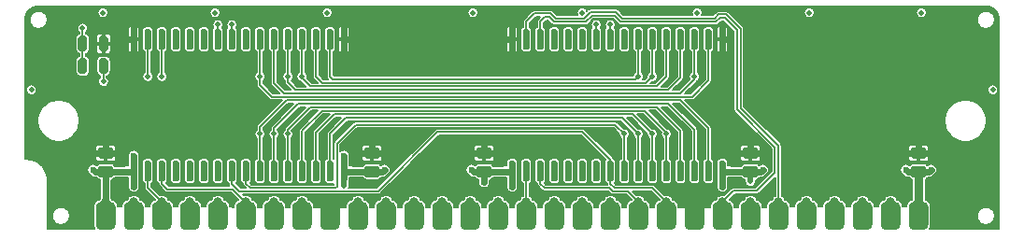
<source format=gtl>
G04 #@! TF.GenerationSoftware,KiCad,Pcbnew,(5.1.10-1-10_14)*
G04 #@! TF.CreationDate,2021-07-02T01:32:44-04:00*
G04 #@! TF.ProjectId,GW4192-SOP,47573431-3932-42d5-934f-502e6b696361,1.0-SOP*
G04 #@! TF.SameCoordinates,Original*
G04 #@! TF.FileFunction,Copper,L1,Top*
G04 #@! TF.FilePolarity,Positive*
%FSLAX46Y46*%
G04 Gerber Fmt 4.6, Leading zero omitted, Abs format (unit mm)*
G04 Created by KiCad (PCBNEW (5.1.10-1-10_14)) date 2021-07-02 01:32:44*
%MOMM*%
%LPD*%
G01*
G04 APERTURE LIST*
G04 #@! TA.AperFunction,ComponentPad*
%ADD10C,0.800000*%
G04 #@! TD*
G04 #@! TA.AperFunction,ViaPad*
%ADD11C,0.600000*%
G04 #@! TD*
G04 #@! TA.AperFunction,ViaPad*
%ADD12C,0.508000*%
G04 #@! TD*
G04 #@! TA.AperFunction,Conductor*
%ADD13C,0.600000*%
G04 #@! TD*
G04 #@! TA.AperFunction,Conductor*
%ADD14C,0.508000*%
G04 #@! TD*
G04 #@! TA.AperFunction,Conductor*
%ADD15C,0.800000*%
G04 #@! TD*
G04 #@! TA.AperFunction,Conductor*
%ADD16C,0.152400*%
G04 #@! TD*
G04 #@! TA.AperFunction,Conductor*
%ADD17C,0.100000*%
G04 #@! TD*
G04 APERTURE END LIST*
G04 #@! TA.AperFunction,SMDPad,CuDef*
G36*
G01*
X86510000Y-85026500D02*
X86210000Y-85026500D01*
G75*
G02*
X86060000Y-84876500I0J150000D01*
G01*
X86060000Y-83271500D01*
G75*
G02*
X86210000Y-83121500I150000J0D01*
G01*
X86510000Y-83121500D01*
G75*
G02*
X86660000Y-83271500I0J-150000D01*
G01*
X86660000Y-84876500D01*
G75*
G02*
X86510000Y-85026500I-150000J0D01*
G01*
G37*
G04 #@! TD.AperFunction*
G04 #@! TA.AperFunction,SMDPad,CuDef*
G36*
G01*
X87780000Y-85026500D02*
X87480000Y-85026500D01*
G75*
G02*
X87330000Y-84876500I0J150000D01*
G01*
X87330000Y-83271500D01*
G75*
G02*
X87480000Y-83121500I150000J0D01*
G01*
X87780000Y-83121500D01*
G75*
G02*
X87930000Y-83271500I0J-150000D01*
G01*
X87930000Y-84876500D01*
G75*
G02*
X87780000Y-85026500I-150000J0D01*
G01*
G37*
G04 #@! TD.AperFunction*
G04 #@! TA.AperFunction,SMDPad,CuDef*
G36*
G01*
X89050000Y-85026500D02*
X88750000Y-85026500D01*
G75*
G02*
X88600000Y-84876500I0J150000D01*
G01*
X88600000Y-83271500D01*
G75*
G02*
X88750000Y-83121500I150000J0D01*
G01*
X89050000Y-83121500D01*
G75*
G02*
X89200000Y-83271500I0J-150000D01*
G01*
X89200000Y-84876500D01*
G75*
G02*
X89050000Y-85026500I-150000J0D01*
G01*
G37*
G04 #@! TD.AperFunction*
G04 #@! TA.AperFunction,SMDPad,CuDef*
G36*
G01*
X90320000Y-85026500D02*
X90020000Y-85026500D01*
G75*
G02*
X89870000Y-84876500I0J150000D01*
G01*
X89870000Y-83271500D01*
G75*
G02*
X90020000Y-83121500I150000J0D01*
G01*
X90320000Y-83121500D01*
G75*
G02*
X90470000Y-83271500I0J-150000D01*
G01*
X90470000Y-84876500D01*
G75*
G02*
X90320000Y-85026500I-150000J0D01*
G01*
G37*
G04 #@! TD.AperFunction*
G04 #@! TA.AperFunction,SMDPad,CuDef*
G36*
G01*
X91590000Y-85026500D02*
X91290000Y-85026500D01*
G75*
G02*
X91140000Y-84876500I0J150000D01*
G01*
X91140000Y-83271500D01*
G75*
G02*
X91290000Y-83121500I150000J0D01*
G01*
X91590000Y-83121500D01*
G75*
G02*
X91740000Y-83271500I0J-150000D01*
G01*
X91740000Y-84876500D01*
G75*
G02*
X91590000Y-85026500I-150000J0D01*
G01*
G37*
G04 #@! TD.AperFunction*
G04 #@! TA.AperFunction,SMDPad,CuDef*
G36*
G01*
X92860000Y-85026500D02*
X92560000Y-85026500D01*
G75*
G02*
X92410000Y-84876500I0J150000D01*
G01*
X92410000Y-83271500D01*
G75*
G02*
X92560000Y-83121500I150000J0D01*
G01*
X92860000Y-83121500D01*
G75*
G02*
X93010000Y-83271500I0J-150000D01*
G01*
X93010000Y-84876500D01*
G75*
G02*
X92860000Y-85026500I-150000J0D01*
G01*
G37*
G04 #@! TD.AperFunction*
G04 #@! TA.AperFunction,SMDPad,CuDef*
G36*
G01*
X94130000Y-85026500D02*
X93830000Y-85026500D01*
G75*
G02*
X93680000Y-84876500I0J150000D01*
G01*
X93680000Y-83271500D01*
G75*
G02*
X93830000Y-83121500I150000J0D01*
G01*
X94130000Y-83121500D01*
G75*
G02*
X94280000Y-83271500I0J-150000D01*
G01*
X94280000Y-84876500D01*
G75*
G02*
X94130000Y-85026500I-150000J0D01*
G01*
G37*
G04 #@! TD.AperFunction*
G04 #@! TA.AperFunction,SMDPad,CuDef*
G36*
G01*
X95400000Y-85026500D02*
X95100000Y-85026500D01*
G75*
G02*
X94950000Y-84876500I0J150000D01*
G01*
X94950000Y-83271500D01*
G75*
G02*
X95100000Y-83121500I150000J0D01*
G01*
X95400000Y-83121500D01*
G75*
G02*
X95550000Y-83271500I0J-150000D01*
G01*
X95550000Y-84876500D01*
G75*
G02*
X95400000Y-85026500I-150000J0D01*
G01*
G37*
G04 #@! TD.AperFunction*
G04 #@! TA.AperFunction,SMDPad,CuDef*
G36*
G01*
X96670000Y-85026500D02*
X96370000Y-85026500D01*
G75*
G02*
X96220000Y-84876500I0J150000D01*
G01*
X96220000Y-83271500D01*
G75*
G02*
X96370000Y-83121500I150000J0D01*
G01*
X96670000Y-83121500D01*
G75*
G02*
X96820000Y-83271500I0J-150000D01*
G01*
X96820000Y-84876500D01*
G75*
G02*
X96670000Y-85026500I-150000J0D01*
G01*
G37*
G04 #@! TD.AperFunction*
G04 #@! TA.AperFunction,SMDPad,CuDef*
G36*
G01*
X97940000Y-85026500D02*
X97640000Y-85026500D01*
G75*
G02*
X97490000Y-84876500I0J150000D01*
G01*
X97490000Y-83271500D01*
G75*
G02*
X97640000Y-83121500I150000J0D01*
G01*
X97940000Y-83121500D01*
G75*
G02*
X98090000Y-83271500I0J-150000D01*
G01*
X98090000Y-84876500D01*
G75*
G02*
X97940000Y-85026500I-150000J0D01*
G01*
G37*
G04 #@! TD.AperFunction*
G04 #@! TA.AperFunction,SMDPad,CuDef*
G36*
G01*
X99210000Y-85026500D02*
X98910000Y-85026500D01*
G75*
G02*
X98760000Y-84876500I0J150000D01*
G01*
X98760000Y-83271500D01*
G75*
G02*
X98910000Y-83121500I150000J0D01*
G01*
X99210000Y-83121500D01*
G75*
G02*
X99360000Y-83271500I0J-150000D01*
G01*
X99360000Y-84876500D01*
G75*
G02*
X99210000Y-85026500I-150000J0D01*
G01*
G37*
G04 #@! TD.AperFunction*
G04 #@! TA.AperFunction,SMDPad,CuDef*
G36*
G01*
X100480000Y-85026500D02*
X100180000Y-85026500D01*
G75*
G02*
X100030000Y-84876500I0J150000D01*
G01*
X100030000Y-83271500D01*
G75*
G02*
X100180000Y-83121500I150000J0D01*
G01*
X100480000Y-83121500D01*
G75*
G02*
X100630000Y-83271500I0J-150000D01*
G01*
X100630000Y-84876500D01*
G75*
G02*
X100480000Y-85026500I-150000J0D01*
G01*
G37*
G04 #@! TD.AperFunction*
G04 #@! TA.AperFunction,SMDPad,CuDef*
G36*
G01*
X101750000Y-85026500D02*
X101450000Y-85026500D01*
G75*
G02*
X101300000Y-84876500I0J150000D01*
G01*
X101300000Y-83271500D01*
G75*
G02*
X101450000Y-83121500I150000J0D01*
G01*
X101750000Y-83121500D01*
G75*
G02*
X101900000Y-83271500I0J-150000D01*
G01*
X101900000Y-84876500D01*
G75*
G02*
X101750000Y-85026500I-150000J0D01*
G01*
G37*
G04 #@! TD.AperFunction*
G04 #@! TA.AperFunction,SMDPad,CuDef*
G36*
G01*
X103020000Y-85026500D02*
X102720000Y-85026500D01*
G75*
G02*
X102570000Y-84876500I0J150000D01*
G01*
X102570000Y-83271500D01*
G75*
G02*
X102720000Y-83121500I150000J0D01*
G01*
X103020000Y-83121500D01*
G75*
G02*
X103170000Y-83271500I0J-150000D01*
G01*
X103170000Y-84876500D01*
G75*
G02*
X103020000Y-85026500I-150000J0D01*
G01*
G37*
G04 #@! TD.AperFunction*
G04 #@! TA.AperFunction,SMDPad,CuDef*
G36*
G01*
X104290000Y-85026500D02*
X103990000Y-85026500D01*
G75*
G02*
X103840000Y-84876500I0J150000D01*
G01*
X103840000Y-83271500D01*
G75*
G02*
X103990000Y-83121500I150000J0D01*
G01*
X104290000Y-83121500D01*
G75*
G02*
X104440000Y-83271500I0J-150000D01*
G01*
X104440000Y-84876500D01*
G75*
G02*
X104290000Y-85026500I-150000J0D01*
G01*
G37*
G04 #@! TD.AperFunction*
G04 #@! TA.AperFunction,SMDPad,CuDef*
G36*
G01*
X105560000Y-85026500D02*
X105260000Y-85026500D01*
G75*
G02*
X105110000Y-84876500I0J150000D01*
G01*
X105110000Y-83271500D01*
G75*
G02*
X105260000Y-83121500I150000J0D01*
G01*
X105560000Y-83121500D01*
G75*
G02*
X105710000Y-83271500I0J-150000D01*
G01*
X105710000Y-84876500D01*
G75*
G02*
X105560000Y-85026500I-150000J0D01*
G01*
G37*
G04 #@! TD.AperFunction*
G04 #@! TA.AperFunction,SMDPad,CuDef*
G36*
G01*
X105560000Y-96964500D02*
X105260000Y-96964500D01*
G75*
G02*
X105110000Y-96814500I0J150000D01*
G01*
X105110000Y-95209500D01*
G75*
G02*
X105260000Y-95059500I150000J0D01*
G01*
X105560000Y-95059500D01*
G75*
G02*
X105710000Y-95209500I0J-150000D01*
G01*
X105710000Y-96814500D01*
G75*
G02*
X105560000Y-96964500I-150000J0D01*
G01*
G37*
G04 #@! TD.AperFunction*
G04 #@! TA.AperFunction,SMDPad,CuDef*
G36*
G01*
X104290000Y-96964500D02*
X103990000Y-96964500D01*
G75*
G02*
X103840000Y-96814500I0J150000D01*
G01*
X103840000Y-95209500D01*
G75*
G02*
X103990000Y-95059500I150000J0D01*
G01*
X104290000Y-95059500D01*
G75*
G02*
X104440000Y-95209500I0J-150000D01*
G01*
X104440000Y-96814500D01*
G75*
G02*
X104290000Y-96964500I-150000J0D01*
G01*
G37*
G04 #@! TD.AperFunction*
G04 #@! TA.AperFunction,SMDPad,CuDef*
G36*
G01*
X103020000Y-96964500D02*
X102720000Y-96964500D01*
G75*
G02*
X102570000Y-96814500I0J150000D01*
G01*
X102570000Y-95209500D01*
G75*
G02*
X102720000Y-95059500I150000J0D01*
G01*
X103020000Y-95059500D01*
G75*
G02*
X103170000Y-95209500I0J-150000D01*
G01*
X103170000Y-96814500D01*
G75*
G02*
X103020000Y-96964500I-150000J0D01*
G01*
G37*
G04 #@! TD.AperFunction*
G04 #@! TA.AperFunction,SMDPad,CuDef*
G36*
G01*
X101750000Y-96964500D02*
X101450000Y-96964500D01*
G75*
G02*
X101300000Y-96814500I0J150000D01*
G01*
X101300000Y-95209500D01*
G75*
G02*
X101450000Y-95059500I150000J0D01*
G01*
X101750000Y-95059500D01*
G75*
G02*
X101900000Y-95209500I0J-150000D01*
G01*
X101900000Y-96814500D01*
G75*
G02*
X101750000Y-96964500I-150000J0D01*
G01*
G37*
G04 #@! TD.AperFunction*
G04 #@! TA.AperFunction,SMDPad,CuDef*
G36*
G01*
X100480000Y-96964500D02*
X100180000Y-96964500D01*
G75*
G02*
X100030000Y-96814500I0J150000D01*
G01*
X100030000Y-95209500D01*
G75*
G02*
X100180000Y-95059500I150000J0D01*
G01*
X100480000Y-95059500D01*
G75*
G02*
X100630000Y-95209500I0J-150000D01*
G01*
X100630000Y-96814500D01*
G75*
G02*
X100480000Y-96964500I-150000J0D01*
G01*
G37*
G04 #@! TD.AperFunction*
G04 #@! TA.AperFunction,SMDPad,CuDef*
G36*
G01*
X99210000Y-96964500D02*
X98910000Y-96964500D01*
G75*
G02*
X98760000Y-96814500I0J150000D01*
G01*
X98760000Y-95209500D01*
G75*
G02*
X98910000Y-95059500I150000J0D01*
G01*
X99210000Y-95059500D01*
G75*
G02*
X99360000Y-95209500I0J-150000D01*
G01*
X99360000Y-96814500D01*
G75*
G02*
X99210000Y-96964500I-150000J0D01*
G01*
G37*
G04 #@! TD.AperFunction*
G04 #@! TA.AperFunction,SMDPad,CuDef*
G36*
G01*
X97940000Y-96964500D02*
X97640000Y-96964500D01*
G75*
G02*
X97490000Y-96814500I0J150000D01*
G01*
X97490000Y-95209500D01*
G75*
G02*
X97640000Y-95059500I150000J0D01*
G01*
X97940000Y-95059500D01*
G75*
G02*
X98090000Y-95209500I0J-150000D01*
G01*
X98090000Y-96814500D01*
G75*
G02*
X97940000Y-96964500I-150000J0D01*
G01*
G37*
G04 #@! TD.AperFunction*
G04 #@! TA.AperFunction,SMDPad,CuDef*
G36*
G01*
X96670000Y-96964500D02*
X96370000Y-96964500D01*
G75*
G02*
X96220000Y-96814500I0J150000D01*
G01*
X96220000Y-95209500D01*
G75*
G02*
X96370000Y-95059500I150000J0D01*
G01*
X96670000Y-95059500D01*
G75*
G02*
X96820000Y-95209500I0J-150000D01*
G01*
X96820000Y-96814500D01*
G75*
G02*
X96670000Y-96964500I-150000J0D01*
G01*
G37*
G04 #@! TD.AperFunction*
G04 #@! TA.AperFunction,SMDPad,CuDef*
G36*
G01*
X95400000Y-96964500D02*
X95100000Y-96964500D01*
G75*
G02*
X94950000Y-96814500I0J150000D01*
G01*
X94950000Y-95209500D01*
G75*
G02*
X95100000Y-95059500I150000J0D01*
G01*
X95400000Y-95059500D01*
G75*
G02*
X95550000Y-95209500I0J-150000D01*
G01*
X95550000Y-96814500D01*
G75*
G02*
X95400000Y-96964500I-150000J0D01*
G01*
G37*
G04 #@! TD.AperFunction*
G04 #@! TA.AperFunction,SMDPad,CuDef*
G36*
G01*
X94130000Y-96964500D02*
X93830000Y-96964500D01*
G75*
G02*
X93680000Y-96814500I0J150000D01*
G01*
X93680000Y-95209500D01*
G75*
G02*
X93830000Y-95059500I150000J0D01*
G01*
X94130000Y-95059500D01*
G75*
G02*
X94280000Y-95209500I0J-150000D01*
G01*
X94280000Y-96814500D01*
G75*
G02*
X94130000Y-96964500I-150000J0D01*
G01*
G37*
G04 #@! TD.AperFunction*
G04 #@! TA.AperFunction,SMDPad,CuDef*
G36*
G01*
X92860000Y-96964500D02*
X92560000Y-96964500D01*
G75*
G02*
X92410000Y-96814500I0J150000D01*
G01*
X92410000Y-95209500D01*
G75*
G02*
X92560000Y-95059500I150000J0D01*
G01*
X92860000Y-95059500D01*
G75*
G02*
X93010000Y-95209500I0J-150000D01*
G01*
X93010000Y-96814500D01*
G75*
G02*
X92860000Y-96964500I-150000J0D01*
G01*
G37*
G04 #@! TD.AperFunction*
G04 #@! TA.AperFunction,SMDPad,CuDef*
G36*
G01*
X91590000Y-96964500D02*
X91290000Y-96964500D01*
G75*
G02*
X91140000Y-96814500I0J150000D01*
G01*
X91140000Y-95209500D01*
G75*
G02*
X91290000Y-95059500I150000J0D01*
G01*
X91590000Y-95059500D01*
G75*
G02*
X91740000Y-95209500I0J-150000D01*
G01*
X91740000Y-96814500D01*
G75*
G02*
X91590000Y-96964500I-150000J0D01*
G01*
G37*
G04 #@! TD.AperFunction*
G04 #@! TA.AperFunction,SMDPad,CuDef*
G36*
G01*
X90320000Y-96964500D02*
X90020000Y-96964500D01*
G75*
G02*
X89870000Y-96814500I0J150000D01*
G01*
X89870000Y-95209500D01*
G75*
G02*
X90020000Y-95059500I150000J0D01*
G01*
X90320000Y-95059500D01*
G75*
G02*
X90470000Y-95209500I0J-150000D01*
G01*
X90470000Y-96814500D01*
G75*
G02*
X90320000Y-96964500I-150000J0D01*
G01*
G37*
G04 #@! TD.AperFunction*
G04 #@! TA.AperFunction,SMDPad,CuDef*
G36*
G01*
X89050000Y-96964500D02*
X88750000Y-96964500D01*
G75*
G02*
X88600000Y-96814500I0J150000D01*
G01*
X88600000Y-95209500D01*
G75*
G02*
X88750000Y-95059500I150000J0D01*
G01*
X89050000Y-95059500D01*
G75*
G02*
X89200000Y-95209500I0J-150000D01*
G01*
X89200000Y-96814500D01*
G75*
G02*
X89050000Y-96964500I-150000J0D01*
G01*
G37*
G04 #@! TD.AperFunction*
G04 #@! TA.AperFunction,SMDPad,CuDef*
G36*
G01*
X87780000Y-96964500D02*
X87480000Y-96964500D01*
G75*
G02*
X87330000Y-96814500I0J150000D01*
G01*
X87330000Y-95209500D01*
G75*
G02*
X87480000Y-95059500I150000J0D01*
G01*
X87780000Y-95059500D01*
G75*
G02*
X87930000Y-95209500I0J-150000D01*
G01*
X87930000Y-96814500D01*
G75*
G02*
X87780000Y-96964500I-150000J0D01*
G01*
G37*
G04 #@! TD.AperFunction*
G04 #@! TA.AperFunction,SMDPad,CuDef*
G36*
G01*
X86510000Y-96964500D02*
X86210000Y-96964500D01*
G75*
G02*
X86060000Y-96814500I0J150000D01*
G01*
X86060000Y-95209500D01*
G75*
G02*
X86210000Y-95059500I150000J0D01*
G01*
X86510000Y-95059500D01*
G75*
G02*
X86660000Y-95209500I0J-150000D01*
G01*
X86660000Y-96814500D01*
G75*
G02*
X86510000Y-96964500I-150000J0D01*
G01*
G37*
G04 #@! TD.AperFunction*
G04 #@! TA.AperFunction,SMDPad,CuDef*
G36*
G01*
X120800000Y-85026500D02*
X120500000Y-85026500D01*
G75*
G02*
X120350000Y-84876500I0J150000D01*
G01*
X120350000Y-83271500D01*
G75*
G02*
X120500000Y-83121500I150000J0D01*
G01*
X120800000Y-83121500D01*
G75*
G02*
X120950000Y-83271500I0J-150000D01*
G01*
X120950000Y-84876500D01*
G75*
G02*
X120800000Y-85026500I-150000J0D01*
G01*
G37*
G04 #@! TD.AperFunction*
G04 #@! TA.AperFunction,SMDPad,CuDef*
G36*
G01*
X122070000Y-85026500D02*
X121770000Y-85026500D01*
G75*
G02*
X121620000Y-84876500I0J150000D01*
G01*
X121620000Y-83271500D01*
G75*
G02*
X121770000Y-83121500I150000J0D01*
G01*
X122070000Y-83121500D01*
G75*
G02*
X122220000Y-83271500I0J-150000D01*
G01*
X122220000Y-84876500D01*
G75*
G02*
X122070000Y-85026500I-150000J0D01*
G01*
G37*
G04 #@! TD.AperFunction*
G04 #@! TA.AperFunction,SMDPad,CuDef*
G36*
G01*
X123340000Y-85026500D02*
X123040000Y-85026500D01*
G75*
G02*
X122890000Y-84876500I0J150000D01*
G01*
X122890000Y-83271500D01*
G75*
G02*
X123040000Y-83121500I150000J0D01*
G01*
X123340000Y-83121500D01*
G75*
G02*
X123490000Y-83271500I0J-150000D01*
G01*
X123490000Y-84876500D01*
G75*
G02*
X123340000Y-85026500I-150000J0D01*
G01*
G37*
G04 #@! TD.AperFunction*
G04 #@! TA.AperFunction,SMDPad,CuDef*
G36*
G01*
X124610000Y-85026500D02*
X124310000Y-85026500D01*
G75*
G02*
X124160000Y-84876500I0J150000D01*
G01*
X124160000Y-83271500D01*
G75*
G02*
X124310000Y-83121500I150000J0D01*
G01*
X124610000Y-83121500D01*
G75*
G02*
X124760000Y-83271500I0J-150000D01*
G01*
X124760000Y-84876500D01*
G75*
G02*
X124610000Y-85026500I-150000J0D01*
G01*
G37*
G04 #@! TD.AperFunction*
G04 #@! TA.AperFunction,SMDPad,CuDef*
G36*
G01*
X125880000Y-85026500D02*
X125580000Y-85026500D01*
G75*
G02*
X125430000Y-84876500I0J150000D01*
G01*
X125430000Y-83271500D01*
G75*
G02*
X125580000Y-83121500I150000J0D01*
G01*
X125880000Y-83121500D01*
G75*
G02*
X126030000Y-83271500I0J-150000D01*
G01*
X126030000Y-84876500D01*
G75*
G02*
X125880000Y-85026500I-150000J0D01*
G01*
G37*
G04 #@! TD.AperFunction*
G04 #@! TA.AperFunction,SMDPad,CuDef*
G36*
G01*
X127150000Y-85026500D02*
X126850000Y-85026500D01*
G75*
G02*
X126700000Y-84876500I0J150000D01*
G01*
X126700000Y-83271500D01*
G75*
G02*
X126850000Y-83121500I150000J0D01*
G01*
X127150000Y-83121500D01*
G75*
G02*
X127300000Y-83271500I0J-150000D01*
G01*
X127300000Y-84876500D01*
G75*
G02*
X127150000Y-85026500I-150000J0D01*
G01*
G37*
G04 #@! TD.AperFunction*
G04 #@! TA.AperFunction,SMDPad,CuDef*
G36*
G01*
X128420000Y-85026500D02*
X128120000Y-85026500D01*
G75*
G02*
X127970000Y-84876500I0J150000D01*
G01*
X127970000Y-83271500D01*
G75*
G02*
X128120000Y-83121500I150000J0D01*
G01*
X128420000Y-83121500D01*
G75*
G02*
X128570000Y-83271500I0J-150000D01*
G01*
X128570000Y-84876500D01*
G75*
G02*
X128420000Y-85026500I-150000J0D01*
G01*
G37*
G04 #@! TD.AperFunction*
G04 #@! TA.AperFunction,SMDPad,CuDef*
G36*
G01*
X129690000Y-85026500D02*
X129390000Y-85026500D01*
G75*
G02*
X129240000Y-84876500I0J150000D01*
G01*
X129240000Y-83271500D01*
G75*
G02*
X129390000Y-83121500I150000J0D01*
G01*
X129690000Y-83121500D01*
G75*
G02*
X129840000Y-83271500I0J-150000D01*
G01*
X129840000Y-84876500D01*
G75*
G02*
X129690000Y-85026500I-150000J0D01*
G01*
G37*
G04 #@! TD.AperFunction*
G04 #@! TA.AperFunction,SMDPad,CuDef*
G36*
G01*
X130960000Y-85026500D02*
X130660000Y-85026500D01*
G75*
G02*
X130510000Y-84876500I0J150000D01*
G01*
X130510000Y-83271500D01*
G75*
G02*
X130660000Y-83121500I150000J0D01*
G01*
X130960000Y-83121500D01*
G75*
G02*
X131110000Y-83271500I0J-150000D01*
G01*
X131110000Y-84876500D01*
G75*
G02*
X130960000Y-85026500I-150000J0D01*
G01*
G37*
G04 #@! TD.AperFunction*
G04 #@! TA.AperFunction,SMDPad,CuDef*
G36*
G01*
X132230000Y-85026500D02*
X131930000Y-85026500D01*
G75*
G02*
X131780000Y-84876500I0J150000D01*
G01*
X131780000Y-83271500D01*
G75*
G02*
X131930000Y-83121500I150000J0D01*
G01*
X132230000Y-83121500D01*
G75*
G02*
X132380000Y-83271500I0J-150000D01*
G01*
X132380000Y-84876500D01*
G75*
G02*
X132230000Y-85026500I-150000J0D01*
G01*
G37*
G04 #@! TD.AperFunction*
G04 #@! TA.AperFunction,SMDPad,CuDef*
G36*
G01*
X133500000Y-85026500D02*
X133200000Y-85026500D01*
G75*
G02*
X133050000Y-84876500I0J150000D01*
G01*
X133050000Y-83271500D01*
G75*
G02*
X133200000Y-83121500I150000J0D01*
G01*
X133500000Y-83121500D01*
G75*
G02*
X133650000Y-83271500I0J-150000D01*
G01*
X133650000Y-84876500D01*
G75*
G02*
X133500000Y-85026500I-150000J0D01*
G01*
G37*
G04 #@! TD.AperFunction*
G04 #@! TA.AperFunction,SMDPad,CuDef*
G36*
G01*
X134770000Y-85026500D02*
X134470000Y-85026500D01*
G75*
G02*
X134320000Y-84876500I0J150000D01*
G01*
X134320000Y-83271500D01*
G75*
G02*
X134470000Y-83121500I150000J0D01*
G01*
X134770000Y-83121500D01*
G75*
G02*
X134920000Y-83271500I0J-150000D01*
G01*
X134920000Y-84876500D01*
G75*
G02*
X134770000Y-85026500I-150000J0D01*
G01*
G37*
G04 #@! TD.AperFunction*
G04 #@! TA.AperFunction,SMDPad,CuDef*
G36*
G01*
X136040000Y-85026500D02*
X135740000Y-85026500D01*
G75*
G02*
X135590000Y-84876500I0J150000D01*
G01*
X135590000Y-83271500D01*
G75*
G02*
X135740000Y-83121500I150000J0D01*
G01*
X136040000Y-83121500D01*
G75*
G02*
X136190000Y-83271500I0J-150000D01*
G01*
X136190000Y-84876500D01*
G75*
G02*
X136040000Y-85026500I-150000J0D01*
G01*
G37*
G04 #@! TD.AperFunction*
G04 #@! TA.AperFunction,SMDPad,CuDef*
G36*
G01*
X137310000Y-85026500D02*
X137010000Y-85026500D01*
G75*
G02*
X136860000Y-84876500I0J150000D01*
G01*
X136860000Y-83271500D01*
G75*
G02*
X137010000Y-83121500I150000J0D01*
G01*
X137310000Y-83121500D01*
G75*
G02*
X137460000Y-83271500I0J-150000D01*
G01*
X137460000Y-84876500D01*
G75*
G02*
X137310000Y-85026500I-150000J0D01*
G01*
G37*
G04 #@! TD.AperFunction*
G04 #@! TA.AperFunction,SMDPad,CuDef*
G36*
G01*
X138580000Y-85026500D02*
X138280000Y-85026500D01*
G75*
G02*
X138130000Y-84876500I0J150000D01*
G01*
X138130000Y-83271500D01*
G75*
G02*
X138280000Y-83121500I150000J0D01*
G01*
X138580000Y-83121500D01*
G75*
G02*
X138730000Y-83271500I0J-150000D01*
G01*
X138730000Y-84876500D01*
G75*
G02*
X138580000Y-85026500I-150000J0D01*
G01*
G37*
G04 #@! TD.AperFunction*
G04 #@! TA.AperFunction,SMDPad,CuDef*
G36*
G01*
X139850000Y-85026500D02*
X139550000Y-85026500D01*
G75*
G02*
X139400000Y-84876500I0J150000D01*
G01*
X139400000Y-83271500D01*
G75*
G02*
X139550000Y-83121500I150000J0D01*
G01*
X139850000Y-83121500D01*
G75*
G02*
X140000000Y-83271500I0J-150000D01*
G01*
X140000000Y-84876500D01*
G75*
G02*
X139850000Y-85026500I-150000J0D01*
G01*
G37*
G04 #@! TD.AperFunction*
G04 #@! TA.AperFunction,SMDPad,CuDef*
G36*
G01*
X139850000Y-96964500D02*
X139550000Y-96964500D01*
G75*
G02*
X139400000Y-96814500I0J150000D01*
G01*
X139400000Y-95209500D01*
G75*
G02*
X139550000Y-95059500I150000J0D01*
G01*
X139850000Y-95059500D01*
G75*
G02*
X140000000Y-95209500I0J-150000D01*
G01*
X140000000Y-96814500D01*
G75*
G02*
X139850000Y-96964500I-150000J0D01*
G01*
G37*
G04 #@! TD.AperFunction*
G04 #@! TA.AperFunction,SMDPad,CuDef*
G36*
G01*
X138580000Y-96964500D02*
X138280000Y-96964500D01*
G75*
G02*
X138130000Y-96814500I0J150000D01*
G01*
X138130000Y-95209500D01*
G75*
G02*
X138280000Y-95059500I150000J0D01*
G01*
X138580000Y-95059500D01*
G75*
G02*
X138730000Y-95209500I0J-150000D01*
G01*
X138730000Y-96814500D01*
G75*
G02*
X138580000Y-96964500I-150000J0D01*
G01*
G37*
G04 #@! TD.AperFunction*
G04 #@! TA.AperFunction,SMDPad,CuDef*
G36*
G01*
X137310000Y-96964500D02*
X137010000Y-96964500D01*
G75*
G02*
X136860000Y-96814500I0J150000D01*
G01*
X136860000Y-95209500D01*
G75*
G02*
X137010000Y-95059500I150000J0D01*
G01*
X137310000Y-95059500D01*
G75*
G02*
X137460000Y-95209500I0J-150000D01*
G01*
X137460000Y-96814500D01*
G75*
G02*
X137310000Y-96964500I-150000J0D01*
G01*
G37*
G04 #@! TD.AperFunction*
G04 #@! TA.AperFunction,SMDPad,CuDef*
G36*
G01*
X136040000Y-96964500D02*
X135740000Y-96964500D01*
G75*
G02*
X135590000Y-96814500I0J150000D01*
G01*
X135590000Y-95209500D01*
G75*
G02*
X135740000Y-95059500I150000J0D01*
G01*
X136040000Y-95059500D01*
G75*
G02*
X136190000Y-95209500I0J-150000D01*
G01*
X136190000Y-96814500D01*
G75*
G02*
X136040000Y-96964500I-150000J0D01*
G01*
G37*
G04 #@! TD.AperFunction*
G04 #@! TA.AperFunction,SMDPad,CuDef*
G36*
G01*
X134770000Y-96964500D02*
X134470000Y-96964500D01*
G75*
G02*
X134320000Y-96814500I0J150000D01*
G01*
X134320000Y-95209500D01*
G75*
G02*
X134470000Y-95059500I150000J0D01*
G01*
X134770000Y-95059500D01*
G75*
G02*
X134920000Y-95209500I0J-150000D01*
G01*
X134920000Y-96814500D01*
G75*
G02*
X134770000Y-96964500I-150000J0D01*
G01*
G37*
G04 #@! TD.AperFunction*
G04 #@! TA.AperFunction,SMDPad,CuDef*
G36*
G01*
X133500000Y-96964500D02*
X133200000Y-96964500D01*
G75*
G02*
X133050000Y-96814500I0J150000D01*
G01*
X133050000Y-95209500D01*
G75*
G02*
X133200000Y-95059500I150000J0D01*
G01*
X133500000Y-95059500D01*
G75*
G02*
X133650000Y-95209500I0J-150000D01*
G01*
X133650000Y-96814500D01*
G75*
G02*
X133500000Y-96964500I-150000J0D01*
G01*
G37*
G04 #@! TD.AperFunction*
G04 #@! TA.AperFunction,SMDPad,CuDef*
G36*
G01*
X132230000Y-96964500D02*
X131930000Y-96964500D01*
G75*
G02*
X131780000Y-96814500I0J150000D01*
G01*
X131780000Y-95209500D01*
G75*
G02*
X131930000Y-95059500I150000J0D01*
G01*
X132230000Y-95059500D01*
G75*
G02*
X132380000Y-95209500I0J-150000D01*
G01*
X132380000Y-96814500D01*
G75*
G02*
X132230000Y-96964500I-150000J0D01*
G01*
G37*
G04 #@! TD.AperFunction*
G04 #@! TA.AperFunction,SMDPad,CuDef*
G36*
G01*
X130960000Y-96964500D02*
X130660000Y-96964500D01*
G75*
G02*
X130510000Y-96814500I0J150000D01*
G01*
X130510000Y-95209500D01*
G75*
G02*
X130660000Y-95059500I150000J0D01*
G01*
X130960000Y-95059500D01*
G75*
G02*
X131110000Y-95209500I0J-150000D01*
G01*
X131110000Y-96814500D01*
G75*
G02*
X130960000Y-96964500I-150000J0D01*
G01*
G37*
G04 #@! TD.AperFunction*
G04 #@! TA.AperFunction,SMDPad,CuDef*
G36*
G01*
X129690000Y-96964500D02*
X129390000Y-96964500D01*
G75*
G02*
X129240000Y-96814500I0J150000D01*
G01*
X129240000Y-95209500D01*
G75*
G02*
X129390000Y-95059500I150000J0D01*
G01*
X129690000Y-95059500D01*
G75*
G02*
X129840000Y-95209500I0J-150000D01*
G01*
X129840000Y-96814500D01*
G75*
G02*
X129690000Y-96964500I-150000J0D01*
G01*
G37*
G04 #@! TD.AperFunction*
G04 #@! TA.AperFunction,SMDPad,CuDef*
G36*
G01*
X128420000Y-96964500D02*
X128120000Y-96964500D01*
G75*
G02*
X127970000Y-96814500I0J150000D01*
G01*
X127970000Y-95209500D01*
G75*
G02*
X128120000Y-95059500I150000J0D01*
G01*
X128420000Y-95059500D01*
G75*
G02*
X128570000Y-95209500I0J-150000D01*
G01*
X128570000Y-96814500D01*
G75*
G02*
X128420000Y-96964500I-150000J0D01*
G01*
G37*
G04 #@! TD.AperFunction*
G04 #@! TA.AperFunction,SMDPad,CuDef*
G36*
G01*
X127150000Y-96964500D02*
X126850000Y-96964500D01*
G75*
G02*
X126700000Y-96814500I0J150000D01*
G01*
X126700000Y-95209500D01*
G75*
G02*
X126850000Y-95059500I150000J0D01*
G01*
X127150000Y-95059500D01*
G75*
G02*
X127300000Y-95209500I0J-150000D01*
G01*
X127300000Y-96814500D01*
G75*
G02*
X127150000Y-96964500I-150000J0D01*
G01*
G37*
G04 #@! TD.AperFunction*
G04 #@! TA.AperFunction,SMDPad,CuDef*
G36*
G01*
X125880000Y-96964500D02*
X125580000Y-96964500D01*
G75*
G02*
X125430000Y-96814500I0J150000D01*
G01*
X125430000Y-95209500D01*
G75*
G02*
X125580000Y-95059500I150000J0D01*
G01*
X125880000Y-95059500D01*
G75*
G02*
X126030000Y-95209500I0J-150000D01*
G01*
X126030000Y-96814500D01*
G75*
G02*
X125880000Y-96964500I-150000J0D01*
G01*
G37*
G04 #@! TD.AperFunction*
G04 #@! TA.AperFunction,SMDPad,CuDef*
G36*
G01*
X124610000Y-96964500D02*
X124310000Y-96964500D01*
G75*
G02*
X124160000Y-96814500I0J150000D01*
G01*
X124160000Y-95209500D01*
G75*
G02*
X124310000Y-95059500I150000J0D01*
G01*
X124610000Y-95059500D01*
G75*
G02*
X124760000Y-95209500I0J-150000D01*
G01*
X124760000Y-96814500D01*
G75*
G02*
X124610000Y-96964500I-150000J0D01*
G01*
G37*
G04 #@! TD.AperFunction*
G04 #@! TA.AperFunction,SMDPad,CuDef*
G36*
G01*
X123340000Y-96964500D02*
X123040000Y-96964500D01*
G75*
G02*
X122890000Y-96814500I0J150000D01*
G01*
X122890000Y-95209500D01*
G75*
G02*
X123040000Y-95059500I150000J0D01*
G01*
X123340000Y-95059500D01*
G75*
G02*
X123490000Y-95209500I0J-150000D01*
G01*
X123490000Y-96814500D01*
G75*
G02*
X123340000Y-96964500I-150000J0D01*
G01*
G37*
G04 #@! TD.AperFunction*
G04 #@! TA.AperFunction,SMDPad,CuDef*
G36*
G01*
X122070000Y-96964500D02*
X121770000Y-96964500D01*
G75*
G02*
X121620000Y-96814500I0J150000D01*
G01*
X121620000Y-95209500D01*
G75*
G02*
X121770000Y-95059500I150000J0D01*
G01*
X122070000Y-95059500D01*
G75*
G02*
X122220000Y-95209500I0J-150000D01*
G01*
X122220000Y-96814500D01*
G75*
G02*
X122070000Y-96964500I-150000J0D01*
G01*
G37*
G04 #@! TD.AperFunction*
G04 #@! TA.AperFunction,SMDPad,CuDef*
G36*
G01*
X120800000Y-96964500D02*
X120500000Y-96964500D01*
G75*
G02*
X120350000Y-96814500I0J150000D01*
G01*
X120350000Y-95209500D01*
G75*
G02*
X120500000Y-95059500I150000J0D01*
G01*
X120800000Y-95059500D01*
G75*
G02*
X120950000Y-95209500I0J-150000D01*
G01*
X120950000Y-96814500D01*
G75*
G02*
X120800000Y-96964500I-150000J0D01*
G01*
G37*
G04 #@! TD.AperFunction*
G04 #@! TA.AperFunction,SMDPad,CuDef*
G36*
G01*
X82931000Y-100901500D02*
X82931000Y-99250500D01*
G75*
G02*
X83375500Y-98806000I444500J0D01*
G01*
X84264500Y-98806000D01*
G75*
G02*
X84709000Y-99250500I0J-444500D01*
G01*
X84709000Y-100901500D01*
G75*
G02*
X84264500Y-101346000I-444500J0D01*
G01*
X83375500Y-101346000D01*
G75*
G02*
X82931000Y-100901500I0J444500D01*
G01*
G37*
G04 #@! TD.AperFunction*
G04 #@! TA.AperFunction,SMDPad,CuDef*
G36*
G01*
X85471000Y-100901500D02*
X85471000Y-99250500D01*
G75*
G02*
X85915500Y-98806000I444500J0D01*
G01*
X86804500Y-98806000D01*
G75*
G02*
X87249000Y-99250500I0J-444500D01*
G01*
X87249000Y-100901500D01*
G75*
G02*
X86804500Y-101346000I-444500J0D01*
G01*
X85915500Y-101346000D01*
G75*
G02*
X85471000Y-100901500I0J444500D01*
G01*
G37*
G04 #@! TD.AperFunction*
D10*
X88900000Y-98806000D03*
G04 #@! TA.AperFunction,SMDPad,CuDef*
G36*
G01*
X108331000Y-100901500D02*
X108331000Y-99250500D01*
G75*
G02*
X108775500Y-98806000I444500J0D01*
G01*
X109664500Y-98806000D01*
G75*
G02*
X110109000Y-99250500I0J-444500D01*
G01*
X110109000Y-100901500D01*
G75*
G02*
X109664500Y-101346000I-444500J0D01*
G01*
X108775500Y-101346000D01*
G75*
G02*
X108331000Y-100901500I0J444500D01*
G01*
G37*
G04 #@! TD.AperFunction*
G04 #@! TA.AperFunction,SMDPad,CuDef*
G36*
G01*
X93091000Y-100901500D02*
X93091000Y-99250500D01*
G75*
G02*
X93535500Y-98806000I444500J0D01*
G01*
X94424500Y-98806000D01*
G75*
G02*
X94869000Y-99250500I0J-444500D01*
G01*
X94869000Y-100901500D01*
G75*
G02*
X94424500Y-101346000I-444500J0D01*
G01*
X93535500Y-101346000D01*
G75*
G02*
X93091000Y-100901500I0J444500D01*
G01*
G37*
G04 #@! TD.AperFunction*
G04 #@! TA.AperFunction,SMDPad,CuDef*
G36*
G01*
X110871000Y-100901500D02*
X110871000Y-99250500D01*
G75*
G02*
X111315500Y-98806000I444500J0D01*
G01*
X112204500Y-98806000D01*
G75*
G02*
X112649000Y-99250500I0J-444500D01*
G01*
X112649000Y-100901500D01*
G75*
G02*
X112204500Y-101346000I-444500J0D01*
G01*
X111315500Y-101346000D01*
G75*
G02*
X110871000Y-100901500I0J444500D01*
G01*
G37*
G04 #@! TD.AperFunction*
G04 #@! TA.AperFunction,SMDPad,CuDef*
G36*
G01*
X146431000Y-100901500D02*
X146431000Y-99250500D01*
G75*
G02*
X146875500Y-98806000I444500J0D01*
G01*
X147764500Y-98806000D01*
G75*
G02*
X148209000Y-99250500I0J-444500D01*
G01*
X148209000Y-100901500D01*
G75*
G02*
X147764500Y-101346000I-444500J0D01*
G01*
X146875500Y-101346000D01*
G75*
G02*
X146431000Y-100901500I0J444500D01*
G01*
G37*
G04 #@! TD.AperFunction*
G04 #@! TA.AperFunction,SMDPad,CuDef*
G36*
G01*
X113411000Y-100901500D02*
X113411000Y-99250500D01*
G75*
G02*
X113855500Y-98806000I444500J0D01*
G01*
X114744500Y-98806000D01*
G75*
G02*
X115189000Y-99250500I0J-444500D01*
G01*
X115189000Y-100901500D01*
G75*
G02*
X114744500Y-101346000I-444500J0D01*
G01*
X113855500Y-101346000D01*
G75*
G02*
X113411000Y-100901500I0J444500D01*
G01*
G37*
G04 #@! TD.AperFunction*
G04 #@! TA.AperFunction,SMDPad,CuDef*
G36*
G01*
X115951000Y-100901500D02*
X115951000Y-99250500D01*
G75*
G02*
X116395500Y-98806000I444500J0D01*
G01*
X117284500Y-98806000D01*
G75*
G02*
X117729000Y-99250500I0J-444500D01*
G01*
X117729000Y-100901500D01*
G75*
G02*
X117284500Y-101346000I-444500J0D01*
G01*
X116395500Y-101346000D01*
G75*
G02*
X115951000Y-100901500I0J444500D01*
G01*
G37*
G04 #@! TD.AperFunction*
G04 #@! TA.AperFunction,SMDPad,CuDef*
G36*
G01*
X90551000Y-100901500D02*
X90551000Y-99250500D01*
G75*
G02*
X90995500Y-98806000I444500J0D01*
G01*
X91884500Y-98806000D01*
G75*
G02*
X92329000Y-99250500I0J-444500D01*
G01*
X92329000Y-100901500D01*
G75*
G02*
X91884500Y-101346000I-444500J0D01*
G01*
X90995500Y-101346000D01*
G75*
G02*
X90551000Y-100901500I0J444500D01*
G01*
G37*
G04 #@! TD.AperFunction*
G04 #@! TA.AperFunction,SMDPad,CuDef*
G36*
G01*
X154051000Y-100901500D02*
X154051000Y-99250500D01*
G75*
G02*
X154495500Y-98806000I444500J0D01*
G01*
X155384500Y-98806000D01*
G75*
G02*
X155829000Y-99250500I0J-444500D01*
G01*
X155829000Y-100901500D01*
G75*
G02*
X155384500Y-101346000I-444500J0D01*
G01*
X154495500Y-101346000D01*
G75*
G02*
X154051000Y-100901500I0J444500D01*
G01*
G37*
G04 #@! TD.AperFunction*
G04 #@! TA.AperFunction,SMDPad,CuDef*
G36*
G01*
X88011000Y-100901500D02*
X88011000Y-99250500D01*
G75*
G02*
X88455500Y-98806000I444500J0D01*
G01*
X89344500Y-98806000D01*
G75*
G02*
X89789000Y-99250500I0J-444500D01*
G01*
X89789000Y-100901500D01*
G75*
G02*
X89344500Y-101346000I-444500J0D01*
G01*
X88455500Y-101346000D01*
G75*
G02*
X88011000Y-100901500I0J444500D01*
G01*
G37*
G04 #@! TD.AperFunction*
G04 #@! TA.AperFunction,SMDPad,CuDef*
G36*
G01*
X141351000Y-100901500D02*
X141351000Y-99250500D01*
G75*
G02*
X141795500Y-98806000I444500J0D01*
G01*
X142684500Y-98806000D01*
G75*
G02*
X143129000Y-99250500I0J-444500D01*
G01*
X143129000Y-100901500D01*
G75*
G02*
X142684500Y-101346000I-444500J0D01*
G01*
X141795500Y-101346000D01*
G75*
G02*
X141351000Y-100901500I0J444500D01*
G01*
G37*
G04 #@! TD.AperFunction*
G04 #@! TA.AperFunction,SMDPad,CuDef*
G36*
G01*
X121031000Y-100901500D02*
X121031000Y-99250500D01*
G75*
G02*
X121475500Y-98806000I444500J0D01*
G01*
X122364500Y-98806000D01*
G75*
G02*
X122809000Y-99250500I0J-444500D01*
G01*
X122809000Y-100901500D01*
G75*
G02*
X122364500Y-101346000I-444500J0D01*
G01*
X121475500Y-101346000D01*
G75*
G02*
X121031000Y-100901500I0J444500D01*
G01*
G37*
G04 #@! TD.AperFunction*
G04 #@! TA.AperFunction,SMDPad,CuDef*
G36*
G01*
X131191000Y-100901500D02*
X131191000Y-99250500D01*
G75*
G02*
X131635500Y-98806000I444500J0D01*
G01*
X132524500Y-98806000D01*
G75*
G02*
X132969000Y-99250500I0J-444500D01*
G01*
X132969000Y-100901500D01*
G75*
G02*
X132524500Y-101346000I-444500J0D01*
G01*
X131635500Y-101346000D01*
G75*
G02*
X131191000Y-100901500I0J444500D01*
G01*
G37*
G04 #@! TD.AperFunction*
G04 #@! TA.AperFunction,SMDPad,CuDef*
G36*
G01*
X138811000Y-100901500D02*
X138811000Y-99250500D01*
G75*
G02*
X139255500Y-98806000I444500J0D01*
G01*
X140144500Y-98806000D01*
G75*
G02*
X140589000Y-99250500I0J-444500D01*
G01*
X140589000Y-100901500D01*
G75*
G02*
X140144500Y-101346000I-444500J0D01*
G01*
X139255500Y-101346000D01*
G75*
G02*
X138811000Y-100901500I0J444500D01*
G01*
G37*
G04 #@! TD.AperFunction*
G04 #@! TA.AperFunction,SMDPad,CuDef*
G36*
G01*
X103251000Y-100901500D02*
X103251000Y-99250500D01*
G75*
G02*
X103695500Y-98806000I444500J0D01*
G01*
X104584500Y-98806000D01*
G75*
G02*
X105029000Y-99250500I0J-444500D01*
G01*
X105029000Y-100901500D01*
G75*
G02*
X104584500Y-101346000I-444500J0D01*
G01*
X103695500Y-101346000D01*
G75*
G02*
X103251000Y-100901500I0J444500D01*
G01*
G37*
G04 #@! TD.AperFunction*
G04 #@! TA.AperFunction,SMDPad,CuDef*
G36*
G01*
X126111000Y-100901500D02*
X126111000Y-99250500D01*
G75*
G02*
X126555500Y-98806000I444500J0D01*
G01*
X127444500Y-98806000D01*
G75*
G02*
X127889000Y-99250500I0J-444500D01*
G01*
X127889000Y-100901500D01*
G75*
G02*
X127444500Y-101346000I-444500J0D01*
G01*
X126555500Y-101346000D01*
G75*
G02*
X126111000Y-100901500I0J444500D01*
G01*
G37*
G04 #@! TD.AperFunction*
G04 #@! TA.AperFunction,SMDPad,CuDef*
G36*
G01*
X133731000Y-100901500D02*
X133731000Y-99250500D01*
G75*
G02*
X134175500Y-98806000I444500J0D01*
G01*
X135064500Y-98806000D01*
G75*
G02*
X135509000Y-99250500I0J-444500D01*
G01*
X135509000Y-100901500D01*
G75*
G02*
X135064500Y-101346000I-444500J0D01*
G01*
X134175500Y-101346000D01*
G75*
G02*
X133731000Y-100901500I0J444500D01*
G01*
G37*
G04 #@! TD.AperFunction*
G04 #@! TA.AperFunction,SMDPad,CuDef*
G36*
G01*
X128651000Y-100901500D02*
X128651000Y-99250500D01*
G75*
G02*
X129095500Y-98806000I444500J0D01*
G01*
X129984500Y-98806000D01*
G75*
G02*
X130429000Y-99250500I0J-444500D01*
G01*
X130429000Y-100901500D01*
G75*
G02*
X129984500Y-101346000I-444500J0D01*
G01*
X129095500Y-101346000D01*
G75*
G02*
X128651000Y-100901500I0J444500D01*
G01*
G37*
G04 #@! TD.AperFunction*
G04 #@! TA.AperFunction,SMDPad,CuDef*
G36*
G01*
X105791000Y-100901500D02*
X105791000Y-99250500D01*
G75*
G02*
X106235500Y-98806000I444500J0D01*
G01*
X107124500Y-98806000D01*
G75*
G02*
X107569000Y-99250500I0J-444500D01*
G01*
X107569000Y-100901500D01*
G75*
G02*
X107124500Y-101346000I-444500J0D01*
G01*
X106235500Y-101346000D01*
G75*
G02*
X105791000Y-100901500I0J444500D01*
G01*
G37*
G04 #@! TD.AperFunction*
G04 #@! TA.AperFunction,SMDPad,CuDef*
G36*
G01*
X136271000Y-100901500D02*
X136271000Y-99250500D01*
G75*
G02*
X136715500Y-98806000I444500J0D01*
G01*
X137604500Y-98806000D01*
G75*
G02*
X138049000Y-99250500I0J-444500D01*
G01*
X138049000Y-100901500D01*
G75*
G02*
X137604500Y-101346000I-444500J0D01*
G01*
X136715500Y-101346000D01*
G75*
G02*
X136271000Y-100901500I0J444500D01*
G01*
G37*
G04 #@! TD.AperFunction*
G04 #@! TA.AperFunction,SMDPad,CuDef*
G36*
G01*
X95631000Y-100901500D02*
X95631000Y-99250500D01*
G75*
G02*
X96075500Y-98806000I444500J0D01*
G01*
X96964500Y-98806000D01*
G75*
G02*
X97409000Y-99250500I0J-444500D01*
G01*
X97409000Y-100901500D01*
G75*
G02*
X96964500Y-101346000I-444500J0D01*
G01*
X96075500Y-101346000D01*
G75*
G02*
X95631000Y-100901500I0J444500D01*
G01*
G37*
G04 #@! TD.AperFunction*
G04 #@! TA.AperFunction,SMDPad,CuDef*
G36*
G01*
X123571000Y-100901500D02*
X123571000Y-99250500D01*
G75*
G02*
X124015500Y-98806000I444500J0D01*
G01*
X124904500Y-98806000D01*
G75*
G02*
X125349000Y-99250500I0J-444500D01*
G01*
X125349000Y-100901500D01*
G75*
G02*
X124904500Y-101346000I-444500J0D01*
G01*
X124015500Y-101346000D01*
G75*
G02*
X123571000Y-100901500I0J444500D01*
G01*
G37*
G04 #@! TD.AperFunction*
G04 #@! TA.AperFunction,SMDPad,CuDef*
G36*
G01*
X98171000Y-100901500D02*
X98171000Y-99250500D01*
G75*
G02*
X98615500Y-98806000I444500J0D01*
G01*
X99504500Y-98806000D01*
G75*
G02*
X99949000Y-99250500I0J-444500D01*
G01*
X99949000Y-100901500D01*
G75*
G02*
X99504500Y-101346000I-444500J0D01*
G01*
X98615500Y-101346000D01*
G75*
G02*
X98171000Y-100901500I0J444500D01*
G01*
G37*
G04 #@! TD.AperFunction*
G04 #@! TA.AperFunction,SMDPad,CuDef*
G36*
G01*
X100711000Y-100901500D02*
X100711000Y-99250500D01*
G75*
G02*
X101155500Y-98806000I444500J0D01*
G01*
X102044500Y-98806000D01*
G75*
G02*
X102489000Y-99250500I0J-444500D01*
G01*
X102489000Y-100901500D01*
G75*
G02*
X102044500Y-101346000I-444500J0D01*
G01*
X101155500Y-101346000D01*
G75*
G02*
X100711000Y-100901500I0J444500D01*
G01*
G37*
G04 #@! TD.AperFunction*
G04 #@! TA.AperFunction,SMDPad,CuDef*
G36*
G01*
X148971000Y-100901500D02*
X148971000Y-99250500D01*
G75*
G02*
X149415500Y-98806000I444500J0D01*
G01*
X150304500Y-98806000D01*
G75*
G02*
X150749000Y-99250500I0J-444500D01*
G01*
X150749000Y-100901500D01*
G75*
G02*
X150304500Y-101346000I-444500J0D01*
G01*
X149415500Y-101346000D01*
G75*
G02*
X148971000Y-100901500I0J444500D01*
G01*
G37*
G04 #@! TD.AperFunction*
G04 #@! TA.AperFunction,SMDPad,CuDef*
G36*
G01*
X151511000Y-100901500D02*
X151511000Y-99250500D01*
G75*
G02*
X151955500Y-98806000I444500J0D01*
G01*
X152844500Y-98806000D01*
G75*
G02*
X153289000Y-99250500I0J-444500D01*
G01*
X153289000Y-100901500D01*
G75*
G02*
X152844500Y-101346000I-444500J0D01*
G01*
X151955500Y-101346000D01*
G75*
G02*
X151511000Y-100901500I0J444500D01*
G01*
G37*
G04 #@! TD.AperFunction*
G04 #@! TA.AperFunction,SMDPad,CuDef*
G36*
G01*
X156591000Y-100901500D02*
X156591000Y-99250500D01*
G75*
G02*
X157035500Y-98806000I444500J0D01*
G01*
X157924500Y-98806000D01*
G75*
G02*
X158369000Y-99250500I0J-444500D01*
G01*
X158369000Y-100901500D01*
G75*
G02*
X157924500Y-101346000I-444500J0D01*
G01*
X157035500Y-101346000D01*
G75*
G02*
X156591000Y-100901500I0J444500D01*
G01*
G37*
G04 #@! TD.AperFunction*
G04 #@! TA.AperFunction,SMDPad,CuDef*
G36*
G01*
X118491000Y-100901500D02*
X118491000Y-99250500D01*
G75*
G02*
X118935500Y-98806000I444500J0D01*
G01*
X119824500Y-98806000D01*
G75*
G02*
X120269000Y-99250500I0J-444500D01*
G01*
X120269000Y-100901500D01*
G75*
G02*
X119824500Y-101346000I-444500J0D01*
G01*
X118935500Y-101346000D01*
G75*
G02*
X118491000Y-100901500I0J444500D01*
G01*
G37*
G04 #@! TD.AperFunction*
G04 #@! TA.AperFunction,SMDPad,CuDef*
G36*
G01*
X143891000Y-100901500D02*
X143891000Y-99250500D01*
G75*
G02*
X144335500Y-98806000I444500J0D01*
G01*
X145224500Y-98806000D01*
G75*
G02*
X145669000Y-99250500I0J-444500D01*
G01*
X145669000Y-100901500D01*
G75*
G02*
X145224500Y-101346000I-444500J0D01*
G01*
X144335500Y-101346000D01*
G75*
G02*
X143891000Y-100901500I0J444500D01*
G01*
G37*
G04 #@! TD.AperFunction*
X86360000Y-98806000D03*
X83820000Y-98806000D03*
X93980000Y-98806000D03*
X91440000Y-98806000D03*
X96520000Y-98806000D03*
X99060000Y-98806000D03*
X104140000Y-98806000D03*
X101600000Y-98806000D03*
X109220000Y-98806000D03*
X106680000Y-98806000D03*
X111760000Y-98806000D03*
X116840000Y-98806000D03*
X114300000Y-98806000D03*
X119380000Y-98806000D03*
X124460000Y-98806000D03*
X121920000Y-98806000D03*
X127000000Y-98806000D03*
X149860000Y-98806000D03*
X147320000Y-98806000D03*
X152400000Y-98806000D03*
X134620000Y-98806000D03*
X132080000Y-98806000D03*
X137160000Y-98806000D03*
X142240000Y-98806000D03*
X139700000Y-98806000D03*
X144780000Y-98806000D03*
X129540000Y-98806000D03*
X154940000Y-98806000D03*
X157480000Y-98806000D03*
G04 #@! TA.AperFunction,SMDPad,CuDef*
G36*
G01*
X118547500Y-94900500D02*
X117672500Y-94900500D01*
G75*
G02*
X117410000Y-94638000I0J262500D01*
G01*
X117410000Y-94113000D01*
G75*
G02*
X117672500Y-93850500I262500J0D01*
G01*
X118547500Y-93850500D01*
G75*
G02*
X118810000Y-94113000I0J-262500D01*
G01*
X118810000Y-94638000D01*
G75*
G02*
X118547500Y-94900500I-262500J0D01*
G01*
G37*
G04 #@! TD.AperFunction*
G04 #@! TA.AperFunction,SMDPad,CuDef*
G36*
G01*
X118547500Y-96600500D02*
X117672500Y-96600500D01*
G75*
G02*
X117410000Y-96338000I0J262500D01*
G01*
X117410000Y-95813000D01*
G75*
G02*
X117672500Y-95550500I262500J0D01*
G01*
X118547500Y-95550500D01*
G75*
G02*
X118810000Y-95813000I0J-262500D01*
G01*
X118810000Y-96338000D01*
G75*
G02*
X118547500Y-96600500I-262500J0D01*
G01*
G37*
G04 #@! TD.AperFunction*
G04 #@! TA.AperFunction,SMDPad,CuDef*
G36*
G01*
X108387500Y-94900500D02*
X107512500Y-94900500D01*
G75*
G02*
X107250000Y-94638000I0J262500D01*
G01*
X107250000Y-94113000D01*
G75*
G02*
X107512500Y-93850500I262500J0D01*
G01*
X108387500Y-93850500D01*
G75*
G02*
X108650000Y-94113000I0J-262500D01*
G01*
X108650000Y-94638000D01*
G75*
G02*
X108387500Y-94900500I-262500J0D01*
G01*
G37*
G04 #@! TD.AperFunction*
G04 #@! TA.AperFunction,SMDPad,CuDef*
G36*
G01*
X108387500Y-96600500D02*
X107512500Y-96600500D01*
G75*
G02*
X107250000Y-96338000I0J262500D01*
G01*
X107250000Y-95813000D01*
G75*
G02*
X107512500Y-95550500I262500J0D01*
G01*
X108387500Y-95550500D01*
G75*
G02*
X108650000Y-95813000I0J-262500D01*
G01*
X108650000Y-96338000D01*
G75*
G02*
X108387500Y-96600500I-262500J0D01*
G01*
G37*
G04 #@! TD.AperFunction*
G04 #@! TA.AperFunction,SMDPad,CuDef*
G36*
G01*
X142677500Y-94900500D02*
X141802500Y-94900500D01*
G75*
G02*
X141540000Y-94638000I0J262500D01*
G01*
X141540000Y-94113000D01*
G75*
G02*
X141802500Y-93850500I262500J0D01*
G01*
X142677500Y-93850500D01*
G75*
G02*
X142940000Y-94113000I0J-262500D01*
G01*
X142940000Y-94638000D01*
G75*
G02*
X142677500Y-94900500I-262500J0D01*
G01*
G37*
G04 #@! TD.AperFunction*
G04 #@! TA.AperFunction,SMDPad,CuDef*
G36*
G01*
X142677500Y-96600500D02*
X141802500Y-96600500D01*
G75*
G02*
X141540000Y-96338000I0J262500D01*
G01*
X141540000Y-95813000D01*
G75*
G02*
X141802500Y-95550500I262500J0D01*
G01*
X142677500Y-95550500D01*
G75*
G02*
X142940000Y-95813000I0J-262500D01*
G01*
X142940000Y-96338000D01*
G75*
G02*
X142677500Y-96600500I-262500J0D01*
G01*
G37*
G04 #@! TD.AperFunction*
G04 #@! TA.AperFunction,SMDPad,CuDef*
G36*
G01*
X84257500Y-94900500D02*
X83382500Y-94900500D01*
G75*
G02*
X83120000Y-94638000I0J262500D01*
G01*
X83120000Y-94113000D01*
G75*
G02*
X83382500Y-93850500I262500J0D01*
G01*
X84257500Y-93850500D01*
G75*
G02*
X84520000Y-94113000I0J-262500D01*
G01*
X84520000Y-94638000D01*
G75*
G02*
X84257500Y-94900500I-262500J0D01*
G01*
G37*
G04 #@! TD.AperFunction*
G04 #@! TA.AperFunction,SMDPad,CuDef*
G36*
G01*
X84257500Y-96600500D02*
X83382500Y-96600500D01*
G75*
G02*
X83120000Y-96338000I0J262500D01*
G01*
X83120000Y-95813000D01*
G75*
G02*
X83382500Y-95550500I262500J0D01*
G01*
X84257500Y-95550500D01*
G75*
G02*
X84520000Y-95813000I0J-262500D01*
G01*
X84520000Y-96338000D01*
G75*
G02*
X84257500Y-96600500I-262500J0D01*
G01*
G37*
G04 #@! TD.AperFunction*
G04 #@! TA.AperFunction,SMDPad,CuDef*
G36*
G01*
X157917500Y-94900500D02*
X157042500Y-94900500D01*
G75*
G02*
X156780000Y-94638000I0J262500D01*
G01*
X156780000Y-94113000D01*
G75*
G02*
X157042500Y-93850500I262500J0D01*
G01*
X157917500Y-93850500D01*
G75*
G02*
X158180000Y-94113000I0J-262500D01*
G01*
X158180000Y-94638000D01*
G75*
G02*
X157917500Y-94900500I-262500J0D01*
G01*
G37*
G04 #@! TD.AperFunction*
G04 #@! TA.AperFunction,SMDPad,CuDef*
G36*
G01*
X157917500Y-96600500D02*
X157042500Y-96600500D01*
G75*
G02*
X156780000Y-96338000I0J262500D01*
G01*
X156780000Y-95813000D01*
G75*
G02*
X157042500Y-95550500I262500J0D01*
G01*
X157917500Y-95550500D01*
G75*
G02*
X158180000Y-95813000I0J-262500D01*
G01*
X158180000Y-96338000D01*
G75*
G02*
X157917500Y-96600500I-262500J0D01*
G01*
G37*
G04 #@! TD.AperFunction*
G04 #@! TA.AperFunction,SMDPad,CuDef*
G36*
G01*
X82152000Y-85999500D02*
X82152000Y-86974500D01*
G75*
G02*
X81939500Y-87187000I-212500J0D01*
G01*
X81514500Y-87187000D01*
G75*
G02*
X81302000Y-86974500I0J212500D01*
G01*
X81302000Y-85999500D01*
G75*
G02*
X81514500Y-85787000I212500J0D01*
G01*
X81939500Y-85787000D01*
G75*
G02*
X82152000Y-85999500I0J-212500D01*
G01*
G37*
G04 #@! TD.AperFunction*
G04 #@! TA.AperFunction,SMDPad,CuDef*
G36*
G01*
X84052000Y-85999500D02*
X84052000Y-86974500D01*
G75*
G02*
X83839500Y-87187000I-212500J0D01*
G01*
X83414500Y-87187000D01*
G75*
G02*
X83202000Y-86974500I0J212500D01*
G01*
X83202000Y-85999500D01*
G75*
G02*
X83414500Y-85787000I212500J0D01*
G01*
X83839500Y-85787000D01*
G75*
G02*
X84052000Y-85999500I0J-212500D01*
G01*
G37*
G04 #@! TD.AperFunction*
G04 #@! TA.AperFunction,SMDPad,CuDef*
G36*
G01*
X83202000Y-84942500D02*
X83202000Y-83967500D01*
G75*
G02*
X83414500Y-83755000I212500J0D01*
G01*
X83839500Y-83755000D01*
G75*
G02*
X84052000Y-83967500I0J-212500D01*
G01*
X84052000Y-84942500D01*
G75*
G02*
X83839500Y-85155000I-212500J0D01*
G01*
X83414500Y-85155000D01*
G75*
G02*
X83202000Y-84942500I0J212500D01*
G01*
G37*
G04 #@! TD.AperFunction*
G04 #@! TA.AperFunction,SMDPad,CuDef*
G36*
G01*
X81302000Y-84942500D02*
X81302000Y-83967500D01*
G75*
G02*
X81514500Y-83755000I212500J0D01*
G01*
X81939500Y-83755000D01*
G75*
G02*
X82152000Y-83967500I0J-212500D01*
G01*
X82152000Y-84942500D01*
G75*
G02*
X81939500Y-85155000I-212500J0D01*
G01*
X81514500Y-85155000D01*
G75*
G02*
X81302000Y-84942500I0J212500D01*
G01*
G37*
G04 #@! TD.AperFunction*
D11*
X83820000Y-97028000D03*
X143383000Y-95885000D03*
X82677000Y-95885000D03*
X156337000Y-95885000D03*
X158623000Y-95885000D03*
X157480000Y-97028000D03*
X109093000Y-95885000D03*
X118110000Y-97028000D03*
X116967000Y-95885000D03*
X106172000Y-96075500D03*
X86360000Y-97409000D03*
X85598000Y-96075500D03*
X120650000Y-97409000D03*
X139700000Y-97409000D03*
X140462000Y-96075500D03*
D12*
X105410000Y-97345500D03*
D11*
X119888000Y-96075500D03*
D12*
X77089000Y-88646000D03*
X164211000Y-88646000D03*
X157734000Y-81661000D03*
X147574000Y-81661000D03*
X137414000Y-81661000D03*
X127000000Y-81661000D03*
X117094000Y-81661000D03*
X83566000Y-81661000D03*
X93726000Y-81661000D03*
X103886000Y-81661000D03*
X142240000Y-96964500D03*
D11*
X86360000Y-94615000D03*
X105410000Y-94615000D03*
D12*
X130810000Y-92646500D03*
X83629500Y-87884000D03*
X128270000Y-82740500D03*
X93980000Y-82740500D03*
X88900000Y-87439500D03*
X87630000Y-87439500D03*
X132461000Y-91059000D03*
X135699500Y-88455500D03*
X134620000Y-90424000D03*
X136779000Y-88773000D03*
X133540500Y-90741500D03*
X135699500Y-90106500D03*
X134620000Y-88138000D03*
X77089000Y-93726000D03*
X77089000Y-83566000D03*
X162306000Y-81661000D03*
X164211000Y-98298000D03*
X79121000Y-94742000D03*
D11*
X141097000Y-94551500D03*
X142240000Y-93408500D03*
X106807000Y-94551500D03*
X109093000Y-94551500D03*
X82677000Y-94551500D03*
X84963000Y-94551500D03*
X83820000Y-93408500D03*
X158623000Y-94551500D03*
X156337000Y-94551500D03*
X157480000Y-93408500D03*
X119253000Y-94551500D03*
X116967000Y-94551500D03*
X143383000Y-94551500D03*
X107950000Y-93408500D03*
D12*
X83629500Y-83058000D03*
X105918000Y-91694000D03*
X122555000Y-82550000D03*
X123825000Y-82550000D03*
X104711500Y-91376500D03*
X103505000Y-91186000D03*
X102362000Y-90932000D03*
X101409500Y-90487500D03*
X100393500Y-90106500D03*
X99060000Y-88773000D03*
X103632000Y-87503000D03*
X102552500Y-87820500D03*
D11*
X118110000Y-93408500D03*
X86360000Y-82677000D03*
X106172000Y-84010500D03*
X119888000Y-84010500D03*
X139700000Y-82677000D03*
X140462000Y-84010500D03*
X120650000Y-82550000D03*
X105410000Y-82550000D03*
X85615500Y-84028000D03*
D12*
X100139500Y-88455500D03*
X98996500Y-90106500D03*
X133350000Y-98298000D03*
X79121000Y-97282000D03*
X161798000Y-100711000D03*
X164211000Y-93726000D03*
X164211000Y-83566000D03*
X152654000Y-81661000D03*
X142494000Y-81661000D03*
X132334000Y-81661000D03*
X122047000Y-81661000D03*
X78994000Y-81661000D03*
X88646000Y-81661000D03*
X98806000Y-81661000D03*
X108966000Y-81661000D03*
X113030000Y-81661000D03*
X144272000Y-97028000D03*
X140970000Y-98298000D03*
X130810000Y-98361500D03*
X104648000Y-92900500D03*
D11*
X86360000Y-85471000D03*
X105410000Y-85471000D03*
X120650000Y-85471000D03*
X139700000Y-85471000D03*
D12*
X97790000Y-92646500D03*
X99060000Y-92646500D03*
X100330000Y-92646500D03*
X134620000Y-92646500D03*
X133350000Y-92646500D03*
X132080000Y-92646500D03*
X132080000Y-87439500D03*
X133350000Y-87439500D03*
X101600000Y-87439500D03*
X137160000Y-87439500D03*
X100330000Y-87439500D03*
X97790000Y-87439500D03*
X81724500Y-83058000D03*
X129540000Y-82740500D03*
X95250000Y-82740500D03*
D13*
X83820000Y-96075500D02*
X83820000Y-97028000D01*
X143192500Y-96075500D02*
X143383000Y-95885000D01*
X142240000Y-96075500D02*
X143192500Y-96075500D01*
X82867500Y-96075500D02*
X82677000Y-95885000D01*
X83820000Y-96075500D02*
X82867500Y-96075500D01*
X156527500Y-96075500D02*
X156337000Y-95885000D01*
X157480000Y-96075500D02*
X156527500Y-96075500D01*
X158432500Y-96075500D02*
X158623000Y-95885000D01*
X157480000Y-96075500D02*
X158432500Y-96075500D01*
X157480000Y-96075500D02*
X157480000Y-97028000D01*
X107950000Y-96075500D02*
X108902500Y-96075500D01*
X108902500Y-96075500D02*
X109093000Y-95885000D01*
X118110000Y-96075500D02*
X118110000Y-97028000D01*
X118110000Y-96075500D02*
X117157500Y-96075500D01*
X117157500Y-96075500D02*
X116967000Y-95885000D01*
X106154500Y-96058000D02*
X106172000Y-96075500D01*
X105410000Y-96058000D02*
X106154500Y-96058000D01*
X86360000Y-96058000D02*
X86360000Y-97409000D01*
X85615500Y-96058000D02*
X85598000Y-96075500D01*
X86360000Y-96058000D02*
X85615500Y-96058000D01*
X120650000Y-96058000D02*
X120650000Y-97409000D01*
X139700000Y-96058000D02*
X139700000Y-97409000D01*
X140444500Y-96058000D02*
X140462000Y-96075500D01*
X139700000Y-96058000D02*
X140444500Y-96058000D01*
D14*
X105410000Y-96058000D02*
X105410000Y-97345500D01*
D13*
X83820000Y-96075500D02*
X85598000Y-96075500D01*
X107950000Y-96075500D02*
X106172000Y-96075500D01*
X119905500Y-96058000D02*
X119888000Y-96075500D01*
X120650000Y-96058000D02*
X119905500Y-96058000D01*
X119888000Y-96075500D02*
X118110000Y-96075500D01*
X140462000Y-96075500D02*
X142240000Y-96075500D01*
X83820000Y-97028000D02*
X83820000Y-98806000D01*
D14*
X142240000Y-96075500D02*
X142240000Y-96964500D01*
D13*
X86360000Y-96058000D02*
X86360000Y-94615000D01*
X105410000Y-96058000D02*
X105410000Y-94615000D01*
D15*
X157480000Y-96075500D02*
X157480000Y-98806000D01*
D16*
X88900000Y-100076000D02*
X88900000Y-98806000D01*
X87630000Y-97536000D02*
X88900000Y-98806000D01*
X87630000Y-96058000D02*
X87630000Y-97536000D01*
X96520000Y-100076000D02*
X96520000Y-98552000D01*
X96456500Y-98806000D02*
X96520000Y-98806000D01*
X95313500Y-97663000D02*
X96456500Y-98806000D01*
X89408000Y-97663000D02*
X95313500Y-97663000D01*
X88900000Y-97155000D02*
X89408000Y-97663000D01*
X88900000Y-96058000D02*
X88900000Y-97155000D01*
X129540000Y-94996000D02*
X129540000Y-97155000D01*
X113887250Y-92456000D02*
X127000000Y-92456000D01*
X133350000Y-97536000D02*
X134620000Y-98806000D01*
X108489750Y-97853500D02*
X113887250Y-92456000D01*
X129921000Y-97536000D02*
X133350000Y-97536000D01*
X95948500Y-97853500D02*
X108489750Y-97853500D01*
X129540000Y-97155000D02*
X129921000Y-97536000D01*
X127000000Y-92456000D02*
X129540000Y-94996000D01*
X95250000Y-97155000D02*
X95948500Y-97853500D01*
X95250000Y-96693000D02*
X95250000Y-97155000D01*
X130810000Y-92646500D02*
X130810000Y-96058000D01*
X96520000Y-97155000D02*
X96520000Y-96693000D01*
X96901000Y-97536000D02*
X96520000Y-97155000D01*
X104648000Y-97536000D02*
X96901000Y-97536000D01*
X104775000Y-97409000D02*
X104648000Y-97536000D01*
X104775000Y-93535500D02*
X104775000Y-97409000D01*
X106489500Y-91821000D02*
X104775000Y-93535500D01*
X129984500Y-91821000D02*
X106489500Y-91821000D01*
X130810000Y-92646500D02*
X129984500Y-91821000D01*
X83627000Y-87881500D02*
X83627000Y-86487000D01*
X83629500Y-87884000D02*
X83627000Y-87881500D01*
X128270000Y-84028000D02*
X128270000Y-82740500D01*
X93980000Y-84028000D02*
X93980000Y-82740500D01*
X88900000Y-84028000D02*
X88900000Y-87439500D01*
X87630000Y-84028000D02*
X87630000Y-87439500D01*
D13*
X141273000Y-94375500D02*
X141097000Y-94551500D01*
X142240000Y-94375500D02*
X141273000Y-94375500D01*
X143207000Y-94375500D02*
X143383000Y-94551500D01*
X142240000Y-94375500D02*
X143207000Y-94375500D01*
X142240000Y-94375500D02*
X142240000Y-93408500D01*
X106983000Y-94375500D02*
X106807000Y-94551500D01*
X107950000Y-94375500D02*
X106983000Y-94375500D01*
X108917000Y-94375500D02*
X109093000Y-94551500D01*
X107950000Y-94375500D02*
X108917000Y-94375500D01*
X82853000Y-94375500D02*
X82677000Y-94551500D01*
X83820000Y-94375500D02*
X82853000Y-94375500D01*
X84787000Y-94375500D02*
X84963000Y-94551500D01*
X83820000Y-94375500D02*
X84787000Y-94375500D01*
X83820000Y-94375500D02*
X83820000Y-93408500D01*
X158447000Y-94375500D02*
X158623000Y-94551500D01*
X157480000Y-94375500D02*
X158447000Y-94375500D01*
X156513000Y-94375500D02*
X156337000Y-94551500D01*
X157480000Y-94375500D02*
X156513000Y-94375500D01*
X157480000Y-94375500D02*
X157480000Y-93408500D01*
X119077000Y-94375500D02*
X119253000Y-94551500D01*
X118110000Y-94375500D02*
X119077000Y-94375500D01*
X118110000Y-94375500D02*
X117143000Y-94375500D01*
X117143000Y-94375500D02*
X116967000Y-94551500D01*
X107950000Y-94375500D02*
X107950000Y-93408500D01*
D16*
X83627000Y-83060500D02*
X83629500Y-83058000D01*
X83627000Y-84455000D02*
X83627000Y-83060500D01*
D13*
X118110000Y-94375500D02*
X118110000Y-93408500D01*
X86360000Y-84028000D02*
X86360000Y-82677000D01*
X106154500Y-84028000D02*
X106172000Y-84010500D01*
X105410000Y-84028000D02*
X106154500Y-84028000D01*
X119905500Y-84028000D02*
X119888000Y-84010500D01*
X120650000Y-84028000D02*
X119905500Y-84028000D01*
X139700000Y-84028000D02*
X139700000Y-82677000D01*
X140444500Y-84028000D02*
X140462000Y-84010500D01*
X139700000Y-84028000D02*
X140444500Y-84028000D01*
X120650000Y-84028000D02*
X120650000Y-82550000D01*
X105410000Y-84028000D02*
X105410000Y-82550000D01*
X85615500Y-84028000D02*
X86360000Y-84028000D01*
X86360000Y-85471000D02*
X86360000Y-84028000D01*
X105410000Y-84028000D02*
X105410000Y-85471000D01*
X120650000Y-85471000D02*
X120650000Y-84028000D01*
X139700000Y-84028000D02*
X139700000Y-85471000D01*
D16*
X121920000Y-96058000D02*
X121920000Y-98806000D01*
X129794000Y-97853500D02*
X131127500Y-97853500D01*
X123571000Y-97536000D02*
X129476500Y-97536000D01*
X131127500Y-97853500D02*
X132080000Y-98806000D01*
X129476500Y-97536000D02*
X129794000Y-97853500D01*
X123190000Y-97155000D02*
X123571000Y-97536000D01*
X123190000Y-96058000D02*
X123190000Y-97155000D01*
X141033500Y-83248500D02*
X141033500Y-90424000D01*
X144462500Y-93853000D02*
X144462500Y-96139000D01*
X140716000Y-97790000D02*
X139700000Y-98806000D01*
X139477750Y-82137250D02*
X139922250Y-82137250D01*
X144462500Y-96139000D02*
X142811500Y-97790000D01*
X139128500Y-82486500D02*
X139477750Y-82137250D01*
X123190000Y-82486500D02*
X123634500Y-82042000D01*
X139922250Y-82137250D02*
X141033500Y-83248500D01*
X141033500Y-90424000D02*
X144462500Y-93853000D01*
X129921000Y-81915000D02*
X130492500Y-82486500D01*
X142811500Y-97790000D02*
X140716000Y-97790000D01*
X124460000Y-82486500D02*
X127317500Y-82486500D01*
X127889000Y-81915000D02*
X129921000Y-81915000D01*
X127317500Y-82486500D02*
X127889000Y-81915000D01*
X130492500Y-82486500D02*
X139128500Y-82486500D01*
X124015500Y-82042000D02*
X124460000Y-82486500D01*
X123634500Y-82042000D02*
X124015500Y-82042000D01*
X123190000Y-83393000D02*
X123190000Y-82486500D01*
X144780000Y-93726000D02*
X144780000Y-98806000D01*
X141351000Y-90297000D02*
X144780000Y-93726000D01*
X141351000Y-83121500D02*
X141351000Y-90297000D01*
X140017500Y-81788000D02*
X141351000Y-83121500D01*
X139382500Y-81788000D02*
X140017500Y-81788000D01*
X139001500Y-82169000D02*
X139382500Y-81788000D01*
X130619500Y-82169000D02*
X139001500Y-82169000D01*
X130048000Y-81597500D02*
X130619500Y-82169000D01*
X127762000Y-81597500D02*
X130048000Y-81597500D01*
X127190500Y-82169000D02*
X127762000Y-81597500D01*
X124587000Y-82169000D02*
X127190500Y-82169000D01*
X124142500Y-81724500D02*
X124587000Y-82169000D01*
X122682000Y-81724500D02*
X124142500Y-81724500D01*
X121920000Y-82486500D02*
X122682000Y-81724500D01*
X121920000Y-83393000D02*
X121920000Y-82486500D01*
X97790000Y-96058000D02*
X97790000Y-92646500D01*
X138430000Y-92138500D02*
X138430000Y-96058000D01*
X135890000Y-89598500D02*
X138430000Y-92138500D01*
X97790000Y-92011500D02*
X100203000Y-89598500D01*
X100203000Y-89598500D02*
X135890000Y-89598500D01*
X97790000Y-92646500D02*
X97790000Y-92011500D01*
X99060000Y-96058000D02*
X99060000Y-92646500D01*
X99060000Y-92138500D02*
X99060000Y-92646500D01*
X134810500Y-89916000D02*
X101282500Y-89916000D01*
X101282500Y-89916000D02*
X99060000Y-92138500D01*
X137160000Y-92265500D02*
X134810500Y-89916000D01*
X137160000Y-96058000D02*
X137160000Y-92265500D01*
X100330000Y-96058000D02*
X100330000Y-92646500D01*
X135890000Y-92392500D02*
X135890000Y-96058000D01*
X133731000Y-90233500D02*
X135890000Y-92392500D01*
X102362000Y-90233500D02*
X133731000Y-90233500D01*
X100330000Y-92265500D02*
X102362000Y-90233500D01*
X100330000Y-92646500D02*
X100330000Y-92265500D01*
X101600000Y-92392500D02*
X101600000Y-96058000D01*
X103441500Y-90551000D02*
X101600000Y-92392500D01*
X132651500Y-90551000D02*
X103441500Y-90551000D01*
X134620000Y-92519500D02*
X132651500Y-90551000D01*
X134620000Y-92646500D02*
X134620000Y-92519500D01*
X134620000Y-96058000D02*
X134620000Y-92646500D01*
X131572000Y-90868500D02*
X133350000Y-92646500D01*
X104521000Y-90868500D02*
X131572000Y-90868500D01*
X102870000Y-92519500D02*
X104521000Y-90868500D01*
X102870000Y-96058000D02*
X102870000Y-92519500D01*
X133350000Y-92646500D02*
X133350000Y-96058000D01*
X104140000Y-92646500D02*
X104140000Y-96058000D01*
X105600500Y-91186000D02*
X104140000Y-92646500D01*
X130619500Y-91186000D02*
X105600500Y-91186000D01*
X132080000Y-92646500D02*
X130619500Y-91186000D01*
X132080000Y-96058000D02*
X132080000Y-92646500D01*
X131826000Y-87693500D02*
X132080000Y-87439500D01*
X104394000Y-87693500D02*
X131826000Y-87693500D01*
X104140000Y-87439500D02*
X104394000Y-87693500D01*
X104140000Y-84028000D02*
X104140000Y-87439500D01*
X132080000Y-84028000D02*
X132080000Y-87439500D01*
X132778500Y-88011000D02*
X133350000Y-87439500D01*
X103441500Y-88011000D02*
X132778500Y-88011000D01*
X102870000Y-87439500D02*
X103441500Y-88011000D01*
X102870000Y-84028000D02*
X102870000Y-87439500D01*
X133350000Y-87439500D02*
X133350000Y-84028000D01*
X101600000Y-84028000D02*
X101600000Y-87439500D01*
X102362000Y-88328500D02*
X101600000Y-87566500D01*
X133731000Y-88328500D02*
X102362000Y-88328500D01*
X101600000Y-87566500D02*
X101600000Y-87439500D01*
X134620000Y-87439500D02*
X133731000Y-88328500D01*
X134620000Y-84028000D02*
X134620000Y-87439500D01*
X99949000Y-88963500D02*
X99060000Y-88074500D01*
X99060000Y-88074500D02*
X99060000Y-84028000D01*
X135890000Y-88963500D02*
X99949000Y-88963500D01*
X137160000Y-87693500D02*
X135890000Y-88963500D01*
X137160000Y-87439500D02*
X137160000Y-87693500D01*
X137160000Y-84028000D02*
X137160000Y-87439500D01*
X100330000Y-84028000D02*
X100330000Y-87439500D01*
X135890000Y-87566500D02*
X135890000Y-84028000D01*
X134810500Y-88646000D02*
X135890000Y-87566500D01*
X101028500Y-88646000D02*
X134810500Y-88646000D01*
X100330000Y-87947500D02*
X101028500Y-88646000D01*
X100330000Y-87439500D02*
X100330000Y-87947500D01*
X97790000Y-84028000D02*
X97790000Y-87439500D01*
X136969500Y-89281000D02*
X98869500Y-89281000D01*
X98869500Y-89281000D02*
X97790000Y-88201500D01*
X138430000Y-87820500D02*
X136969500Y-89281000D01*
X97790000Y-88201500D02*
X97790000Y-87439500D01*
X138430000Y-84028000D02*
X138430000Y-87820500D01*
X81727000Y-84455000D02*
X81727000Y-86487000D01*
X81727000Y-84455000D02*
X81727000Y-83060500D01*
X81727000Y-83060500D02*
X81724500Y-83058000D01*
X129540000Y-84028000D02*
X129540000Y-82740500D01*
X95250000Y-84028000D02*
X95250000Y-82740500D01*
X163807884Y-81124912D02*
X164030929Y-81192254D01*
X164236653Y-81301639D01*
X164417209Y-81448896D01*
X164565723Y-81628420D01*
X164676544Y-81833378D01*
X164745441Y-82055947D01*
X164771400Y-82302934D01*
X164771401Y-101271400D01*
X158487578Y-101271400D01*
X158547385Y-101159507D01*
X158585751Y-101033031D01*
X158598706Y-100901500D01*
X158598706Y-99996754D01*
X162771400Y-99996754D01*
X162771400Y-100155246D01*
X162802320Y-100310693D01*
X162862973Y-100457121D01*
X162951026Y-100588903D01*
X163063097Y-100700974D01*
X163194879Y-100789027D01*
X163341307Y-100849680D01*
X163496754Y-100880600D01*
X163655246Y-100880600D01*
X163810693Y-100849680D01*
X163957121Y-100789027D01*
X164088903Y-100700974D01*
X164200974Y-100588903D01*
X164289027Y-100457121D01*
X164349680Y-100310693D01*
X164380600Y-100155246D01*
X164380600Y-99996754D01*
X164349680Y-99841307D01*
X164289027Y-99694879D01*
X164200974Y-99563097D01*
X164088903Y-99451026D01*
X163957121Y-99362973D01*
X163810693Y-99302320D01*
X163655246Y-99271400D01*
X163496754Y-99271400D01*
X163341307Y-99302320D01*
X163194879Y-99362973D01*
X163063097Y-99451026D01*
X162951026Y-99563097D01*
X162862973Y-99694879D01*
X162802320Y-99841307D01*
X162771400Y-99996754D01*
X158598706Y-99996754D01*
X158598706Y-99250500D01*
X158585751Y-99118969D01*
X158547385Y-98992493D01*
X158485082Y-98875931D01*
X158401236Y-98773764D01*
X158299069Y-98689918D01*
X158182507Y-98627615D01*
X158108600Y-98605196D01*
X158108600Y-96791274D01*
X158190955Y-96747254D01*
X158265542Y-96686042D01*
X158326754Y-96611455D01*
X158330685Y-96604100D01*
X158406538Y-96604100D01*
X158432500Y-96606657D01*
X158458462Y-96604100D01*
X158536124Y-96596451D01*
X158635765Y-96566225D01*
X158727595Y-96517141D01*
X158808085Y-96451085D01*
X158824642Y-96430910D01*
X158959957Y-96295595D01*
X158959963Y-96295591D01*
X159033591Y-96221963D01*
X159048099Y-96200251D01*
X159064641Y-96180094D01*
X159076933Y-96157097D01*
X159091440Y-96135386D01*
X159101433Y-96111261D01*
X159113725Y-96088264D01*
X159121295Y-96063311D01*
X159131287Y-96039187D01*
X159136380Y-96013582D01*
X159143951Y-95988624D01*
X159146508Y-95962664D01*
X159151600Y-95937063D01*
X159151600Y-95910962D01*
X159154157Y-95885000D01*
X159151600Y-95859038D01*
X159151600Y-95832937D01*
X159146508Y-95807335D01*
X159143951Y-95781377D01*
X159136380Y-95756420D01*
X159131287Y-95730813D01*
X159121295Y-95706691D01*
X159113725Y-95681735D01*
X159101432Y-95658736D01*
X159091440Y-95634614D01*
X159076934Y-95612904D01*
X159064641Y-95589906D01*
X159048099Y-95569750D01*
X159033591Y-95548037D01*
X159015125Y-95529571D01*
X158998584Y-95509416D01*
X158978429Y-95492875D01*
X158959963Y-95474409D01*
X158938250Y-95459901D01*
X158918094Y-95443359D01*
X158895096Y-95431066D01*
X158873386Y-95416560D01*
X158849264Y-95406568D01*
X158826265Y-95394275D01*
X158801309Y-95386705D01*
X158777187Y-95376713D01*
X158751580Y-95371620D01*
X158726623Y-95364049D01*
X158700665Y-95361492D01*
X158675063Y-95356400D01*
X158648962Y-95356400D01*
X158623000Y-95353843D01*
X158597038Y-95356400D01*
X158570937Y-95356400D01*
X158545336Y-95361492D01*
X158519376Y-95364049D01*
X158494418Y-95371620D01*
X158468813Y-95376713D01*
X158444689Y-95386705D01*
X158419736Y-95394275D01*
X158396739Y-95406567D01*
X158372614Y-95416560D01*
X158350903Y-95431067D01*
X158327906Y-95443359D01*
X158307749Y-95459901D01*
X158286037Y-95474409D01*
X158279040Y-95481406D01*
X158265542Y-95464958D01*
X158190955Y-95403746D01*
X158105859Y-95358261D01*
X158013525Y-95330252D01*
X157917500Y-95320794D01*
X157042500Y-95320794D01*
X156946475Y-95330252D01*
X156854141Y-95358261D01*
X156769045Y-95403746D01*
X156694458Y-95464958D01*
X156680960Y-95481406D01*
X156673963Y-95474409D01*
X156652251Y-95459901D01*
X156632094Y-95443359D01*
X156609097Y-95431067D01*
X156587386Y-95416560D01*
X156563261Y-95406567D01*
X156540264Y-95394275D01*
X156515311Y-95386706D01*
X156491187Y-95376713D01*
X156465580Y-95371620D01*
X156440623Y-95364049D01*
X156414665Y-95361492D01*
X156389063Y-95356400D01*
X156362962Y-95356400D01*
X156337000Y-95353843D01*
X156311038Y-95356400D01*
X156284937Y-95356400D01*
X156259335Y-95361492D01*
X156233377Y-95364049D01*
X156208420Y-95371620D01*
X156182813Y-95376713D01*
X156158689Y-95386706D01*
X156133736Y-95394275D01*
X156110739Y-95406567D01*
X156086614Y-95416560D01*
X156064903Y-95431067D01*
X156041906Y-95443359D01*
X156021750Y-95459901D01*
X156000037Y-95474409D01*
X155981571Y-95492875D01*
X155961416Y-95509416D01*
X155944875Y-95529571D01*
X155926409Y-95548037D01*
X155911901Y-95569750D01*
X155895359Y-95589906D01*
X155883067Y-95612903D01*
X155868560Y-95634614D01*
X155858567Y-95658739D01*
X155846275Y-95681736D01*
X155838706Y-95706689D01*
X155828713Y-95730813D01*
X155823620Y-95756420D01*
X155816049Y-95781377D01*
X155813492Y-95807335D01*
X155808400Y-95832937D01*
X155808400Y-95859038D01*
X155805843Y-95885000D01*
X155808400Y-95910962D01*
X155808400Y-95937063D01*
X155813492Y-95962665D01*
X155816049Y-95988623D01*
X155823620Y-96013580D01*
X155828713Y-96039187D01*
X155838706Y-96063311D01*
X155846275Y-96088264D01*
X155858567Y-96111261D01*
X155868560Y-96135386D01*
X155883067Y-96157097D01*
X155895359Y-96180094D01*
X155911901Y-96200251D01*
X155926409Y-96221963D01*
X156000037Y-96295591D01*
X156000043Y-96295595D01*
X156135358Y-96430910D01*
X156151915Y-96451085D01*
X156232405Y-96517141D01*
X156324235Y-96566225D01*
X156410690Y-96592451D01*
X156423876Y-96596451D01*
X156527500Y-96606657D01*
X156553462Y-96604100D01*
X156629315Y-96604100D01*
X156633246Y-96611455D01*
X156694458Y-96686042D01*
X156769045Y-96747254D01*
X156851400Y-96791274D01*
X156851401Y-98605195D01*
X156777493Y-98627615D01*
X156660931Y-98689918D01*
X156558764Y-98773764D01*
X156474918Y-98875931D01*
X156412615Y-98992493D01*
X156374249Y-99118969D01*
X156362220Y-99241100D01*
X156057830Y-99241601D01*
X156045751Y-99118969D01*
X156007385Y-98992493D01*
X155945082Y-98875931D01*
X155861236Y-98773764D01*
X155759069Y-98689918D01*
X155642507Y-98627615D01*
X155532707Y-98594308D01*
X155497059Y-98508246D01*
X155428266Y-98405291D01*
X155340709Y-98317734D01*
X155237754Y-98248941D01*
X155123356Y-98201556D01*
X155001912Y-98177400D01*
X154878088Y-98177400D01*
X154756644Y-98201556D01*
X154642246Y-98248941D01*
X154539291Y-98317734D01*
X154451734Y-98405291D01*
X154382941Y-98508246D01*
X154347293Y-98594308D01*
X154237493Y-98627615D01*
X154120931Y-98689918D01*
X154018764Y-98773764D01*
X153934918Y-98875931D01*
X153872615Y-98992493D01*
X153834249Y-99118969D01*
X153821808Y-99245279D01*
X153518241Y-99245778D01*
X153505751Y-99118969D01*
X153467385Y-98992493D01*
X153405082Y-98875931D01*
X153321236Y-98773764D01*
X153219069Y-98689918D01*
X153102507Y-98627615D01*
X152992707Y-98594308D01*
X152957059Y-98508246D01*
X152888266Y-98405291D01*
X152800709Y-98317734D01*
X152697754Y-98248941D01*
X152583356Y-98201556D01*
X152461912Y-98177400D01*
X152338088Y-98177400D01*
X152216644Y-98201556D01*
X152102246Y-98248941D01*
X151999291Y-98317734D01*
X151911734Y-98405291D01*
X151842941Y-98508246D01*
X151807293Y-98594308D01*
X151697493Y-98627615D01*
X151580931Y-98689918D01*
X151478764Y-98773764D01*
X151394918Y-98875931D01*
X151332615Y-98992493D01*
X151294249Y-99118969D01*
X151281397Y-99249457D01*
X150978652Y-99249955D01*
X150965751Y-99118969D01*
X150927385Y-98992493D01*
X150865082Y-98875931D01*
X150781236Y-98773764D01*
X150679069Y-98689918D01*
X150562507Y-98627615D01*
X150452707Y-98594308D01*
X150417059Y-98508246D01*
X150348266Y-98405291D01*
X150260709Y-98317734D01*
X150157754Y-98248941D01*
X150043356Y-98201556D01*
X149921912Y-98177400D01*
X149798088Y-98177400D01*
X149676644Y-98201556D01*
X149562246Y-98248941D01*
X149459291Y-98317734D01*
X149371734Y-98405291D01*
X149302941Y-98508246D01*
X149267293Y-98594308D01*
X149157493Y-98627615D01*
X149040931Y-98689918D01*
X148938764Y-98773764D01*
X148854918Y-98875931D01*
X148792615Y-98992493D01*
X148754249Y-99118969D01*
X148741294Y-99250500D01*
X148741294Y-99253635D01*
X148438706Y-99254133D01*
X148438706Y-99250500D01*
X148425751Y-99118969D01*
X148387385Y-98992493D01*
X148325082Y-98875931D01*
X148241236Y-98773764D01*
X148139069Y-98689918D01*
X148022507Y-98627615D01*
X147912707Y-98594308D01*
X147877059Y-98508246D01*
X147808266Y-98405291D01*
X147720709Y-98317734D01*
X147617754Y-98248941D01*
X147503356Y-98201556D01*
X147381912Y-98177400D01*
X147258088Y-98177400D01*
X147136644Y-98201556D01*
X147022246Y-98248941D01*
X146919291Y-98317734D01*
X146831734Y-98405291D01*
X146762941Y-98508246D01*
X146727293Y-98594308D01*
X146617493Y-98627615D01*
X146500931Y-98689918D01*
X146398764Y-98773764D01*
X146314918Y-98875931D01*
X146252615Y-98992493D01*
X146214249Y-99118969D01*
X146201294Y-99250500D01*
X146201294Y-99257813D01*
X145898706Y-99258310D01*
X145898706Y-99250500D01*
X145885751Y-99118969D01*
X145847385Y-98992493D01*
X145785082Y-98875931D01*
X145701236Y-98773764D01*
X145599069Y-98689918D01*
X145482507Y-98627615D01*
X145372707Y-98594308D01*
X145337059Y-98508246D01*
X145268266Y-98405291D01*
X145180709Y-98317734D01*
X145084800Y-98253649D01*
X145084800Y-94900500D01*
X156550294Y-94900500D01*
X156554708Y-94945313D01*
X156567779Y-94988405D01*
X156589006Y-95028118D01*
X156617573Y-95062927D01*
X156652382Y-95091494D01*
X156692095Y-95112721D01*
X156735187Y-95125792D01*
X156780000Y-95130206D01*
X157349050Y-95129100D01*
X157406200Y-95071950D01*
X157406200Y-94449300D01*
X157553800Y-94449300D01*
X157553800Y-95071950D01*
X157610950Y-95129100D01*
X158180000Y-95130206D01*
X158224813Y-95125792D01*
X158267905Y-95112721D01*
X158307618Y-95091494D01*
X158342427Y-95062927D01*
X158370994Y-95028118D01*
X158392221Y-94988405D01*
X158405292Y-94945313D01*
X158409706Y-94900500D01*
X158408600Y-94506450D01*
X158351450Y-94449300D01*
X157553800Y-94449300D01*
X157406200Y-94449300D01*
X156608550Y-94449300D01*
X156551400Y-94506450D01*
X156550294Y-94900500D01*
X145084800Y-94900500D01*
X145084800Y-93850500D01*
X156550294Y-93850500D01*
X156551400Y-94244550D01*
X156608550Y-94301700D01*
X157406200Y-94301700D01*
X157406200Y-93679050D01*
X157553800Y-93679050D01*
X157553800Y-94301700D01*
X158351450Y-94301700D01*
X158408600Y-94244550D01*
X158409706Y-93850500D01*
X158405292Y-93805687D01*
X158392221Y-93762595D01*
X158370994Y-93722882D01*
X158342427Y-93688073D01*
X158307618Y-93659506D01*
X158267905Y-93638279D01*
X158224813Y-93625208D01*
X158180000Y-93620794D01*
X157610950Y-93621900D01*
X157553800Y-93679050D01*
X157406200Y-93679050D01*
X157349050Y-93621900D01*
X156780000Y-93620794D01*
X156735187Y-93625208D01*
X156692095Y-93638279D01*
X156652382Y-93659506D01*
X156617573Y-93688073D01*
X156589006Y-93722882D01*
X156567779Y-93762595D01*
X156554708Y-93805687D01*
X156550294Y-93850500D01*
X145084800Y-93850500D01*
X145084800Y-93740957D01*
X145086273Y-93725999D01*
X145084800Y-93711041D01*
X145084800Y-93711034D01*
X145080389Y-93666249D01*
X145062960Y-93608794D01*
X145034658Y-93555843D01*
X144996568Y-93509432D01*
X144984945Y-93499893D01*
X142737731Y-91252679D01*
X159832602Y-91252679D01*
X159832602Y-91627321D01*
X159905691Y-91994763D01*
X160049060Y-92340886D01*
X160257200Y-92652389D01*
X160522111Y-92917300D01*
X160833614Y-93125440D01*
X161179737Y-93268809D01*
X161547179Y-93341898D01*
X161921821Y-93341898D01*
X162289263Y-93268809D01*
X162635386Y-93125440D01*
X162946889Y-92917300D01*
X163211800Y-92652389D01*
X163419940Y-92340886D01*
X163563309Y-91994763D01*
X163636398Y-91627321D01*
X163636398Y-91252679D01*
X163563309Y-90885237D01*
X163419940Y-90539114D01*
X163211800Y-90227611D01*
X162946889Y-89962700D01*
X162635386Y-89754560D01*
X162289263Y-89611191D01*
X161921821Y-89538102D01*
X161547179Y-89538102D01*
X161179737Y-89611191D01*
X160833614Y-89754560D01*
X160522111Y-89962700D01*
X160257200Y-90227611D01*
X160049060Y-90539114D01*
X159905691Y-90885237D01*
X159832602Y-91252679D01*
X142737731Y-91252679D01*
X141655800Y-90170749D01*
X141655800Y-88598468D01*
X163728400Y-88598468D01*
X163728400Y-88693532D01*
X163746946Y-88786769D01*
X163783326Y-88874597D01*
X163836140Y-88953640D01*
X163903360Y-89020860D01*
X163982403Y-89073674D01*
X164070231Y-89110054D01*
X164163468Y-89128600D01*
X164258532Y-89128600D01*
X164351769Y-89110054D01*
X164439597Y-89073674D01*
X164518640Y-89020860D01*
X164585860Y-88953640D01*
X164638674Y-88874597D01*
X164675054Y-88786769D01*
X164693600Y-88693532D01*
X164693600Y-88598468D01*
X164675054Y-88505231D01*
X164638674Y-88417403D01*
X164585860Y-88338360D01*
X164518640Y-88271140D01*
X164439597Y-88218326D01*
X164351769Y-88181946D01*
X164258532Y-88163400D01*
X164163468Y-88163400D01*
X164070231Y-88181946D01*
X163982403Y-88218326D01*
X163903360Y-88271140D01*
X163836140Y-88338360D01*
X163783326Y-88417403D01*
X163746946Y-88505231D01*
X163728400Y-88598468D01*
X141655800Y-88598468D01*
X141655800Y-83136458D01*
X141657273Y-83121500D01*
X141655800Y-83106542D01*
X141655800Y-83106534D01*
X141651389Y-83061749D01*
X141651025Y-83060547D01*
X141633960Y-83004294D01*
X141615147Y-82969097D01*
X141605658Y-82951343D01*
X141567568Y-82904932D01*
X141555945Y-82895393D01*
X140877306Y-82216754D01*
X162771400Y-82216754D01*
X162771400Y-82375246D01*
X162802320Y-82530693D01*
X162862973Y-82677121D01*
X162951026Y-82808903D01*
X163063097Y-82920974D01*
X163194879Y-83009027D01*
X163341307Y-83069680D01*
X163496754Y-83100600D01*
X163655246Y-83100600D01*
X163810693Y-83069680D01*
X163957121Y-83009027D01*
X164088903Y-82920974D01*
X164200974Y-82808903D01*
X164289027Y-82677121D01*
X164349680Y-82530693D01*
X164380600Y-82375246D01*
X164380600Y-82216754D01*
X164349680Y-82061307D01*
X164289027Y-81914879D01*
X164200974Y-81783097D01*
X164088903Y-81671026D01*
X163957121Y-81582973D01*
X163810693Y-81522320D01*
X163655246Y-81491400D01*
X163496754Y-81491400D01*
X163341307Y-81522320D01*
X163194879Y-81582973D01*
X163063097Y-81671026D01*
X162951026Y-81783097D01*
X162862973Y-81914879D01*
X162802320Y-82061307D01*
X162771400Y-82216754D01*
X140877306Y-82216754D01*
X140274020Y-81613468D01*
X147091400Y-81613468D01*
X147091400Y-81708532D01*
X147109946Y-81801769D01*
X147146326Y-81889597D01*
X147199140Y-81968640D01*
X147266360Y-82035860D01*
X147345403Y-82088674D01*
X147433231Y-82125054D01*
X147526468Y-82143600D01*
X147621532Y-82143600D01*
X147714769Y-82125054D01*
X147802597Y-82088674D01*
X147881640Y-82035860D01*
X147948860Y-81968640D01*
X148001674Y-81889597D01*
X148038054Y-81801769D01*
X148056600Y-81708532D01*
X148056600Y-81613468D01*
X157251400Y-81613468D01*
X157251400Y-81708532D01*
X157269946Y-81801769D01*
X157306326Y-81889597D01*
X157359140Y-81968640D01*
X157426360Y-82035860D01*
X157505403Y-82088674D01*
X157593231Y-82125054D01*
X157686468Y-82143600D01*
X157781532Y-82143600D01*
X157874769Y-82125054D01*
X157962597Y-82088674D01*
X158041640Y-82035860D01*
X158108860Y-81968640D01*
X158161674Y-81889597D01*
X158198054Y-81801769D01*
X158216600Y-81708532D01*
X158216600Y-81613468D01*
X158198054Y-81520231D01*
X158161674Y-81432403D01*
X158108860Y-81353360D01*
X158041640Y-81286140D01*
X157962597Y-81233326D01*
X157874769Y-81196946D01*
X157781532Y-81178400D01*
X157686468Y-81178400D01*
X157593231Y-81196946D01*
X157505403Y-81233326D01*
X157426360Y-81286140D01*
X157359140Y-81353360D01*
X157306326Y-81432403D01*
X157269946Y-81520231D01*
X157251400Y-81613468D01*
X148056600Y-81613468D01*
X148038054Y-81520231D01*
X148001674Y-81432403D01*
X147948860Y-81353360D01*
X147881640Y-81286140D01*
X147802597Y-81233326D01*
X147714769Y-81196946D01*
X147621532Y-81178400D01*
X147526468Y-81178400D01*
X147433231Y-81196946D01*
X147345403Y-81233326D01*
X147266360Y-81286140D01*
X147199140Y-81353360D01*
X147146326Y-81432403D01*
X147109946Y-81520231D01*
X147091400Y-81613468D01*
X140274020Y-81613468D01*
X140243612Y-81583061D01*
X140234068Y-81571432D01*
X140187657Y-81533342D01*
X140134706Y-81505040D01*
X140077251Y-81487611D01*
X140032466Y-81483200D01*
X140032458Y-81483200D01*
X140017500Y-81481727D01*
X140002542Y-81483200D01*
X139397457Y-81483200D01*
X139382499Y-81481727D01*
X139367541Y-81483200D01*
X139367534Y-81483200D01*
X139328389Y-81487055D01*
X139322748Y-81487611D01*
X139310258Y-81491400D01*
X139265294Y-81505040D01*
X139212343Y-81533342D01*
X139165932Y-81571432D01*
X139156392Y-81583056D01*
X138875249Y-81864200D01*
X137852194Y-81864200D01*
X137878054Y-81801769D01*
X137896600Y-81708532D01*
X137896600Y-81613468D01*
X137878054Y-81520231D01*
X137841674Y-81432403D01*
X137788860Y-81353360D01*
X137721640Y-81286140D01*
X137642597Y-81233326D01*
X137554769Y-81196946D01*
X137461532Y-81178400D01*
X137366468Y-81178400D01*
X137273231Y-81196946D01*
X137185403Y-81233326D01*
X137106360Y-81286140D01*
X137039140Y-81353360D01*
X136986326Y-81432403D01*
X136949946Y-81520231D01*
X136931400Y-81613468D01*
X136931400Y-81708532D01*
X136949946Y-81801769D01*
X136975806Y-81864200D01*
X130745752Y-81864200D01*
X130274112Y-81392561D01*
X130264568Y-81380932D01*
X130218157Y-81342842D01*
X130165206Y-81314540D01*
X130107751Y-81297111D01*
X130062966Y-81292700D01*
X130062958Y-81292700D01*
X130048000Y-81291227D01*
X130033042Y-81292700D01*
X127776957Y-81292700D01*
X127761999Y-81291227D01*
X127747041Y-81292700D01*
X127747034Y-81292700D01*
X127707889Y-81296555D01*
X127702248Y-81297111D01*
X127653879Y-81311784D01*
X127644794Y-81314540D01*
X127591843Y-81342842D01*
X127545432Y-81380932D01*
X127535892Y-81392556D01*
X127447700Y-81480749D01*
X127427674Y-81432403D01*
X127374860Y-81353360D01*
X127307640Y-81286140D01*
X127228597Y-81233326D01*
X127140769Y-81196946D01*
X127047532Y-81178400D01*
X126952468Y-81178400D01*
X126859231Y-81196946D01*
X126771403Y-81233326D01*
X126692360Y-81286140D01*
X126625140Y-81353360D01*
X126572326Y-81432403D01*
X126535946Y-81520231D01*
X126517400Y-81613468D01*
X126517400Y-81708532D01*
X126535946Y-81801769D01*
X126561806Y-81864200D01*
X124713252Y-81864200D01*
X124368612Y-81519561D01*
X124359068Y-81507932D01*
X124312657Y-81469842D01*
X124259706Y-81441540D01*
X124202251Y-81424111D01*
X124157466Y-81419700D01*
X124157458Y-81419700D01*
X124142500Y-81418227D01*
X124127542Y-81419700D01*
X122696958Y-81419700D01*
X122682000Y-81418227D01*
X122667042Y-81419700D01*
X122667034Y-81419700D01*
X122627403Y-81423603D01*
X122622248Y-81424111D01*
X122594914Y-81432403D01*
X122564794Y-81441540D01*
X122511843Y-81469842D01*
X122465432Y-81507932D01*
X122455892Y-81519556D01*
X121715057Y-82260392D01*
X121703433Y-82269932D01*
X121693893Y-82281556D01*
X121693892Y-82281557D01*
X121690077Y-82286206D01*
X121665343Y-82316343D01*
X121659078Y-82328065D01*
X121637040Y-82369295D01*
X121619611Y-82426749D01*
X121613727Y-82486500D01*
X121615201Y-82501468D01*
X121615201Y-82925771D01*
X121559047Y-82955786D01*
X121501507Y-83003007D01*
X121454286Y-83060547D01*
X121419197Y-83126193D01*
X121397590Y-83197423D01*
X121390294Y-83271500D01*
X121390294Y-84876500D01*
X121397590Y-84950577D01*
X121419197Y-85021807D01*
X121454286Y-85087453D01*
X121501507Y-85144993D01*
X121559047Y-85192214D01*
X121624693Y-85227303D01*
X121695923Y-85248910D01*
X121770000Y-85256206D01*
X122070000Y-85256206D01*
X122144077Y-85248910D01*
X122215307Y-85227303D01*
X122280953Y-85192214D01*
X122338493Y-85144993D01*
X122385714Y-85087453D01*
X122420803Y-85021807D01*
X122442410Y-84950577D01*
X122449706Y-84876500D01*
X122449706Y-83271500D01*
X122442410Y-83197423D01*
X122420803Y-83126193D01*
X122385714Y-83060547D01*
X122338493Y-83003007D01*
X122280953Y-82955786D01*
X122224800Y-82925771D01*
X122224800Y-82612751D01*
X122808252Y-82029300D01*
X123216148Y-82029300D01*
X122985056Y-82260393D01*
X122973433Y-82269932D01*
X122963893Y-82281556D01*
X122963892Y-82281557D01*
X122960077Y-82286206D01*
X122935343Y-82316343D01*
X122929078Y-82328065D01*
X122907040Y-82369295D01*
X122889611Y-82426749D01*
X122883727Y-82486500D01*
X122885201Y-82501468D01*
X122885201Y-82925771D01*
X122829047Y-82955786D01*
X122771507Y-83003007D01*
X122724286Y-83060547D01*
X122689197Y-83126193D01*
X122667590Y-83197423D01*
X122660294Y-83271500D01*
X122660294Y-84876500D01*
X122667590Y-84950577D01*
X122689197Y-85021807D01*
X122724286Y-85087453D01*
X122771507Y-85144993D01*
X122829047Y-85192214D01*
X122894693Y-85227303D01*
X122965923Y-85248910D01*
X123040000Y-85256206D01*
X123340000Y-85256206D01*
X123414077Y-85248910D01*
X123485307Y-85227303D01*
X123550953Y-85192214D01*
X123608493Y-85144993D01*
X123655714Y-85087453D01*
X123690803Y-85021807D01*
X123712410Y-84950577D01*
X123719706Y-84876500D01*
X123719706Y-83271500D01*
X123930294Y-83271500D01*
X123930294Y-84876500D01*
X123937590Y-84950577D01*
X123959197Y-85021807D01*
X123994286Y-85087453D01*
X124041507Y-85144993D01*
X124099047Y-85192214D01*
X124164693Y-85227303D01*
X124235923Y-85248910D01*
X124310000Y-85256206D01*
X124610000Y-85256206D01*
X124684077Y-85248910D01*
X124755307Y-85227303D01*
X124820953Y-85192214D01*
X124878493Y-85144993D01*
X124925714Y-85087453D01*
X124960803Y-85021807D01*
X124982410Y-84950577D01*
X124989706Y-84876500D01*
X124989706Y-83271500D01*
X125200294Y-83271500D01*
X125200294Y-84876500D01*
X125207590Y-84950577D01*
X125229197Y-85021807D01*
X125264286Y-85087453D01*
X125311507Y-85144993D01*
X125369047Y-85192214D01*
X125434693Y-85227303D01*
X125505923Y-85248910D01*
X125580000Y-85256206D01*
X125880000Y-85256206D01*
X125954077Y-85248910D01*
X126025307Y-85227303D01*
X126090953Y-85192214D01*
X126148493Y-85144993D01*
X126195714Y-85087453D01*
X126230803Y-85021807D01*
X126252410Y-84950577D01*
X126259706Y-84876500D01*
X126259706Y-83271500D01*
X126470294Y-83271500D01*
X126470294Y-84876500D01*
X126477590Y-84950577D01*
X126499197Y-85021807D01*
X126534286Y-85087453D01*
X126581507Y-85144993D01*
X126639047Y-85192214D01*
X126704693Y-85227303D01*
X126775923Y-85248910D01*
X126850000Y-85256206D01*
X127150000Y-85256206D01*
X127224077Y-85248910D01*
X127295307Y-85227303D01*
X127360953Y-85192214D01*
X127418493Y-85144993D01*
X127465714Y-85087453D01*
X127500803Y-85021807D01*
X127522410Y-84950577D01*
X127529706Y-84876500D01*
X127529706Y-83271500D01*
X127740294Y-83271500D01*
X127740294Y-84876500D01*
X127747590Y-84950577D01*
X127769197Y-85021807D01*
X127804286Y-85087453D01*
X127851507Y-85144993D01*
X127909047Y-85192214D01*
X127974693Y-85227303D01*
X128045923Y-85248910D01*
X128120000Y-85256206D01*
X128420000Y-85256206D01*
X128494077Y-85248910D01*
X128565307Y-85227303D01*
X128630953Y-85192214D01*
X128688493Y-85144993D01*
X128735714Y-85087453D01*
X128770803Y-85021807D01*
X128792410Y-84950577D01*
X128799706Y-84876500D01*
X128799706Y-83271500D01*
X129010294Y-83271500D01*
X129010294Y-84876500D01*
X129017590Y-84950577D01*
X129039197Y-85021807D01*
X129074286Y-85087453D01*
X129121507Y-85144993D01*
X129179047Y-85192214D01*
X129244693Y-85227303D01*
X129315923Y-85248910D01*
X129390000Y-85256206D01*
X129690000Y-85256206D01*
X129764077Y-85248910D01*
X129835307Y-85227303D01*
X129900953Y-85192214D01*
X129958493Y-85144993D01*
X130005714Y-85087453D01*
X130040803Y-85021807D01*
X130062410Y-84950577D01*
X130069706Y-84876500D01*
X130069706Y-83271500D01*
X130280294Y-83271500D01*
X130280294Y-84876500D01*
X130287590Y-84950577D01*
X130309197Y-85021807D01*
X130344286Y-85087453D01*
X130391507Y-85144993D01*
X130449047Y-85192214D01*
X130514693Y-85227303D01*
X130585923Y-85248910D01*
X130660000Y-85256206D01*
X130960000Y-85256206D01*
X131034077Y-85248910D01*
X131105307Y-85227303D01*
X131170953Y-85192214D01*
X131228493Y-85144993D01*
X131275714Y-85087453D01*
X131310803Y-85021807D01*
X131332410Y-84950577D01*
X131339706Y-84876500D01*
X131339706Y-83271500D01*
X131332410Y-83197423D01*
X131310803Y-83126193D01*
X131275714Y-83060547D01*
X131228493Y-83003007D01*
X131170953Y-82955786D01*
X131105307Y-82920697D01*
X131034077Y-82899090D01*
X130960000Y-82891794D01*
X130660000Y-82891794D01*
X130585923Y-82899090D01*
X130514693Y-82920697D01*
X130449047Y-82955786D01*
X130391507Y-83003007D01*
X130344286Y-83060547D01*
X130309197Y-83126193D01*
X130287590Y-83197423D01*
X130280294Y-83271500D01*
X130069706Y-83271500D01*
X130062410Y-83197423D01*
X130040803Y-83126193D01*
X130005714Y-83060547D01*
X129958493Y-83003007D01*
X129949789Y-82995864D01*
X129967674Y-82969097D01*
X130004054Y-82881269D01*
X130022600Y-82788032D01*
X130022600Y-82692968D01*
X130004054Y-82599731D01*
X129967674Y-82511903D01*
X129914860Y-82432860D01*
X129847640Y-82365640D01*
X129768597Y-82312826D01*
X129680769Y-82276446D01*
X129587532Y-82257900D01*
X129492468Y-82257900D01*
X129399231Y-82276446D01*
X129311403Y-82312826D01*
X129232360Y-82365640D01*
X129165140Y-82432860D01*
X129112326Y-82511903D01*
X129075946Y-82599731D01*
X129057400Y-82692968D01*
X129057400Y-82788032D01*
X129075946Y-82881269D01*
X129112326Y-82969097D01*
X129130211Y-82995864D01*
X129121507Y-83003007D01*
X129074286Y-83060547D01*
X129039197Y-83126193D01*
X129017590Y-83197423D01*
X129010294Y-83271500D01*
X128799706Y-83271500D01*
X128792410Y-83197423D01*
X128770803Y-83126193D01*
X128735714Y-83060547D01*
X128688493Y-83003007D01*
X128679789Y-82995864D01*
X128697674Y-82969097D01*
X128734054Y-82881269D01*
X128752600Y-82788032D01*
X128752600Y-82692968D01*
X128734054Y-82599731D01*
X128697674Y-82511903D01*
X128644860Y-82432860D01*
X128577640Y-82365640D01*
X128498597Y-82312826D01*
X128410769Y-82276446D01*
X128317532Y-82257900D01*
X128222468Y-82257900D01*
X128129231Y-82276446D01*
X128041403Y-82312826D01*
X127962360Y-82365640D01*
X127895140Y-82432860D01*
X127842326Y-82511903D01*
X127805946Y-82599731D01*
X127787400Y-82692968D01*
X127787400Y-82788032D01*
X127805946Y-82881269D01*
X127842326Y-82969097D01*
X127860211Y-82995864D01*
X127851507Y-83003007D01*
X127804286Y-83060547D01*
X127769197Y-83126193D01*
X127747590Y-83197423D01*
X127740294Y-83271500D01*
X127529706Y-83271500D01*
X127522410Y-83197423D01*
X127500803Y-83126193D01*
X127465714Y-83060547D01*
X127418493Y-83003007D01*
X127360953Y-82955786D01*
X127295307Y-82920697D01*
X127224077Y-82899090D01*
X127150000Y-82891794D01*
X126850000Y-82891794D01*
X126775923Y-82899090D01*
X126704693Y-82920697D01*
X126639047Y-82955786D01*
X126581507Y-83003007D01*
X126534286Y-83060547D01*
X126499197Y-83126193D01*
X126477590Y-83197423D01*
X126470294Y-83271500D01*
X126259706Y-83271500D01*
X126252410Y-83197423D01*
X126230803Y-83126193D01*
X126195714Y-83060547D01*
X126148493Y-83003007D01*
X126090953Y-82955786D01*
X126025307Y-82920697D01*
X125954077Y-82899090D01*
X125880000Y-82891794D01*
X125580000Y-82891794D01*
X125505923Y-82899090D01*
X125434693Y-82920697D01*
X125369047Y-82955786D01*
X125311507Y-83003007D01*
X125264286Y-83060547D01*
X125229197Y-83126193D01*
X125207590Y-83197423D01*
X125200294Y-83271500D01*
X124989706Y-83271500D01*
X124982410Y-83197423D01*
X124960803Y-83126193D01*
X124925714Y-83060547D01*
X124878493Y-83003007D01*
X124820953Y-82955786D01*
X124755307Y-82920697D01*
X124684077Y-82899090D01*
X124610000Y-82891794D01*
X124310000Y-82891794D01*
X124235923Y-82899090D01*
X124164693Y-82920697D01*
X124099047Y-82955786D01*
X124041507Y-83003007D01*
X123994286Y-83060547D01*
X123959197Y-83126193D01*
X123937590Y-83197423D01*
X123930294Y-83271500D01*
X123719706Y-83271500D01*
X123712410Y-83197423D01*
X123690803Y-83126193D01*
X123655714Y-83060547D01*
X123608493Y-83003007D01*
X123550953Y-82955786D01*
X123494800Y-82925771D01*
X123494800Y-82612751D01*
X123760752Y-82346800D01*
X123889249Y-82346800D01*
X124233892Y-82691444D01*
X124243432Y-82703068D01*
X124289843Y-82741158D01*
X124325303Y-82760111D01*
X124342794Y-82769460D01*
X124400248Y-82786889D01*
X124405403Y-82787397D01*
X124445034Y-82791300D01*
X124445042Y-82791300D01*
X124460000Y-82792773D01*
X124474958Y-82791300D01*
X127302542Y-82791300D01*
X127317500Y-82792773D01*
X127332458Y-82791300D01*
X127332466Y-82791300D01*
X127377251Y-82786889D01*
X127434706Y-82769460D01*
X127487657Y-82741158D01*
X127534068Y-82703068D01*
X127543612Y-82691439D01*
X128015252Y-82219800D01*
X129794749Y-82219800D01*
X130266392Y-82691444D01*
X130275932Y-82703068D01*
X130322343Y-82741158D01*
X130357803Y-82760111D01*
X130375294Y-82769460D01*
X130432748Y-82786889D01*
X130438389Y-82787445D01*
X130477534Y-82791300D01*
X130477541Y-82791300D01*
X130492499Y-82792773D01*
X130507457Y-82791300D01*
X139113542Y-82791300D01*
X139128500Y-82792773D01*
X139143458Y-82791300D01*
X139143466Y-82791300D01*
X139188251Y-82786889D01*
X139245706Y-82769460D01*
X139298657Y-82741158D01*
X139345068Y-82703068D01*
X139354612Y-82691439D01*
X139604002Y-82442050D01*
X139795999Y-82442050D01*
X140728700Y-83374752D01*
X140728701Y-90409032D01*
X140727227Y-90424000D01*
X140733111Y-90483751D01*
X140750540Y-90541205D01*
X140761777Y-90562227D01*
X140778843Y-90594157D01*
X140816933Y-90640568D01*
X140828557Y-90650108D01*
X144157700Y-93979252D01*
X144157701Y-96012747D01*
X142685249Y-97485200D01*
X140730958Y-97485200D01*
X140716000Y-97483727D01*
X140701042Y-97485200D01*
X140701034Y-97485200D01*
X140661403Y-97489103D01*
X140656248Y-97489611D01*
X140598794Y-97507040D01*
X140545843Y-97535342D01*
X140499432Y-97573432D01*
X140489892Y-97585056D01*
X139875046Y-98199903D01*
X139761912Y-98177400D01*
X139638088Y-98177400D01*
X139516644Y-98201556D01*
X139402246Y-98248941D01*
X139299291Y-98317734D01*
X139211734Y-98405291D01*
X139142941Y-98508246D01*
X139107293Y-98594308D01*
X138997493Y-98627615D01*
X138880931Y-98689918D01*
X138778764Y-98773764D01*
X138694918Y-98875931D01*
X138632615Y-98992493D01*
X138594249Y-99118969D01*
X138581294Y-99250500D01*
X138581294Y-99270345D01*
X135738706Y-99275021D01*
X135738706Y-99250500D01*
X135725751Y-99118969D01*
X135687385Y-98992493D01*
X135625082Y-98875931D01*
X135541236Y-98773764D01*
X135439069Y-98689918D01*
X135322507Y-98627615D01*
X135212707Y-98594308D01*
X135177059Y-98508246D01*
X135108266Y-98405291D01*
X135020709Y-98317734D01*
X134917754Y-98248941D01*
X134803356Y-98201556D01*
X134681912Y-98177400D01*
X134558088Y-98177400D01*
X134444955Y-98199903D01*
X133576112Y-97331061D01*
X133566568Y-97319432D01*
X133520157Y-97281342D01*
X133467206Y-97253040D01*
X133409751Y-97235611D01*
X133364966Y-97231200D01*
X133364958Y-97231200D01*
X133350000Y-97229727D01*
X133335042Y-97231200D01*
X130047252Y-97231200D01*
X129925841Y-97109789D01*
X129958493Y-97082993D01*
X130005714Y-97025453D01*
X130040803Y-96959807D01*
X130062410Y-96888577D01*
X130069706Y-96814500D01*
X130069706Y-95209500D01*
X130062410Y-95135423D01*
X130040803Y-95064193D01*
X130005714Y-94998547D01*
X129958493Y-94941007D01*
X129900953Y-94893786D01*
X129835307Y-94858697D01*
X129807750Y-94850338D01*
X129794658Y-94825843D01*
X129756568Y-94779432D01*
X129744945Y-94769893D01*
X127226112Y-92251061D01*
X127216568Y-92239432D01*
X127170157Y-92201342D01*
X127117206Y-92173040D01*
X127059751Y-92155611D01*
X127014966Y-92151200D01*
X127014958Y-92151200D01*
X127000000Y-92149727D01*
X126985042Y-92151200D01*
X113902208Y-92151200D01*
X113887250Y-92149727D01*
X113872292Y-92151200D01*
X113872284Y-92151200D01*
X113832653Y-92155103D01*
X113827498Y-92155611D01*
X113800174Y-92163900D01*
X113770044Y-92173040D01*
X113717093Y-92201342D01*
X113670682Y-92239432D01*
X113661142Y-92251056D01*
X108363499Y-97548700D01*
X105848602Y-97548700D01*
X105858022Y-97531077D01*
X105864939Y-97508275D01*
X105874054Y-97486269D01*
X105878702Y-97462903D01*
X105885617Y-97440106D01*
X105887952Y-97416400D01*
X105892600Y-97393032D01*
X105892600Y-96993862D01*
X105910803Y-96959807D01*
X105932410Y-96888577D01*
X105939706Y-96814500D01*
X105939706Y-96586600D01*
X106031955Y-96586600D01*
X106043418Y-96588880D01*
X106068376Y-96596451D01*
X106094336Y-96599008D01*
X106119937Y-96604100D01*
X106146038Y-96604100D01*
X106172000Y-96606657D01*
X106197962Y-96604100D01*
X107099315Y-96604100D01*
X107103246Y-96611455D01*
X107164458Y-96686042D01*
X107239045Y-96747254D01*
X107324141Y-96792739D01*
X107416475Y-96820748D01*
X107512500Y-96830206D01*
X108387500Y-96830206D01*
X108483525Y-96820748D01*
X108575859Y-96792739D01*
X108660955Y-96747254D01*
X108735542Y-96686042D01*
X108796754Y-96611455D01*
X108800685Y-96604100D01*
X108876538Y-96604100D01*
X108902500Y-96606657D01*
X108928462Y-96604100D01*
X109006124Y-96596451D01*
X109105765Y-96566225D01*
X109197595Y-96517141D01*
X109278085Y-96451085D01*
X109294642Y-96430910D01*
X109429957Y-96295595D01*
X109429963Y-96295591D01*
X109503591Y-96221963D01*
X109518099Y-96200251D01*
X109534641Y-96180094D01*
X109546933Y-96157097D01*
X109561440Y-96135386D01*
X109571433Y-96111261D01*
X109583725Y-96088264D01*
X109591295Y-96063311D01*
X109601287Y-96039187D01*
X109606380Y-96013582D01*
X109613951Y-95988624D01*
X109616508Y-95962664D01*
X109621600Y-95937063D01*
X109621600Y-95910962D01*
X109624157Y-95885000D01*
X109621600Y-95859038D01*
X109621600Y-95832937D01*
X109616508Y-95807335D01*
X109613951Y-95781377D01*
X109606380Y-95756420D01*
X109601287Y-95730813D01*
X109591295Y-95706691D01*
X109583725Y-95681735D01*
X109571432Y-95658736D01*
X109561440Y-95634614D01*
X109546934Y-95612904D01*
X109534641Y-95589906D01*
X109518099Y-95569750D01*
X109503591Y-95548037D01*
X109485125Y-95529571D01*
X109468584Y-95509416D01*
X109448429Y-95492875D01*
X109429963Y-95474409D01*
X109408250Y-95459901D01*
X109388094Y-95443359D01*
X109365096Y-95431066D01*
X109343386Y-95416560D01*
X109319264Y-95406568D01*
X109296265Y-95394275D01*
X109271309Y-95386705D01*
X109247187Y-95376713D01*
X109221580Y-95371620D01*
X109196623Y-95364049D01*
X109170665Y-95361492D01*
X109145063Y-95356400D01*
X109118962Y-95356400D01*
X109093000Y-95353843D01*
X109067038Y-95356400D01*
X109040937Y-95356400D01*
X109015336Y-95361492D01*
X108989376Y-95364049D01*
X108964418Y-95371620D01*
X108938813Y-95376713D01*
X108914689Y-95386705D01*
X108889736Y-95394275D01*
X108866739Y-95406567D01*
X108842614Y-95416560D01*
X108820903Y-95431067D01*
X108797906Y-95443359D01*
X108777749Y-95459901D01*
X108756037Y-95474409D01*
X108749040Y-95481406D01*
X108735542Y-95464958D01*
X108660955Y-95403746D01*
X108575859Y-95358261D01*
X108483525Y-95330252D01*
X108387500Y-95320794D01*
X107512500Y-95320794D01*
X107416475Y-95330252D01*
X107324141Y-95358261D01*
X107239045Y-95403746D01*
X107164458Y-95464958D01*
X107103246Y-95539545D01*
X107099315Y-95546900D01*
X106290598Y-95546900D01*
X106258124Y-95537049D01*
X106180462Y-95529400D01*
X106154500Y-95526843D01*
X106128538Y-95529400D01*
X105939706Y-95529400D01*
X105939706Y-95209500D01*
X105938600Y-95198271D01*
X105938600Y-94900500D01*
X107020294Y-94900500D01*
X107024708Y-94945313D01*
X107037779Y-94988405D01*
X107059006Y-95028118D01*
X107087573Y-95062927D01*
X107122382Y-95091494D01*
X107162095Y-95112721D01*
X107205187Y-95125792D01*
X107250000Y-95130206D01*
X107819050Y-95129100D01*
X107876200Y-95071950D01*
X107876200Y-94449300D01*
X108023800Y-94449300D01*
X108023800Y-95071950D01*
X108080950Y-95129100D01*
X108650000Y-95130206D01*
X108694813Y-95125792D01*
X108737905Y-95112721D01*
X108777618Y-95091494D01*
X108812427Y-95062927D01*
X108840994Y-95028118D01*
X108862221Y-94988405D01*
X108875292Y-94945313D01*
X108879706Y-94900500D01*
X108878600Y-94506450D01*
X108821450Y-94449300D01*
X108023800Y-94449300D01*
X107876200Y-94449300D01*
X107078550Y-94449300D01*
X107021400Y-94506450D01*
X107020294Y-94900500D01*
X105938600Y-94900500D01*
X105938600Y-94562937D01*
X105933508Y-94537336D01*
X105930951Y-94511376D01*
X105923380Y-94486418D01*
X105918287Y-94460813D01*
X105908296Y-94436691D01*
X105900725Y-94411735D01*
X105888431Y-94388735D01*
X105878440Y-94364614D01*
X105863936Y-94342907D01*
X105851641Y-94319905D01*
X105835094Y-94299743D01*
X105820591Y-94278037D01*
X105802133Y-94259579D01*
X105785585Y-94239415D01*
X105765421Y-94222867D01*
X105746963Y-94204409D01*
X105725257Y-94189906D01*
X105705095Y-94173359D01*
X105682093Y-94161064D01*
X105660386Y-94146560D01*
X105636265Y-94136569D01*
X105613265Y-94124275D01*
X105588309Y-94116704D01*
X105564187Y-94106713D01*
X105538582Y-94101620D01*
X105513624Y-94094049D01*
X105487664Y-94091492D01*
X105462063Y-94086400D01*
X105435962Y-94086400D01*
X105410000Y-94083843D01*
X105384038Y-94086400D01*
X105357937Y-94086400D01*
X105332335Y-94091492D01*
X105306377Y-94094049D01*
X105281420Y-94101620D01*
X105255813Y-94106713D01*
X105231689Y-94116706D01*
X105206736Y-94124275D01*
X105183739Y-94136567D01*
X105159614Y-94146560D01*
X105137903Y-94161067D01*
X105114906Y-94173359D01*
X105094748Y-94189902D01*
X105079800Y-94199890D01*
X105079800Y-93850500D01*
X107020294Y-93850500D01*
X107021400Y-94244550D01*
X107078550Y-94301700D01*
X107876200Y-94301700D01*
X107876200Y-93679050D01*
X108023800Y-93679050D01*
X108023800Y-94301700D01*
X108821450Y-94301700D01*
X108878600Y-94244550D01*
X108879706Y-93850500D01*
X108875292Y-93805687D01*
X108862221Y-93762595D01*
X108840994Y-93722882D01*
X108812427Y-93688073D01*
X108777618Y-93659506D01*
X108737905Y-93638279D01*
X108694813Y-93625208D01*
X108650000Y-93620794D01*
X108080950Y-93621900D01*
X108023800Y-93679050D01*
X107876200Y-93679050D01*
X107819050Y-93621900D01*
X107250000Y-93620794D01*
X107205187Y-93625208D01*
X107162095Y-93638279D01*
X107122382Y-93659506D01*
X107087573Y-93688073D01*
X107059006Y-93722882D01*
X107037779Y-93762595D01*
X107024708Y-93805687D01*
X107020294Y-93850500D01*
X105079800Y-93850500D01*
X105079800Y-93661751D01*
X106615752Y-92125800D01*
X129858249Y-92125800D01*
X130328066Y-92595618D01*
X130327400Y-92598968D01*
X130327400Y-92694032D01*
X130345946Y-92787269D01*
X130382326Y-92875097D01*
X130435140Y-92954140D01*
X130502360Y-93021360D01*
X130505200Y-93023258D01*
X130505201Y-94863771D01*
X130449047Y-94893786D01*
X130391507Y-94941007D01*
X130344286Y-94998547D01*
X130309197Y-95064193D01*
X130287590Y-95135423D01*
X130280294Y-95209500D01*
X130280294Y-96814500D01*
X130287590Y-96888577D01*
X130309197Y-96959807D01*
X130344286Y-97025453D01*
X130391507Y-97082993D01*
X130449047Y-97130214D01*
X130514693Y-97165303D01*
X130585923Y-97186910D01*
X130660000Y-97194206D01*
X130960000Y-97194206D01*
X131034077Y-97186910D01*
X131105307Y-97165303D01*
X131170953Y-97130214D01*
X131228493Y-97082993D01*
X131275714Y-97025453D01*
X131310803Y-96959807D01*
X131332410Y-96888577D01*
X131339706Y-96814500D01*
X131339706Y-95209500D01*
X131332410Y-95135423D01*
X131310803Y-95064193D01*
X131275714Y-94998547D01*
X131228493Y-94941007D01*
X131170953Y-94893786D01*
X131114800Y-94863771D01*
X131114800Y-93023258D01*
X131117640Y-93021360D01*
X131184860Y-92954140D01*
X131237674Y-92875097D01*
X131274054Y-92787269D01*
X131292600Y-92694032D01*
X131292600Y-92598968D01*
X131274054Y-92505731D01*
X131237674Y-92417903D01*
X131184860Y-92338860D01*
X131117640Y-92271640D01*
X131038597Y-92218826D01*
X130950769Y-92182446D01*
X130857532Y-92163900D01*
X130762468Y-92163900D01*
X130759118Y-92164566D01*
X130210612Y-91616061D01*
X130201068Y-91604432D01*
X130154657Y-91566342D01*
X130101706Y-91538040D01*
X130044251Y-91520611D01*
X129999466Y-91516200D01*
X129999458Y-91516200D01*
X129984500Y-91514727D01*
X129969542Y-91516200D01*
X106504457Y-91516200D01*
X106489499Y-91514727D01*
X106474541Y-91516200D01*
X106474534Y-91516200D01*
X106435389Y-91520055D01*
X106429748Y-91520611D01*
X106416376Y-91524668D01*
X106372294Y-91538040D01*
X106319343Y-91566342D01*
X106272932Y-91604432D01*
X106263392Y-91616056D01*
X104570061Y-93309388D01*
X104558432Y-93318932D01*
X104520342Y-93365344D01*
X104492041Y-93418294D01*
X104492040Y-93418295D01*
X104484534Y-93443040D01*
X104474611Y-93475750D01*
X104470200Y-93520535D01*
X104470200Y-93520542D01*
X104468727Y-93535500D01*
X104470200Y-93550458D01*
X104470200Y-94877348D01*
X104444800Y-94863771D01*
X104444800Y-92772751D01*
X105726752Y-91490800D01*
X130493249Y-91490800D01*
X131598066Y-92595618D01*
X131597400Y-92598968D01*
X131597400Y-92694032D01*
X131615946Y-92787269D01*
X131652326Y-92875097D01*
X131705140Y-92954140D01*
X131772360Y-93021360D01*
X131775201Y-93023258D01*
X131775200Y-94863771D01*
X131719047Y-94893786D01*
X131661507Y-94941007D01*
X131614286Y-94998547D01*
X131579197Y-95064193D01*
X131557590Y-95135423D01*
X131550294Y-95209500D01*
X131550294Y-96814500D01*
X131557590Y-96888577D01*
X131579197Y-96959807D01*
X131614286Y-97025453D01*
X131661507Y-97082993D01*
X131719047Y-97130214D01*
X131784693Y-97165303D01*
X131855923Y-97186910D01*
X131930000Y-97194206D01*
X132230000Y-97194206D01*
X132304077Y-97186910D01*
X132375307Y-97165303D01*
X132440953Y-97130214D01*
X132498493Y-97082993D01*
X132545714Y-97025453D01*
X132580803Y-96959807D01*
X132602410Y-96888577D01*
X132609706Y-96814500D01*
X132609706Y-95209500D01*
X132602410Y-95135423D01*
X132580803Y-95064193D01*
X132545714Y-94998547D01*
X132498493Y-94941007D01*
X132440953Y-94893786D01*
X132384800Y-94863771D01*
X132384800Y-93023258D01*
X132387640Y-93021360D01*
X132454860Y-92954140D01*
X132507674Y-92875097D01*
X132544054Y-92787269D01*
X132562600Y-92694032D01*
X132562600Y-92598968D01*
X132544054Y-92505731D01*
X132507674Y-92417903D01*
X132454860Y-92338860D01*
X132387640Y-92271640D01*
X132308597Y-92218826D01*
X132220769Y-92182446D01*
X132127532Y-92163900D01*
X132032468Y-92163900D01*
X132029118Y-92164566D01*
X131037851Y-91173300D01*
X131445749Y-91173300D01*
X132868066Y-92595618D01*
X132867400Y-92598968D01*
X132867400Y-92694032D01*
X132885946Y-92787269D01*
X132922326Y-92875097D01*
X132975140Y-92954140D01*
X133042360Y-93021360D01*
X133045200Y-93023258D01*
X133045201Y-94863771D01*
X132989047Y-94893786D01*
X132931507Y-94941007D01*
X132884286Y-94998547D01*
X132849197Y-95064193D01*
X132827590Y-95135423D01*
X132820294Y-95209500D01*
X132820294Y-96814500D01*
X132827590Y-96888577D01*
X132849197Y-96959807D01*
X132884286Y-97025453D01*
X132931507Y-97082993D01*
X132989047Y-97130214D01*
X133054693Y-97165303D01*
X133125923Y-97186910D01*
X133200000Y-97194206D01*
X133500000Y-97194206D01*
X133574077Y-97186910D01*
X133645307Y-97165303D01*
X133710953Y-97130214D01*
X133768493Y-97082993D01*
X133815714Y-97025453D01*
X133850803Y-96959807D01*
X133872410Y-96888577D01*
X133879706Y-96814500D01*
X133879706Y-95209500D01*
X133872410Y-95135423D01*
X133850803Y-95064193D01*
X133815714Y-94998547D01*
X133768493Y-94941007D01*
X133710953Y-94893786D01*
X133654800Y-94863771D01*
X133654800Y-93023258D01*
X133657640Y-93021360D01*
X133724860Y-92954140D01*
X133777674Y-92875097D01*
X133814054Y-92787269D01*
X133832600Y-92694032D01*
X133832600Y-92598968D01*
X133814054Y-92505731D01*
X133777674Y-92417903D01*
X133724860Y-92338860D01*
X133657640Y-92271640D01*
X133578597Y-92218826D01*
X133490769Y-92182446D01*
X133397532Y-92163900D01*
X133302468Y-92163900D01*
X133299118Y-92164566D01*
X131990351Y-90855800D01*
X132525249Y-90855800D01*
X134161579Y-92492131D01*
X134155946Y-92505731D01*
X134137400Y-92598968D01*
X134137400Y-92694032D01*
X134155946Y-92787269D01*
X134192326Y-92875097D01*
X134245140Y-92954140D01*
X134312360Y-93021360D01*
X134315201Y-93023258D01*
X134315200Y-94863771D01*
X134259047Y-94893786D01*
X134201507Y-94941007D01*
X134154286Y-94998547D01*
X134119197Y-95064193D01*
X134097590Y-95135423D01*
X134090294Y-95209500D01*
X134090294Y-96814500D01*
X134097590Y-96888577D01*
X134119197Y-96959807D01*
X134154286Y-97025453D01*
X134201507Y-97082993D01*
X134259047Y-97130214D01*
X134324693Y-97165303D01*
X134395923Y-97186910D01*
X134470000Y-97194206D01*
X134770000Y-97194206D01*
X134844077Y-97186910D01*
X134915307Y-97165303D01*
X134980953Y-97130214D01*
X135038493Y-97082993D01*
X135085714Y-97025453D01*
X135120803Y-96959807D01*
X135142410Y-96888577D01*
X135149706Y-96814500D01*
X135149706Y-95209500D01*
X135142410Y-95135423D01*
X135120803Y-95064193D01*
X135085714Y-94998547D01*
X135038493Y-94941007D01*
X134980953Y-94893786D01*
X134924800Y-94863771D01*
X134924800Y-93023258D01*
X134927640Y-93021360D01*
X134994860Y-92954140D01*
X135047674Y-92875097D01*
X135084054Y-92787269D01*
X135102600Y-92694032D01*
X135102600Y-92598968D01*
X135084054Y-92505731D01*
X135047674Y-92417903D01*
X134994860Y-92338860D01*
X134927640Y-92271640D01*
X134848597Y-92218826D01*
X134760769Y-92182446D01*
X134702385Y-92170833D01*
X133069851Y-90538300D01*
X133604749Y-90538300D01*
X135585200Y-92518752D01*
X135585201Y-94863771D01*
X135529047Y-94893786D01*
X135471507Y-94941007D01*
X135424286Y-94998547D01*
X135389197Y-95064193D01*
X135367590Y-95135423D01*
X135360294Y-95209500D01*
X135360294Y-96814500D01*
X135367590Y-96888577D01*
X135389197Y-96959807D01*
X135424286Y-97025453D01*
X135471507Y-97082993D01*
X135529047Y-97130214D01*
X135594693Y-97165303D01*
X135665923Y-97186910D01*
X135740000Y-97194206D01*
X136040000Y-97194206D01*
X136114077Y-97186910D01*
X136185307Y-97165303D01*
X136250953Y-97130214D01*
X136308493Y-97082993D01*
X136355714Y-97025453D01*
X136390803Y-96959807D01*
X136412410Y-96888577D01*
X136419706Y-96814500D01*
X136419706Y-95209500D01*
X136412410Y-95135423D01*
X136390803Y-95064193D01*
X136355714Y-94998547D01*
X136308493Y-94941007D01*
X136250953Y-94893786D01*
X136194800Y-94863771D01*
X136194800Y-92407457D01*
X136196273Y-92392499D01*
X136194800Y-92377541D01*
X136194800Y-92377534D01*
X136190389Y-92332749D01*
X136188115Y-92325251D01*
X136172960Y-92275294D01*
X136167373Y-92264842D01*
X136144658Y-92222343D01*
X136106568Y-92175932D01*
X136094945Y-92166393D01*
X134149351Y-90220800D01*
X134684249Y-90220800D01*
X136855201Y-92391753D01*
X136855200Y-94863771D01*
X136799047Y-94893786D01*
X136741507Y-94941007D01*
X136694286Y-94998547D01*
X136659197Y-95064193D01*
X136637590Y-95135423D01*
X136630294Y-95209500D01*
X136630294Y-96814500D01*
X136637590Y-96888577D01*
X136659197Y-96959807D01*
X136694286Y-97025453D01*
X136741507Y-97082993D01*
X136799047Y-97130214D01*
X136864693Y-97165303D01*
X136935923Y-97186910D01*
X137010000Y-97194206D01*
X137310000Y-97194206D01*
X137384077Y-97186910D01*
X137455307Y-97165303D01*
X137520953Y-97130214D01*
X137578493Y-97082993D01*
X137625714Y-97025453D01*
X137660803Y-96959807D01*
X137682410Y-96888577D01*
X137689706Y-96814500D01*
X137689706Y-95209500D01*
X137682410Y-95135423D01*
X137660803Y-95064193D01*
X137625714Y-94998547D01*
X137578493Y-94941007D01*
X137520953Y-94893786D01*
X137464800Y-94863771D01*
X137464800Y-92280458D01*
X137466273Y-92265500D01*
X137464800Y-92250542D01*
X137464800Y-92250534D01*
X137460389Y-92205749D01*
X137459053Y-92201343D01*
X137442960Y-92148294D01*
X137437725Y-92138500D01*
X137414658Y-92095343D01*
X137376568Y-92048932D01*
X137364944Y-92039392D01*
X135228851Y-89903300D01*
X135763749Y-89903300D01*
X138125200Y-92264752D01*
X138125201Y-94863771D01*
X138069047Y-94893786D01*
X138011507Y-94941007D01*
X137964286Y-94998547D01*
X137929197Y-95064193D01*
X137907590Y-95135423D01*
X137900294Y-95209500D01*
X137900294Y-96814500D01*
X137907590Y-96888577D01*
X137929197Y-96959807D01*
X137964286Y-97025453D01*
X138011507Y-97082993D01*
X138069047Y-97130214D01*
X138134693Y-97165303D01*
X138205923Y-97186910D01*
X138280000Y-97194206D01*
X138580000Y-97194206D01*
X138654077Y-97186910D01*
X138725307Y-97165303D01*
X138790953Y-97130214D01*
X138848493Y-97082993D01*
X138895714Y-97025453D01*
X138930803Y-96959807D01*
X138952410Y-96888577D01*
X138959706Y-96814500D01*
X138959706Y-96058000D01*
X139168843Y-96058000D01*
X139170294Y-96072732D01*
X139170294Y-96814500D01*
X139171401Y-96825735D01*
X139171401Y-97356932D01*
X139171400Y-97356937D01*
X139171400Y-97461063D01*
X139176494Y-97486674D01*
X139179050Y-97512624D01*
X139186618Y-97537573D01*
X139191713Y-97563187D01*
X139201708Y-97587318D01*
X139209276Y-97612265D01*
X139221565Y-97635257D01*
X139231560Y-97659386D01*
X139246069Y-97681101D01*
X139258360Y-97704095D01*
X139274901Y-97724251D01*
X139289409Y-97745963D01*
X139307872Y-97764426D01*
X139324416Y-97784585D01*
X139344575Y-97801129D01*
X139363037Y-97819591D01*
X139384748Y-97834098D01*
X139404906Y-97850641D01*
X139427903Y-97862933D01*
X139449614Y-97877440D01*
X139473739Y-97887433D01*
X139496736Y-97899725D01*
X139521689Y-97907294D01*
X139545813Y-97917287D01*
X139571420Y-97922380D01*
X139596377Y-97929951D01*
X139622335Y-97932508D01*
X139647937Y-97937600D01*
X139674038Y-97937600D01*
X139700000Y-97940157D01*
X139725962Y-97937600D01*
X139752063Y-97937600D01*
X139777664Y-97932508D01*
X139803624Y-97929951D01*
X139828582Y-97922380D01*
X139854187Y-97917287D01*
X139878309Y-97907296D01*
X139903265Y-97899725D01*
X139926265Y-97887431D01*
X139950386Y-97877440D01*
X139972093Y-97862936D01*
X139995095Y-97850641D01*
X140015257Y-97834094D01*
X140036963Y-97819591D01*
X140055421Y-97801133D01*
X140075585Y-97784585D01*
X140092133Y-97764421D01*
X140110591Y-97745963D01*
X140125094Y-97724257D01*
X140141641Y-97704095D01*
X140153936Y-97681093D01*
X140168440Y-97659386D01*
X140178431Y-97635265D01*
X140190725Y-97612265D01*
X140198296Y-97587309D01*
X140208287Y-97563187D01*
X140213380Y-97537582D01*
X140220951Y-97512624D01*
X140223508Y-97486664D01*
X140228600Y-97461063D01*
X140228600Y-96825729D01*
X140229706Y-96814500D01*
X140229706Y-96586600D01*
X140321955Y-96586600D01*
X140333418Y-96588880D01*
X140358376Y-96596451D01*
X140384336Y-96599008D01*
X140409937Y-96604100D01*
X140436038Y-96604100D01*
X140462000Y-96606657D01*
X140487962Y-96604100D01*
X141389315Y-96604100D01*
X141393246Y-96611455D01*
X141454458Y-96686042D01*
X141529045Y-96747254D01*
X141614141Y-96792739D01*
X141706475Y-96820748D01*
X141757401Y-96825764D01*
X141757401Y-96916963D01*
X141757400Y-96916968D01*
X141757400Y-97012032D01*
X141762050Y-97035410D01*
X141764384Y-97059106D01*
X141771296Y-97081893D01*
X141775946Y-97105269D01*
X141785065Y-97127284D01*
X141791979Y-97150077D01*
X141803208Y-97171085D01*
X141812326Y-97193097D01*
X141825564Y-97212910D01*
X141836792Y-97233915D01*
X141851899Y-97252323D01*
X141865140Y-97272140D01*
X141881993Y-97288993D01*
X141897100Y-97307401D01*
X141915508Y-97322508D01*
X141932360Y-97339360D01*
X141952176Y-97352600D01*
X141970586Y-97367709D01*
X141991593Y-97378938D01*
X142011403Y-97392174D01*
X142033411Y-97401290D01*
X142054424Y-97412522D01*
X142077222Y-97419438D01*
X142099231Y-97428554D01*
X142122600Y-97433202D01*
X142145395Y-97440117D01*
X142169100Y-97442452D01*
X142192468Y-97447100D01*
X142216293Y-97447100D01*
X142240000Y-97449435D01*
X142263707Y-97447100D01*
X142287532Y-97447100D01*
X142310899Y-97442452D01*
X142334606Y-97440117D01*
X142357403Y-97433202D01*
X142380769Y-97428554D01*
X142402775Y-97419439D01*
X142425577Y-97412522D01*
X142446594Y-97401288D01*
X142468597Y-97392174D01*
X142488403Y-97378940D01*
X142509415Y-97367709D01*
X142527829Y-97352597D01*
X142547640Y-97339360D01*
X142564488Y-97322512D01*
X142582901Y-97307401D01*
X142598012Y-97288988D01*
X142614860Y-97272140D01*
X142628097Y-97252329D01*
X142643209Y-97233915D01*
X142654440Y-97212903D01*
X142667674Y-97193097D01*
X142676788Y-97171094D01*
X142688022Y-97150077D01*
X142694939Y-97127275D01*
X142704054Y-97105269D01*
X142708702Y-97081903D01*
X142715617Y-97059106D01*
X142717952Y-97035400D01*
X142722600Y-97012032D01*
X142722600Y-96825764D01*
X142773525Y-96820748D01*
X142865859Y-96792739D01*
X142950955Y-96747254D01*
X143025542Y-96686042D01*
X143086754Y-96611455D01*
X143090685Y-96604100D01*
X143166538Y-96604100D01*
X143192500Y-96606657D01*
X143218462Y-96604100D01*
X143296124Y-96596451D01*
X143395765Y-96566225D01*
X143487595Y-96517141D01*
X143568085Y-96451085D01*
X143584642Y-96430910D01*
X143719957Y-96295595D01*
X143719963Y-96295591D01*
X143793591Y-96221963D01*
X143808099Y-96200251D01*
X143824641Y-96180094D01*
X143836933Y-96157097D01*
X143851440Y-96135386D01*
X143861433Y-96111261D01*
X143873725Y-96088264D01*
X143881295Y-96063311D01*
X143891287Y-96039187D01*
X143896380Y-96013582D01*
X143903951Y-95988624D01*
X143906508Y-95962664D01*
X143911600Y-95937063D01*
X143911600Y-95910962D01*
X143914157Y-95885000D01*
X143911600Y-95859038D01*
X143911600Y-95832937D01*
X143906508Y-95807335D01*
X143903951Y-95781377D01*
X143896380Y-95756420D01*
X143891287Y-95730813D01*
X143881295Y-95706691D01*
X143873725Y-95681735D01*
X143861432Y-95658736D01*
X143851440Y-95634614D01*
X143836934Y-95612904D01*
X143824641Y-95589906D01*
X143808099Y-95569750D01*
X143793591Y-95548037D01*
X143775125Y-95529571D01*
X143758584Y-95509416D01*
X143738429Y-95492875D01*
X143719963Y-95474409D01*
X143698250Y-95459901D01*
X143678094Y-95443359D01*
X143655096Y-95431066D01*
X143633386Y-95416560D01*
X143609264Y-95406568D01*
X143586265Y-95394275D01*
X143561309Y-95386705D01*
X143537187Y-95376713D01*
X143511580Y-95371620D01*
X143486623Y-95364049D01*
X143460665Y-95361492D01*
X143435063Y-95356400D01*
X143408962Y-95356400D01*
X143383000Y-95353843D01*
X143357038Y-95356400D01*
X143330937Y-95356400D01*
X143305336Y-95361492D01*
X143279376Y-95364049D01*
X143254418Y-95371620D01*
X143228813Y-95376713D01*
X143204689Y-95386705D01*
X143179736Y-95394275D01*
X143156739Y-95406567D01*
X143132614Y-95416560D01*
X143110903Y-95431067D01*
X143087906Y-95443359D01*
X143067749Y-95459901D01*
X143046037Y-95474409D01*
X143039040Y-95481406D01*
X143025542Y-95464958D01*
X142950955Y-95403746D01*
X142865859Y-95358261D01*
X142773525Y-95330252D01*
X142677500Y-95320794D01*
X141802500Y-95320794D01*
X141706475Y-95330252D01*
X141614141Y-95358261D01*
X141529045Y-95403746D01*
X141454458Y-95464958D01*
X141393246Y-95539545D01*
X141389315Y-95546900D01*
X140580598Y-95546900D01*
X140548124Y-95537049D01*
X140470462Y-95529400D01*
X140444500Y-95526843D01*
X140418538Y-95529400D01*
X140229706Y-95529400D01*
X140229706Y-95209500D01*
X140222410Y-95135423D01*
X140200803Y-95064193D01*
X140165714Y-94998547D01*
X140118493Y-94941007D01*
X140069135Y-94900500D01*
X141310294Y-94900500D01*
X141314708Y-94945313D01*
X141327779Y-94988405D01*
X141349006Y-95028118D01*
X141377573Y-95062927D01*
X141412382Y-95091494D01*
X141452095Y-95112721D01*
X141495187Y-95125792D01*
X141540000Y-95130206D01*
X142109050Y-95129100D01*
X142166200Y-95071950D01*
X142166200Y-94449300D01*
X142313800Y-94449300D01*
X142313800Y-95071950D01*
X142370950Y-95129100D01*
X142940000Y-95130206D01*
X142984813Y-95125792D01*
X143027905Y-95112721D01*
X143067618Y-95091494D01*
X143102427Y-95062927D01*
X143130994Y-95028118D01*
X143152221Y-94988405D01*
X143165292Y-94945313D01*
X143169706Y-94900500D01*
X143168600Y-94506450D01*
X143111450Y-94449300D01*
X142313800Y-94449300D01*
X142166200Y-94449300D01*
X141368550Y-94449300D01*
X141311400Y-94506450D01*
X141310294Y-94900500D01*
X140069135Y-94900500D01*
X140060953Y-94893786D01*
X139995307Y-94858697D01*
X139924077Y-94837090D01*
X139850000Y-94829794D01*
X139550000Y-94829794D01*
X139475923Y-94837090D01*
X139404693Y-94858697D01*
X139339047Y-94893786D01*
X139281507Y-94941007D01*
X139234286Y-94998547D01*
X139199197Y-95064193D01*
X139177590Y-95135423D01*
X139170294Y-95209500D01*
X139170294Y-96043268D01*
X139168843Y-96058000D01*
X138959706Y-96058000D01*
X138959706Y-95209500D01*
X138952410Y-95135423D01*
X138930803Y-95064193D01*
X138895714Y-94998547D01*
X138848493Y-94941007D01*
X138790953Y-94893786D01*
X138734800Y-94863771D01*
X138734800Y-93850500D01*
X141310294Y-93850500D01*
X141311400Y-94244550D01*
X141368550Y-94301700D01*
X142166200Y-94301700D01*
X142166200Y-93679050D01*
X142313800Y-93679050D01*
X142313800Y-94301700D01*
X143111450Y-94301700D01*
X143168600Y-94244550D01*
X143169706Y-93850500D01*
X143165292Y-93805687D01*
X143152221Y-93762595D01*
X143130994Y-93722882D01*
X143102427Y-93688073D01*
X143067618Y-93659506D01*
X143027905Y-93638279D01*
X142984813Y-93625208D01*
X142940000Y-93620794D01*
X142370950Y-93621900D01*
X142313800Y-93679050D01*
X142166200Y-93679050D01*
X142109050Y-93621900D01*
X141540000Y-93620794D01*
X141495187Y-93625208D01*
X141452095Y-93638279D01*
X141412382Y-93659506D01*
X141377573Y-93688073D01*
X141349006Y-93722882D01*
X141327779Y-93762595D01*
X141314708Y-93805687D01*
X141310294Y-93850500D01*
X138734800Y-93850500D01*
X138734800Y-92153457D01*
X138736273Y-92138499D01*
X138734800Y-92123541D01*
X138734800Y-92123534D01*
X138730389Y-92078749D01*
X138729452Y-92075658D01*
X138720220Y-92045226D01*
X138712960Y-92021294D01*
X138684658Y-91968343D01*
X138646568Y-91921932D01*
X138634945Y-91912393D01*
X136308351Y-89585800D01*
X136954542Y-89585800D01*
X136969500Y-89587273D01*
X136984458Y-89585800D01*
X136984466Y-89585800D01*
X137029251Y-89581389D01*
X137086706Y-89563960D01*
X137139657Y-89535658D01*
X137186068Y-89497568D01*
X137195612Y-89485939D01*
X138634944Y-88046608D01*
X138646568Y-88037068D01*
X138684658Y-87990657D01*
X138712960Y-87937706D01*
X138721344Y-87910068D01*
X138730389Y-87880252D01*
X138732587Y-87857932D01*
X138734800Y-87835466D01*
X138734800Y-87835458D01*
X138736273Y-87820500D01*
X138734800Y-87805542D01*
X138734800Y-85222229D01*
X138790953Y-85192214D01*
X138848493Y-85144993D01*
X138895714Y-85087453D01*
X138928294Y-85026500D01*
X139170294Y-85026500D01*
X139174708Y-85071313D01*
X139187779Y-85114405D01*
X139209006Y-85154118D01*
X139237573Y-85188927D01*
X139272382Y-85217494D01*
X139312095Y-85238721D01*
X139355187Y-85251792D01*
X139400000Y-85256206D01*
X139569050Y-85255100D01*
X139626200Y-85197950D01*
X139626200Y-84147800D01*
X139773800Y-84147800D01*
X139773800Y-85197950D01*
X139830950Y-85255100D01*
X140000000Y-85256206D01*
X140044813Y-85251792D01*
X140087905Y-85238721D01*
X140127618Y-85217494D01*
X140162427Y-85188927D01*
X140190994Y-85154118D01*
X140212221Y-85114405D01*
X140225292Y-85071313D01*
X140229706Y-85026500D01*
X140228600Y-84204950D01*
X140171450Y-84147800D01*
X139773800Y-84147800D01*
X139626200Y-84147800D01*
X139228550Y-84147800D01*
X139171400Y-84204950D01*
X139170294Y-85026500D01*
X138928294Y-85026500D01*
X138930803Y-85021807D01*
X138952410Y-84950577D01*
X138959706Y-84876500D01*
X138959706Y-83271500D01*
X138952410Y-83197423D01*
X138930803Y-83126193D01*
X138928295Y-83121500D01*
X139170294Y-83121500D01*
X139171400Y-83943050D01*
X139228550Y-84000200D01*
X139626200Y-84000200D01*
X139626200Y-82950050D01*
X139773800Y-82950050D01*
X139773800Y-84000200D01*
X140171450Y-84000200D01*
X140228600Y-83943050D01*
X140229706Y-83121500D01*
X140225292Y-83076687D01*
X140212221Y-83033595D01*
X140190994Y-82993882D01*
X140162427Y-82959073D01*
X140127618Y-82930506D01*
X140087905Y-82909279D01*
X140044813Y-82896208D01*
X140000000Y-82891794D01*
X139830950Y-82892900D01*
X139773800Y-82950050D01*
X139626200Y-82950050D01*
X139569050Y-82892900D01*
X139400000Y-82891794D01*
X139355187Y-82896208D01*
X139312095Y-82909279D01*
X139272382Y-82930506D01*
X139237573Y-82959073D01*
X139209006Y-82993882D01*
X139187779Y-83033595D01*
X139174708Y-83076687D01*
X139170294Y-83121500D01*
X138928295Y-83121500D01*
X138895714Y-83060547D01*
X138848493Y-83003007D01*
X138790953Y-82955786D01*
X138725307Y-82920697D01*
X138654077Y-82899090D01*
X138580000Y-82891794D01*
X138280000Y-82891794D01*
X138205923Y-82899090D01*
X138134693Y-82920697D01*
X138069047Y-82955786D01*
X138011507Y-83003007D01*
X137964286Y-83060547D01*
X137929197Y-83126193D01*
X137907590Y-83197423D01*
X137900294Y-83271500D01*
X137900294Y-84876500D01*
X137907590Y-84950577D01*
X137929197Y-85021807D01*
X137964286Y-85087453D01*
X138011507Y-85144993D01*
X138069047Y-85192214D01*
X138125200Y-85222229D01*
X138125201Y-87694247D01*
X136843249Y-88976200D01*
X136308351Y-88976200D01*
X137364944Y-87919608D01*
X137376568Y-87910068D01*
X137414658Y-87863657D01*
X137426212Y-87842041D01*
X137467640Y-87814360D01*
X137534860Y-87747140D01*
X137587674Y-87668097D01*
X137624054Y-87580269D01*
X137642600Y-87487032D01*
X137642600Y-87391968D01*
X137624054Y-87298731D01*
X137587674Y-87210903D01*
X137534860Y-87131860D01*
X137467640Y-87064640D01*
X137464800Y-87062742D01*
X137464800Y-85222229D01*
X137520953Y-85192214D01*
X137578493Y-85144993D01*
X137625714Y-85087453D01*
X137660803Y-85021807D01*
X137682410Y-84950577D01*
X137689706Y-84876500D01*
X137689706Y-83271500D01*
X137682410Y-83197423D01*
X137660803Y-83126193D01*
X137625714Y-83060547D01*
X137578493Y-83003007D01*
X137520953Y-82955786D01*
X137455307Y-82920697D01*
X137384077Y-82899090D01*
X137310000Y-82891794D01*
X137010000Y-82891794D01*
X136935923Y-82899090D01*
X136864693Y-82920697D01*
X136799047Y-82955786D01*
X136741507Y-83003007D01*
X136694286Y-83060547D01*
X136659197Y-83126193D01*
X136637590Y-83197423D01*
X136630294Y-83271500D01*
X136630294Y-84876500D01*
X136637590Y-84950577D01*
X136659197Y-85021807D01*
X136694286Y-85087453D01*
X136741507Y-85144993D01*
X136799047Y-85192214D01*
X136855200Y-85222229D01*
X136855201Y-87062742D01*
X136852360Y-87064640D01*
X136785140Y-87131860D01*
X136732326Y-87210903D01*
X136695946Y-87298731D01*
X136677400Y-87391968D01*
X136677400Y-87487032D01*
X136695946Y-87580269D01*
X136732326Y-87668097D01*
X136741148Y-87681300D01*
X135763749Y-88658700D01*
X135228851Y-88658700D01*
X136094951Y-87792602D01*
X136106568Y-87783068D01*
X136116103Y-87771450D01*
X136116109Y-87771444D01*
X136136054Y-87747140D01*
X136144658Y-87736657D01*
X136172960Y-87683706D01*
X136190389Y-87626251D01*
X136194800Y-87581466D01*
X136194800Y-87581458D01*
X136196273Y-87566500D01*
X136194800Y-87551542D01*
X136194800Y-85222229D01*
X136250953Y-85192214D01*
X136308493Y-85144993D01*
X136355714Y-85087453D01*
X136390803Y-85021807D01*
X136412410Y-84950577D01*
X136419706Y-84876500D01*
X136419706Y-83271500D01*
X136412410Y-83197423D01*
X136390803Y-83126193D01*
X136355714Y-83060547D01*
X136308493Y-83003007D01*
X136250953Y-82955786D01*
X136185307Y-82920697D01*
X136114077Y-82899090D01*
X136040000Y-82891794D01*
X135740000Y-82891794D01*
X135665923Y-82899090D01*
X135594693Y-82920697D01*
X135529047Y-82955786D01*
X135471507Y-83003007D01*
X135424286Y-83060547D01*
X135389197Y-83126193D01*
X135367590Y-83197423D01*
X135360294Y-83271500D01*
X135360294Y-84876500D01*
X135367590Y-84950577D01*
X135389197Y-85021807D01*
X135424286Y-85087453D01*
X135471507Y-85144993D01*
X135529047Y-85192214D01*
X135585201Y-85222229D01*
X135585200Y-87440247D01*
X134684249Y-88341200D01*
X134149351Y-88341200D01*
X134824944Y-87665608D01*
X134836568Y-87656068D01*
X134874658Y-87609657D01*
X134902960Y-87556706D01*
X134908774Y-87537540D01*
X134920389Y-87499252D01*
X134922587Y-87476932D01*
X134924800Y-87454466D01*
X134924800Y-87454458D01*
X134926273Y-87439500D01*
X134924800Y-87424542D01*
X134924800Y-85222229D01*
X134980953Y-85192214D01*
X135038493Y-85144993D01*
X135085714Y-85087453D01*
X135120803Y-85021807D01*
X135142410Y-84950577D01*
X135149706Y-84876500D01*
X135149706Y-83271500D01*
X135142410Y-83197423D01*
X135120803Y-83126193D01*
X135085714Y-83060547D01*
X135038493Y-83003007D01*
X134980953Y-82955786D01*
X134915307Y-82920697D01*
X134844077Y-82899090D01*
X134770000Y-82891794D01*
X134470000Y-82891794D01*
X134395923Y-82899090D01*
X134324693Y-82920697D01*
X134259047Y-82955786D01*
X134201507Y-83003007D01*
X134154286Y-83060547D01*
X134119197Y-83126193D01*
X134097590Y-83197423D01*
X134090294Y-83271500D01*
X134090294Y-84876500D01*
X134097590Y-84950577D01*
X134119197Y-85021807D01*
X134154286Y-85087453D01*
X134201507Y-85144993D01*
X134259047Y-85192214D01*
X134315200Y-85222229D01*
X134315201Y-87313247D01*
X133604749Y-88023700D01*
X133196851Y-88023700D01*
X133299118Y-87921434D01*
X133302468Y-87922100D01*
X133397532Y-87922100D01*
X133490769Y-87903554D01*
X133578597Y-87867174D01*
X133657640Y-87814360D01*
X133724860Y-87747140D01*
X133777674Y-87668097D01*
X133814054Y-87580269D01*
X133832600Y-87487032D01*
X133832600Y-87391968D01*
X133814054Y-87298731D01*
X133777674Y-87210903D01*
X133724860Y-87131860D01*
X133657640Y-87064640D01*
X133654800Y-87062742D01*
X133654800Y-85222229D01*
X133710953Y-85192214D01*
X133768493Y-85144993D01*
X133815714Y-85087453D01*
X133850803Y-85021807D01*
X133872410Y-84950577D01*
X133879706Y-84876500D01*
X133879706Y-83271500D01*
X133872410Y-83197423D01*
X133850803Y-83126193D01*
X133815714Y-83060547D01*
X133768493Y-83003007D01*
X133710953Y-82955786D01*
X133645307Y-82920697D01*
X133574077Y-82899090D01*
X133500000Y-82891794D01*
X133200000Y-82891794D01*
X133125923Y-82899090D01*
X133054693Y-82920697D01*
X132989047Y-82955786D01*
X132931507Y-83003007D01*
X132884286Y-83060547D01*
X132849197Y-83126193D01*
X132827590Y-83197423D01*
X132820294Y-83271500D01*
X132820294Y-84876500D01*
X132827590Y-84950577D01*
X132849197Y-85021807D01*
X132884286Y-85087453D01*
X132931507Y-85144993D01*
X132989047Y-85192214D01*
X133045201Y-85222229D01*
X133045200Y-87062742D01*
X133042360Y-87064640D01*
X132975140Y-87131860D01*
X132922326Y-87210903D01*
X132885946Y-87298731D01*
X132867400Y-87391968D01*
X132867400Y-87487032D01*
X132868066Y-87490382D01*
X132652249Y-87706200D01*
X132482215Y-87706200D01*
X132507674Y-87668097D01*
X132544054Y-87580269D01*
X132562600Y-87487032D01*
X132562600Y-87391968D01*
X132544054Y-87298731D01*
X132507674Y-87210903D01*
X132454860Y-87131860D01*
X132387640Y-87064640D01*
X132384800Y-87062742D01*
X132384800Y-85222229D01*
X132440953Y-85192214D01*
X132498493Y-85144993D01*
X132545714Y-85087453D01*
X132580803Y-85021807D01*
X132602410Y-84950577D01*
X132609706Y-84876500D01*
X132609706Y-83271500D01*
X132602410Y-83197423D01*
X132580803Y-83126193D01*
X132545714Y-83060547D01*
X132498493Y-83003007D01*
X132440953Y-82955786D01*
X132375307Y-82920697D01*
X132304077Y-82899090D01*
X132230000Y-82891794D01*
X131930000Y-82891794D01*
X131855923Y-82899090D01*
X131784693Y-82920697D01*
X131719047Y-82955786D01*
X131661507Y-83003007D01*
X131614286Y-83060547D01*
X131579197Y-83126193D01*
X131557590Y-83197423D01*
X131550294Y-83271500D01*
X131550294Y-84876500D01*
X131557590Y-84950577D01*
X131579197Y-85021807D01*
X131614286Y-85087453D01*
X131661507Y-85144993D01*
X131719047Y-85192214D01*
X131775200Y-85222229D01*
X131775201Y-87062742D01*
X131772360Y-87064640D01*
X131705140Y-87131860D01*
X131652326Y-87210903D01*
X131615946Y-87298731D01*
X131598050Y-87388700D01*
X104520252Y-87388700D01*
X104444800Y-87313249D01*
X104444800Y-85222229D01*
X104500953Y-85192214D01*
X104558493Y-85144993D01*
X104605714Y-85087453D01*
X104638294Y-85026500D01*
X104880294Y-85026500D01*
X104884708Y-85071313D01*
X104897779Y-85114405D01*
X104919006Y-85154118D01*
X104947573Y-85188927D01*
X104982382Y-85217494D01*
X105022095Y-85238721D01*
X105065187Y-85251792D01*
X105110000Y-85256206D01*
X105279050Y-85255100D01*
X105336200Y-85197950D01*
X105336200Y-84147800D01*
X105483800Y-84147800D01*
X105483800Y-85197950D01*
X105540950Y-85255100D01*
X105710000Y-85256206D01*
X105754813Y-85251792D01*
X105797905Y-85238721D01*
X105837618Y-85217494D01*
X105872427Y-85188927D01*
X105900994Y-85154118D01*
X105922221Y-85114405D01*
X105935292Y-85071313D01*
X105939706Y-85026500D01*
X120120294Y-85026500D01*
X120124708Y-85071313D01*
X120137779Y-85114405D01*
X120159006Y-85154118D01*
X120187573Y-85188927D01*
X120222382Y-85217494D01*
X120262095Y-85238721D01*
X120305187Y-85251792D01*
X120350000Y-85256206D01*
X120519050Y-85255100D01*
X120576200Y-85197950D01*
X120576200Y-84147800D01*
X120723800Y-84147800D01*
X120723800Y-85197950D01*
X120780950Y-85255100D01*
X120950000Y-85256206D01*
X120994813Y-85251792D01*
X121037905Y-85238721D01*
X121077618Y-85217494D01*
X121112427Y-85188927D01*
X121140994Y-85154118D01*
X121162221Y-85114405D01*
X121175292Y-85071313D01*
X121179706Y-85026500D01*
X121178600Y-84204950D01*
X121121450Y-84147800D01*
X120723800Y-84147800D01*
X120576200Y-84147800D01*
X120178550Y-84147800D01*
X120121400Y-84204950D01*
X120120294Y-85026500D01*
X105939706Y-85026500D01*
X105938600Y-84204950D01*
X105881450Y-84147800D01*
X105483800Y-84147800D01*
X105336200Y-84147800D01*
X104938550Y-84147800D01*
X104881400Y-84204950D01*
X104880294Y-85026500D01*
X104638294Y-85026500D01*
X104640803Y-85021807D01*
X104662410Y-84950577D01*
X104669706Y-84876500D01*
X104669706Y-83271500D01*
X104662410Y-83197423D01*
X104640803Y-83126193D01*
X104638295Y-83121500D01*
X104880294Y-83121500D01*
X104881400Y-83943050D01*
X104938550Y-84000200D01*
X105336200Y-84000200D01*
X105336200Y-82950050D01*
X105483800Y-82950050D01*
X105483800Y-84000200D01*
X105881450Y-84000200D01*
X105938600Y-83943050D01*
X105939706Y-83121500D01*
X120120294Y-83121500D01*
X120121400Y-83943050D01*
X120178550Y-84000200D01*
X120576200Y-84000200D01*
X120576200Y-82950050D01*
X120723800Y-82950050D01*
X120723800Y-84000200D01*
X121121450Y-84000200D01*
X121178600Y-83943050D01*
X121179706Y-83121500D01*
X121175292Y-83076687D01*
X121162221Y-83033595D01*
X121140994Y-82993882D01*
X121112427Y-82959073D01*
X121077618Y-82930506D01*
X121037905Y-82909279D01*
X120994813Y-82896208D01*
X120950000Y-82891794D01*
X120780950Y-82892900D01*
X120723800Y-82950050D01*
X120576200Y-82950050D01*
X120519050Y-82892900D01*
X120350000Y-82891794D01*
X120305187Y-82896208D01*
X120262095Y-82909279D01*
X120222382Y-82930506D01*
X120187573Y-82959073D01*
X120159006Y-82993882D01*
X120137779Y-83033595D01*
X120124708Y-83076687D01*
X120120294Y-83121500D01*
X105939706Y-83121500D01*
X105935292Y-83076687D01*
X105922221Y-83033595D01*
X105900994Y-82993882D01*
X105872427Y-82959073D01*
X105837618Y-82930506D01*
X105797905Y-82909279D01*
X105754813Y-82896208D01*
X105710000Y-82891794D01*
X105540950Y-82892900D01*
X105483800Y-82950050D01*
X105336200Y-82950050D01*
X105279050Y-82892900D01*
X105110000Y-82891794D01*
X105065187Y-82896208D01*
X105022095Y-82909279D01*
X104982382Y-82930506D01*
X104947573Y-82959073D01*
X104919006Y-82993882D01*
X104897779Y-83033595D01*
X104884708Y-83076687D01*
X104880294Y-83121500D01*
X104638295Y-83121500D01*
X104605714Y-83060547D01*
X104558493Y-83003007D01*
X104500953Y-82955786D01*
X104435307Y-82920697D01*
X104364077Y-82899090D01*
X104290000Y-82891794D01*
X103990000Y-82891794D01*
X103915923Y-82899090D01*
X103844693Y-82920697D01*
X103779047Y-82955786D01*
X103721507Y-83003007D01*
X103674286Y-83060547D01*
X103639197Y-83126193D01*
X103617590Y-83197423D01*
X103610294Y-83271500D01*
X103610294Y-84876500D01*
X103617590Y-84950577D01*
X103639197Y-85021807D01*
X103674286Y-85087453D01*
X103721507Y-85144993D01*
X103779047Y-85192214D01*
X103835200Y-85222229D01*
X103835201Y-87424532D01*
X103833727Y-87439500D01*
X103839611Y-87499251D01*
X103857040Y-87556705D01*
X103862276Y-87566500D01*
X103885343Y-87609657D01*
X103923433Y-87656068D01*
X103935056Y-87665607D01*
X103975649Y-87706200D01*
X103567752Y-87706200D01*
X103174800Y-87313249D01*
X103174800Y-85222229D01*
X103230953Y-85192214D01*
X103288493Y-85144993D01*
X103335714Y-85087453D01*
X103370803Y-85021807D01*
X103392410Y-84950577D01*
X103399706Y-84876500D01*
X103399706Y-83271500D01*
X103392410Y-83197423D01*
X103370803Y-83126193D01*
X103335714Y-83060547D01*
X103288493Y-83003007D01*
X103230953Y-82955786D01*
X103165307Y-82920697D01*
X103094077Y-82899090D01*
X103020000Y-82891794D01*
X102720000Y-82891794D01*
X102645923Y-82899090D01*
X102574693Y-82920697D01*
X102509047Y-82955786D01*
X102451507Y-83003007D01*
X102404286Y-83060547D01*
X102369197Y-83126193D01*
X102347590Y-83197423D01*
X102340294Y-83271500D01*
X102340294Y-84876500D01*
X102347590Y-84950577D01*
X102369197Y-85021807D01*
X102404286Y-85087453D01*
X102451507Y-85144993D01*
X102509047Y-85192214D01*
X102565200Y-85222229D01*
X102565201Y-87424532D01*
X102563727Y-87439500D01*
X102569611Y-87499251D01*
X102587040Y-87556705D01*
X102592276Y-87566500D01*
X102615343Y-87609657D01*
X102653433Y-87656068D01*
X102665056Y-87665608D01*
X103023148Y-88023700D01*
X102488252Y-88023700D01*
X102058421Y-87593869D01*
X102064054Y-87580269D01*
X102082600Y-87487032D01*
X102082600Y-87391968D01*
X102064054Y-87298731D01*
X102027674Y-87210903D01*
X101974860Y-87131860D01*
X101907640Y-87064640D01*
X101904800Y-87062742D01*
X101904800Y-85222229D01*
X101960953Y-85192214D01*
X102018493Y-85144993D01*
X102065714Y-85087453D01*
X102100803Y-85021807D01*
X102122410Y-84950577D01*
X102129706Y-84876500D01*
X102129706Y-83271500D01*
X102122410Y-83197423D01*
X102100803Y-83126193D01*
X102065714Y-83060547D01*
X102018493Y-83003007D01*
X101960953Y-82955786D01*
X101895307Y-82920697D01*
X101824077Y-82899090D01*
X101750000Y-82891794D01*
X101450000Y-82891794D01*
X101375923Y-82899090D01*
X101304693Y-82920697D01*
X101239047Y-82955786D01*
X101181507Y-83003007D01*
X101134286Y-83060547D01*
X101099197Y-83126193D01*
X101077590Y-83197423D01*
X101070294Y-83271500D01*
X101070294Y-84876500D01*
X101077590Y-84950577D01*
X101099197Y-85021807D01*
X101134286Y-85087453D01*
X101181507Y-85144993D01*
X101239047Y-85192214D01*
X101295200Y-85222229D01*
X101295201Y-87062742D01*
X101292360Y-87064640D01*
X101225140Y-87131860D01*
X101172326Y-87210903D01*
X101135946Y-87298731D01*
X101117400Y-87391968D01*
X101117400Y-87487032D01*
X101135946Y-87580269D01*
X101172326Y-87668097D01*
X101225140Y-87747140D01*
X101292360Y-87814360D01*
X101371403Y-87867174D01*
X101459231Y-87903554D01*
X101517616Y-87915168D01*
X101943648Y-88341200D01*
X101154752Y-88341200D01*
X100634800Y-87821249D01*
X100634800Y-87816258D01*
X100637640Y-87814360D01*
X100704860Y-87747140D01*
X100757674Y-87668097D01*
X100794054Y-87580269D01*
X100812600Y-87487032D01*
X100812600Y-87391968D01*
X100794054Y-87298731D01*
X100757674Y-87210903D01*
X100704860Y-87131860D01*
X100637640Y-87064640D01*
X100634800Y-87062742D01*
X100634800Y-85222229D01*
X100690953Y-85192214D01*
X100748493Y-85144993D01*
X100795714Y-85087453D01*
X100830803Y-85021807D01*
X100852410Y-84950577D01*
X100859706Y-84876500D01*
X100859706Y-83271500D01*
X100852410Y-83197423D01*
X100830803Y-83126193D01*
X100795714Y-83060547D01*
X100748493Y-83003007D01*
X100690953Y-82955786D01*
X100625307Y-82920697D01*
X100554077Y-82899090D01*
X100480000Y-82891794D01*
X100180000Y-82891794D01*
X100105923Y-82899090D01*
X100034693Y-82920697D01*
X99969047Y-82955786D01*
X99911507Y-83003007D01*
X99864286Y-83060547D01*
X99829197Y-83126193D01*
X99807590Y-83197423D01*
X99800294Y-83271500D01*
X99800294Y-84876500D01*
X99807590Y-84950577D01*
X99829197Y-85021807D01*
X99864286Y-85087453D01*
X99911507Y-85144993D01*
X99969047Y-85192214D01*
X100025200Y-85222229D01*
X100025201Y-87062742D01*
X100022360Y-87064640D01*
X99955140Y-87131860D01*
X99902326Y-87210903D01*
X99865946Y-87298731D01*
X99847400Y-87391968D01*
X99847400Y-87487032D01*
X99865946Y-87580269D01*
X99902326Y-87668097D01*
X99955140Y-87747140D01*
X100022360Y-87814360D01*
X100025201Y-87816258D01*
X100025201Y-87932532D01*
X100023727Y-87947500D01*
X100029611Y-88007251D01*
X100047040Y-88064705D01*
X100057511Y-88084295D01*
X100075343Y-88117657D01*
X100113433Y-88164068D01*
X100125057Y-88173608D01*
X100610148Y-88658700D01*
X100075252Y-88658700D01*
X99364800Y-87948249D01*
X99364800Y-85222229D01*
X99420953Y-85192214D01*
X99478493Y-85144993D01*
X99525714Y-85087453D01*
X99560803Y-85021807D01*
X99582410Y-84950577D01*
X99589706Y-84876500D01*
X99589706Y-83271500D01*
X99582410Y-83197423D01*
X99560803Y-83126193D01*
X99525714Y-83060547D01*
X99478493Y-83003007D01*
X99420953Y-82955786D01*
X99355307Y-82920697D01*
X99284077Y-82899090D01*
X99210000Y-82891794D01*
X98910000Y-82891794D01*
X98835923Y-82899090D01*
X98764693Y-82920697D01*
X98699047Y-82955786D01*
X98641507Y-83003007D01*
X98594286Y-83060547D01*
X98559197Y-83126193D01*
X98537590Y-83197423D01*
X98530294Y-83271500D01*
X98530294Y-84876500D01*
X98537590Y-84950577D01*
X98559197Y-85021807D01*
X98594286Y-85087453D01*
X98641507Y-85144993D01*
X98699047Y-85192214D01*
X98755201Y-85222229D01*
X98755200Y-88059542D01*
X98753727Y-88074500D01*
X98755200Y-88089458D01*
X98755200Y-88089465D01*
X98757977Y-88117656D01*
X98759611Y-88134251D01*
X98773840Y-88181156D01*
X98777040Y-88191705D01*
X98805342Y-88244656D01*
X98843432Y-88291068D01*
X98855061Y-88300612D01*
X99530648Y-88976200D01*
X98995753Y-88976200D01*
X98094800Y-88075249D01*
X98094800Y-87816258D01*
X98097640Y-87814360D01*
X98164860Y-87747140D01*
X98217674Y-87668097D01*
X98254054Y-87580269D01*
X98272600Y-87487032D01*
X98272600Y-87391968D01*
X98254054Y-87298731D01*
X98217674Y-87210903D01*
X98164860Y-87131860D01*
X98097640Y-87064640D01*
X98094800Y-87062742D01*
X98094800Y-85222229D01*
X98150953Y-85192214D01*
X98208493Y-85144993D01*
X98255714Y-85087453D01*
X98290803Y-85021807D01*
X98312410Y-84950577D01*
X98319706Y-84876500D01*
X98319706Y-83271500D01*
X98312410Y-83197423D01*
X98290803Y-83126193D01*
X98255714Y-83060547D01*
X98208493Y-83003007D01*
X98150953Y-82955786D01*
X98085307Y-82920697D01*
X98014077Y-82899090D01*
X97940000Y-82891794D01*
X97640000Y-82891794D01*
X97565923Y-82899090D01*
X97494693Y-82920697D01*
X97429047Y-82955786D01*
X97371507Y-83003007D01*
X97324286Y-83060547D01*
X97289197Y-83126193D01*
X97267590Y-83197423D01*
X97260294Y-83271500D01*
X97260294Y-84876500D01*
X97267590Y-84950577D01*
X97289197Y-85021807D01*
X97324286Y-85087453D01*
X97371507Y-85144993D01*
X97429047Y-85192214D01*
X97485200Y-85222229D01*
X97485201Y-87062742D01*
X97482360Y-87064640D01*
X97415140Y-87131860D01*
X97362326Y-87210903D01*
X97325946Y-87298731D01*
X97307400Y-87391968D01*
X97307400Y-87487032D01*
X97325946Y-87580269D01*
X97362326Y-87668097D01*
X97415140Y-87747140D01*
X97482360Y-87814360D01*
X97485201Y-87816258D01*
X97485200Y-88186542D01*
X97483727Y-88201500D01*
X97485200Y-88216458D01*
X97485200Y-88216465D01*
X97487977Y-88244656D01*
X97489611Y-88261251D01*
X97504821Y-88311389D01*
X97507040Y-88318705D01*
X97535342Y-88371656D01*
X97573432Y-88418068D01*
X97585061Y-88427612D01*
X98643397Y-89485950D01*
X98652932Y-89497568D01*
X98664550Y-89507103D01*
X98664556Y-89507109D01*
X98682455Y-89521798D01*
X98699343Y-89535658D01*
X98752294Y-89563960D01*
X98809749Y-89581389D01*
X98854534Y-89585800D01*
X98854542Y-89585800D01*
X98869500Y-89587273D01*
X98884458Y-89585800D01*
X99784648Y-89585800D01*
X97585057Y-91785392D01*
X97573433Y-91794932D01*
X97535343Y-91841343D01*
X97527755Y-91855540D01*
X97507040Y-91894295D01*
X97489611Y-91951749D01*
X97483727Y-92011500D01*
X97485201Y-92026468D01*
X97485201Y-92269742D01*
X97482360Y-92271640D01*
X97415140Y-92338860D01*
X97362326Y-92417903D01*
X97325946Y-92505731D01*
X97307400Y-92598968D01*
X97307400Y-92694032D01*
X97325946Y-92787269D01*
X97362326Y-92875097D01*
X97415140Y-92954140D01*
X97482360Y-93021360D01*
X97485201Y-93023258D01*
X97485200Y-94863771D01*
X97429047Y-94893786D01*
X97371507Y-94941007D01*
X97324286Y-94998547D01*
X97289197Y-95064193D01*
X97267590Y-95135423D01*
X97260294Y-95209500D01*
X97260294Y-96814500D01*
X97267590Y-96888577D01*
X97289197Y-96959807D01*
X97324286Y-97025453D01*
X97371507Y-97082993D01*
X97429047Y-97130214D01*
X97494693Y-97165303D01*
X97565923Y-97186910D01*
X97640000Y-97194206D01*
X97940000Y-97194206D01*
X98014077Y-97186910D01*
X98085307Y-97165303D01*
X98150953Y-97130214D01*
X98208493Y-97082993D01*
X98255714Y-97025453D01*
X98290803Y-96959807D01*
X98312410Y-96888577D01*
X98319706Y-96814500D01*
X98319706Y-95209500D01*
X98312410Y-95135423D01*
X98290803Y-95064193D01*
X98255714Y-94998547D01*
X98208493Y-94941007D01*
X98150953Y-94893786D01*
X98094800Y-94863771D01*
X98094800Y-93023258D01*
X98097640Y-93021360D01*
X98164860Y-92954140D01*
X98217674Y-92875097D01*
X98254054Y-92787269D01*
X98272600Y-92694032D01*
X98272600Y-92598968D01*
X98254054Y-92505731D01*
X98217674Y-92417903D01*
X98164860Y-92338860D01*
X98097640Y-92271640D01*
X98094800Y-92269742D01*
X98094800Y-92137751D01*
X100329252Y-89903300D01*
X100864148Y-89903300D01*
X98855061Y-91912388D01*
X98843432Y-91921932D01*
X98805342Y-91968344D01*
X98777041Y-92021293D01*
X98777040Y-92021295D01*
X98759612Y-92078748D01*
X98759611Y-92078750D01*
X98755200Y-92123535D01*
X98755200Y-92123542D01*
X98753727Y-92138500D01*
X98755200Y-92153459D01*
X98755200Y-92269742D01*
X98752360Y-92271640D01*
X98685140Y-92338860D01*
X98632326Y-92417903D01*
X98595946Y-92505731D01*
X98577400Y-92598968D01*
X98577400Y-92694032D01*
X98595946Y-92787269D01*
X98632326Y-92875097D01*
X98685140Y-92954140D01*
X98752360Y-93021360D01*
X98755201Y-93023258D01*
X98755200Y-94863771D01*
X98699047Y-94893786D01*
X98641507Y-94941007D01*
X98594286Y-94998547D01*
X98559197Y-95064193D01*
X98537590Y-95135423D01*
X98530294Y-95209500D01*
X98530294Y-96814500D01*
X98537590Y-96888577D01*
X98559197Y-96959807D01*
X98594286Y-97025453D01*
X98641507Y-97082993D01*
X98699047Y-97130214D01*
X98764693Y-97165303D01*
X98835923Y-97186910D01*
X98910000Y-97194206D01*
X99210000Y-97194206D01*
X99284077Y-97186910D01*
X99355307Y-97165303D01*
X99420953Y-97130214D01*
X99478493Y-97082993D01*
X99525714Y-97025453D01*
X99560803Y-96959807D01*
X99582410Y-96888577D01*
X99589706Y-96814500D01*
X99589706Y-95209500D01*
X99582410Y-95135423D01*
X99560803Y-95064193D01*
X99525714Y-94998547D01*
X99478493Y-94941007D01*
X99420953Y-94893786D01*
X99364800Y-94863771D01*
X99364800Y-93023258D01*
X99367640Y-93021360D01*
X99434860Y-92954140D01*
X99487674Y-92875097D01*
X99524054Y-92787269D01*
X99542600Y-92694032D01*
X99542600Y-92598968D01*
X99524054Y-92505731D01*
X99487674Y-92417903D01*
X99434860Y-92338860D01*
X99367640Y-92271640D01*
X99364800Y-92269742D01*
X99364800Y-92264751D01*
X101408752Y-90220800D01*
X101943648Y-90220800D01*
X100125057Y-92039392D01*
X100113433Y-92048932D01*
X100075343Y-92095343D01*
X100067755Y-92109540D01*
X100047040Y-92148295D01*
X100036920Y-92181656D01*
X100029611Y-92205749D01*
X100025200Y-92250534D01*
X100025200Y-92250542D01*
X100023727Y-92265500D01*
X100024210Y-92270404D01*
X100022360Y-92271640D01*
X99955140Y-92338860D01*
X99902326Y-92417903D01*
X99865946Y-92505731D01*
X99847400Y-92598968D01*
X99847400Y-92694032D01*
X99865946Y-92787269D01*
X99902326Y-92875097D01*
X99955140Y-92954140D01*
X100022360Y-93021360D01*
X100025201Y-93023258D01*
X100025200Y-94863771D01*
X99969047Y-94893786D01*
X99911507Y-94941007D01*
X99864286Y-94998547D01*
X99829197Y-95064193D01*
X99807590Y-95135423D01*
X99800294Y-95209500D01*
X99800294Y-96814500D01*
X99807590Y-96888577D01*
X99829197Y-96959807D01*
X99864286Y-97025453D01*
X99911507Y-97082993D01*
X99969047Y-97130214D01*
X100034693Y-97165303D01*
X100105923Y-97186910D01*
X100180000Y-97194206D01*
X100480000Y-97194206D01*
X100554077Y-97186910D01*
X100625307Y-97165303D01*
X100690953Y-97130214D01*
X100748493Y-97082993D01*
X100795714Y-97025453D01*
X100830803Y-96959807D01*
X100852410Y-96888577D01*
X100859706Y-96814500D01*
X100859706Y-95209500D01*
X100852410Y-95135423D01*
X100830803Y-95064193D01*
X100795714Y-94998547D01*
X100748493Y-94941007D01*
X100690953Y-94893786D01*
X100634800Y-94863771D01*
X100634800Y-93023258D01*
X100637640Y-93021360D01*
X100704860Y-92954140D01*
X100757674Y-92875097D01*
X100794054Y-92787269D01*
X100812600Y-92694032D01*
X100812600Y-92598968D01*
X100794054Y-92505731D01*
X100757674Y-92417903D01*
X100704860Y-92338860D01*
X100696276Y-92330276D01*
X102488252Y-90538300D01*
X103023148Y-90538300D01*
X101395061Y-92166388D01*
X101383432Y-92175932D01*
X101345342Y-92222344D01*
X101321924Y-92266157D01*
X101317040Y-92275295D01*
X101299612Y-92332748D01*
X101299611Y-92332750D01*
X101295200Y-92377535D01*
X101295200Y-92377542D01*
X101293727Y-92392500D01*
X101295200Y-92407458D01*
X101295201Y-94863771D01*
X101239047Y-94893786D01*
X101181507Y-94941007D01*
X101134286Y-94998547D01*
X101099197Y-95064193D01*
X101077590Y-95135423D01*
X101070294Y-95209500D01*
X101070294Y-96814500D01*
X101077590Y-96888577D01*
X101099197Y-96959807D01*
X101134286Y-97025453D01*
X101181507Y-97082993D01*
X101239047Y-97130214D01*
X101304693Y-97165303D01*
X101375923Y-97186910D01*
X101450000Y-97194206D01*
X101750000Y-97194206D01*
X101824077Y-97186910D01*
X101895307Y-97165303D01*
X101960953Y-97130214D01*
X102018493Y-97082993D01*
X102065714Y-97025453D01*
X102100803Y-96959807D01*
X102122410Y-96888577D01*
X102129706Y-96814500D01*
X102129706Y-95209500D01*
X102122410Y-95135423D01*
X102100803Y-95064193D01*
X102065714Y-94998547D01*
X102018493Y-94941007D01*
X101960953Y-94893786D01*
X101904800Y-94863771D01*
X101904800Y-92518751D01*
X103567752Y-90855800D01*
X104102648Y-90855800D01*
X102665057Y-92293392D01*
X102653433Y-92302932D01*
X102615343Y-92349343D01*
X102612283Y-92355068D01*
X102587040Y-92402295D01*
X102569611Y-92459749D01*
X102563727Y-92519500D01*
X102565201Y-92534468D01*
X102565200Y-94863771D01*
X102509047Y-94893786D01*
X102451507Y-94941007D01*
X102404286Y-94998547D01*
X102369197Y-95064193D01*
X102347590Y-95135423D01*
X102340294Y-95209500D01*
X102340294Y-96814500D01*
X102347590Y-96888577D01*
X102369197Y-96959807D01*
X102404286Y-97025453D01*
X102451507Y-97082993D01*
X102509047Y-97130214D01*
X102574693Y-97165303D01*
X102645923Y-97186910D01*
X102720000Y-97194206D01*
X103020000Y-97194206D01*
X103094077Y-97186910D01*
X103165307Y-97165303D01*
X103230953Y-97130214D01*
X103288493Y-97082993D01*
X103335714Y-97025453D01*
X103370803Y-96959807D01*
X103392410Y-96888577D01*
X103399706Y-96814500D01*
X103399706Y-95209500D01*
X103392410Y-95135423D01*
X103370803Y-95064193D01*
X103335714Y-94998547D01*
X103288493Y-94941007D01*
X103230953Y-94893786D01*
X103174800Y-94863771D01*
X103174800Y-92645751D01*
X104647252Y-91173300D01*
X105182148Y-91173300D01*
X103935061Y-92420388D01*
X103923432Y-92429932D01*
X103885342Y-92476344D01*
X103861924Y-92520157D01*
X103857040Y-92529295D01*
X103839612Y-92586748D01*
X103839611Y-92586750D01*
X103835200Y-92631535D01*
X103835200Y-92631542D01*
X103833727Y-92646500D01*
X103835200Y-92661458D01*
X103835201Y-94863771D01*
X103779047Y-94893786D01*
X103721507Y-94941007D01*
X103674286Y-94998547D01*
X103639197Y-95064193D01*
X103617590Y-95135423D01*
X103610294Y-95209500D01*
X103610294Y-96814500D01*
X103617590Y-96888577D01*
X103639197Y-96959807D01*
X103674286Y-97025453D01*
X103721507Y-97082993D01*
X103779047Y-97130214D01*
X103844693Y-97165303D01*
X103915923Y-97186910D01*
X103990000Y-97194206D01*
X104290000Y-97194206D01*
X104364077Y-97186910D01*
X104435307Y-97165303D01*
X104470201Y-97146652D01*
X104470201Y-97231200D01*
X97027252Y-97231200D01*
X96905841Y-97109789D01*
X96938493Y-97082993D01*
X96985714Y-97025453D01*
X97020803Y-96959807D01*
X97042410Y-96888577D01*
X97049706Y-96814500D01*
X97049706Y-95209500D01*
X97042410Y-95135423D01*
X97020803Y-95064193D01*
X96985714Y-94998547D01*
X96938493Y-94941007D01*
X96880953Y-94893786D01*
X96815307Y-94858697D01*
X96744077Y-94837090D01*
X96670000Y-94829794D01*
X96370000Y-94829794D01*
X96295923Y-94837090D01*
X96224693Y-94858697D01*
X96159047Y-94893786D01*
X96101507Y-94941007D01*
X96054286Y-94998547D01*
X96019197Y-95064193D01*
X95997590Y-95135423D01*
X95990294Y-95209500D01*
X95990294Y-96814500D01*
X95997590Y-96888577D01*
X96019197Y-96959807D01*
X96054286Y-97025453D01*
X96101507Y-97082993D01*
X96159047Y-97130214D01*
X96214189Y-97159688D01*
X96215200Y-97169958D01*
X96215200Y-97169965D01*
X96219611Y-97214750D01*
X96237040Y-97272205D01*
X96265342Y-97325156D01*
X96303432Y-97371568D01*
X96315061Y-97381112D01*
X96482649Y-97548700D01*
X96074752Y-97548700D01*
X95635841Y-97109790D01*
X95668493Y-97082993D01*
X95715714Y-97025453D01*
X95750803Y-96959807D01*
X95772410Y-96888577D01*
X95779706Y-96814500D01*
X95779706Y-95209500D01*
X95772410Y-95135423D01*
X95750803Y-95064193D01*
X95715714Y-94998547D01*
X95668493Y-94941007D01*
X95610953Y-94893786D01*
X95545307Y-94858697D01*
X95474077Y-94837090D01*
X95400000Y-94829794D01*
X95100000Y-94829794D01*
X95025923Y-94837090D01*
X94954693Y-94858697D01*
X94889047Y-94893786D01*
X94831507Y-94941007D01*
X94784286Y-94998547D01*
X94749197Y-95064193D01*
X94727590Y-95135423D01*
X94720294Y-95209500D01*
X94720294Y-96814500D01*
X94727590Y-96888577D01*
X94749197Y-96959807D01*
X94784286Y-97025453D01*
X94831507Y-97082993D01*
X94889047Y-97130214D01*
X94944189Y-97159688D01*
X94949611Y-97214751D01*
X94967040Y-97272205D01*
X94977511Y-97291795D01*
X94995343Y-97325157D01*
X95022462Y-97358200D01*
X89534252Y-97358200D01*
X89285841Y-97109789D01*
X89318493Y-97082993D01*
X89365714Y-97025453D01*
X89400803Y-96959807D01*
X89422410Y-96888577D01*
X89429706Y-96814500D01*
X89429706Y-95209500D01*
X89640294Y-95209500D01*
X89640294Y-96814500D01*
X89647590Y-96888577D01*
X89669197Y-96959807D01*
X89704286Y-97025453D01*
X89751507Y-97082993D01*
X89809047Y-97130214D01*
X89874693Y-97165303D01*
X89945923Y-97186910D01*
X90020000Y-97194206D01*
X90320000Y-97194206D01*
X90394077Y-97186910D01*
X90465307Y-97165303D01*
X90530953Y-97130214D01*
X90588493Y-97082993D01*
X90635714Y-97025453D01*
X90670803Y-96959807D01*
X90692410Y-96888577D01*
X90699706Y-96814500D01*
X90699706Y-95209500D01*
X90910294Y-95209500D01*
X90910294Y-96814500D01*
X90917590Y-96888577D01*
X90939197Y-96959807D01*
X90974286Y-97025453D01*
X91021507Y-97082993D01*
X91079047Y-97130214D01*
X91144693Y-97165303D01*
X91215923Y-97186910D01*
X91290000Y-97194206D01*
X91590000Y-97194206D01*
X91664077Y-97186910D01*
X91735307Y-97165303D01*
X91800953Y-97130214D01*
X91858493Y-97082993D01*
X91905714Y-97025453D01*
X91940803Y-96959807D01*
X91962410Y-96888577D01*
X91969706Y-96814500D01*
X91969706Y-95209500D01*
X92180294Y-95209500D01*
X92180294Y-96814500D01*
X92187590Y-96888577D01*
X92209197Y-96959807D01*
X92244286Y-97025453D01*
X92291507Y-97082993D01*
X92349047Y-97130214D01*
X92414693Y-97165303D01*
X92485923Y-97186910D01*
X92560000Y-97194206D01*
X92860000Y-97194206D01*
X92934077Y-97186910D01*
X93005307Y-97165303D01*
X93070953Y-97130214D01*
X93128493Y-97082993D01*
X93175714Y-97025453D01*
X93210803Y-96959807D01*
X93232410Y-96888577D01*
X93239706Y-96814500D01*
X93239706Y-95209500D01*
X93450294Y-95209500D01*
X93450294Y-96814500D01*
X93457590Y-96888577D01*
X93479197Y-96959807D01*
X93514286Y-97025453D01*
X93561507Y-97082993D01*
X93619047Y-97130214D01*
X93684693Y-97165303D01*
X93755923Y-97186910D01*
X93830000Y-97194206D01*
X94130000Y-97194206D01*
X94204077Y-97186910D01*
X94275307Y-97165303D01*
X94340953Y-97130214D01*
X94398493Y-97082993D01*
X94445714Y-97025453D01*
X94480803Y-96959807D01*
X94502410Y-96888577D01*
X94509706Y-96814500D01*
X94509706Y-95209500D01*
X94502410Y-95135423D01*
X94480803Y-95064193D01*
X94445714Y-94998547D01*
X94398493Y-94941007D01*
X94340953Y-94893786D01*
X94275307Y-94858697D01*
X94204077Y-94837090D01*
X94130000Y-94829794D01*
X93830000Y-94829794D01*
X93755923Y-94837090D01*
X93684693Y-94858697D01*
X93619047Y-94893786D01*
X93561507Y-94941007D01*
X93514286Y-94998547D01*
X93479197Y-95064193D01*
X93457590Y-95135423D01*
X93450294Y-95209500D01*
X93239706Y-95209500D01*
X93232410Y-95135423D01*
X93210803Y-95064193D01*
X93175714Y-94998547D01*
X93128493Y-94941007D01*
X93070953Y-94893786D01*
X93005307Y-94858697D01*
X92934077Y-94837090D01*
X92860000Y-94829794D01*
X92560000Y-94829794D01*
X92485923Y-94837090D01*
X92414693Y-94858697D01*
X92349047Y-94893786D01*
X92291507Y-94941007D01*
X92244286Y-94998547D01*
X92209197Y-95064193D01*
X92187590Y-95135423D01*
X92180294Y-95209500D01*
X91969706Y-95209500D01*
X91962410Y-95135423D01*
X91940803Y-95064193D01*
X91905714Y-94998547D01*
X91858493Y-94941007D01*
X91800953Y-94893786D01*
X91735307Y-94858697D01*
X91664077Y-94837090D01*
X91590000Y-94829794D01*
X91290000Y-94829794D01*
X91215923Y-94837090D01*
X91144693Y-94858697D01*
X91079047Y-94893786D01*
X91021507Y-94941007D01*
X90974286Y-94998547D01*
X90939197Y-95064193D01*
X90917590Y-95135423D01*
X90910294Y-95209500D01*
X90699706Y-95209500D01*
X90692410Y-95135423D01*
X90670803Y-95064193D01*
X90635714Y-94998547D01*
X90588493Y-94941007D01*
X90530953Y-94893786D01*
X90465307Y-94858697D01*
X90394077Y-94837090D01*
X90320000Y-94829794D01*
X90020000Y-94829794D01*
X89945923Y-94837090D01*
X89874693Y-94858697D01*
X89809047Y-94893786D01*
X89751507Y-94941007D01*
X89704286Y-94998547D01*
X89669197Y-95064193D01*
X89647590Y-95135423D01*
X89640294Y-95209500D01*
X89429706Y-95209500D01*
X89422410Y-95135423D01*
X89400803Y-95064193D01*
X89365714Y-94998547D01*
X89318493Y-94941007D01*
X89260953Y-94893786D01*
X89195307Y-94858697D01*
X89124077Y-94837090D01*
X89050000Y-94829794D01*
X88750000Y-94829794D01*
X88675923Y-94837090D01*
X88604693Y-94858697D01*
X88539047Y-94893786D01*
X88481507Y-94941007D01*
X88434286Y-94998547D01*
X88399197Y-95064193D01*
X88377590Y-95135423D01*
X88370294Y-95209500D01*
X88370294Y-96814500D01*
X88377590Y-96888577D01*
X88399197Y-96959807D01*
X88434286Y-97025453D01*
X88481507Y-97082993D01*
X88539047Y-97130214D01*
X88594189Y-97159688D01*
X88599611Y-97214751D01*
X88617040Y-97272205D01*
X88627511Y-97291795D01*
X88645343Y-97325157D01*
X88683433Y-97371568D01*
X88695056Y-97381107D01*
X89181891Y-97867943D01*
X89191432Y-97879568D01*
X89237843Y-97917658D01*
X89290794Y-97945960D01*
X89330819Y-97958102D01*
X89348248Y-97963389D01*
X89353889Y-97963945D01*
X89393034Y-97967800D01*
X89393041Y-97967800D01*
X89407999Y-97969273D01*
X89422957Y-97967800D01*
X95187249Y-97967800D01*
X95840181Y-98620733D01*
X95817493Y-98627615D01*
X95700931Y-98689918D01*
X95598764Y-98773764D01*
X95514918Y-98875931D01*
X95452615Y-98992493D01*
X95414249Y-99118969D01*
X95401294Y-99250500D01*
X95401294Y-99259300D01*
X95098706Y-99258779D01*
X95098706Y-99250500D01*
X95085751Y-99118969D01*
X95047385Y-98992493D01*
X94985082Y-98875931D01*
X94901236Y-98773764D01*
X94799069Y-98689918D01*
X94682507Y-98627615D01*
X94572707Y-98594308D01*
X94537059Y-98508246D01*
X94468266Y-98405291D01*
X94380709Y-98317734D01*
X94277754Y-98248941D01*
X94163356Y-98201556D01*
X94041912Y-98177400D01*
X93918088Y-98177400D01*
X93796644Y-98201556D01*
X93682246Y-98248941D01*
X93579291Y-98317734D01*
X93491734Y-98405291D01*
X93422941Y-98508246D01*
X93387293Y-98594308D01*
X93277493Y-98627615D01*
X93160931Y-98689918D01*
X93058764Y-98773764D01*
X92974918Y-98875931D01*
X92912615Y-98992493D01*
X92874249Y-99118969D01*
X92861294Y-99250500D01*
X92861294Y-99254921D01*
X92558706Y-99254399D01*
X92558706Y-99250500D01*
X92545751Y-99118969D01*
X92507385Y-98992493D01*
X92445082Y-98875931D01*
X92361236Y-98773764D01*
X92259069Y-98689918D01*
X92142507Y-98627615D01*
X92032707Y-98594308D01*
X91997059Y-98508246D01*
X91928266Y-98405291D01*
X91840709Y-98317734D01*
X91737754Y-98248941D01*
X91623356Y-98201556D01*
X91501912Y-98177400D01*
X91378088Y-98177400D01*
X91256644Y-98201556D01*
X91142246Y-98248941D01*
X91039291Y-98317734D01*
X90951734Y-98405291D01*
X90882941Y-98508246D01*
X90847293Y-98594308D01*
X90737493Y-98627615D01*
X90620931Y-98689918D01*
X90518764Y-98773764D01*
X90434918Y-98875931D01*
X90372615Y-98992493D01*
X90334249Y-99118969D01*
X90321294Y-99250500D01*
X90321294Y-99250542D01*
X90018659Y-99250020D01*
X90005751Y-99118969D01*
X89967385Y-98992493D01*
X89905082Y-98875931D01*
X89821236Y-98773764D01*
X89719069Y-98689918D01*
X89602507Y-98627615D01*
X89492707Y-98594308D01*
X89457059Y-98508246D01*
X89388266Y-98405291D01*
X89300709Y-98317734D01*
X89197754Y-98248941D01*
X89083356Y-98201556D01*
X88961912Y-98177400D01*
X88838088Y-98177400D01*
X88724955Y-98199903D01*
X87934800Y-97409749D01*
X87934800Y-97160229D01*
X87990953Y-97130214D01*
X88048493Y-97082993D01*
X88095714Y-97025453D01*
X88130803Y-96959807D01*
X88152410Y-96888577D01*
X88159706Y-96814500D01*
X88159706Y-95209500D01*
X88152410Y-95135423D01*
X88130803Y-95064193D01*
X88095714Y-94998547D01*
X88048493Y-94941007D01*
X87990953Y-94893786D01*
X87925307Y-94858697D01*
X87854077Y-94837090D01*
X87780000Y-94829794D01*
X87480000Y-94829794D01*
X87405923Y-94837090D01*
X87334693Y-94858697D01*
X87269047Y-94893786D01*
X87211507Y-94941007D01*
X87164286Y-94998547D01*
X87129197Y-95064193D01*
X87107590Y-95135423D01*
X87100294Y-95209500D01*
X87100294Y-96814500D01*
X87107590Y-96888577D01*
X87129197Y-96959807D01*
X87164286Y-97025453D01*
X87211507Y-97082993D01*
X87269047Y-97130214D01*
X87325201Y-97160229D01*
X87325201Y-97521032D01*
X87323727Y-97536000D01*
X87329611Y-97595751D01*
X87347040Y-97653205D01*
X87357511Y-97672794D01*
X87375343Y-97706157D01*
X87387000Y-97720360D01*
X87400078Y-97736295D01*
X87413433Y-97752568D01*
X87425057Y-97762108D01*
X88268902Y-98605953D01*
X88197493Y-98627615D01*
X88080931Y-98689918D01*
X87978764Y-98773764D01*
X87894918Y-98875931D01*
X87832615Y-98992493D01*
X87794249Y-99118969D01*
X87781721Y-99246163D01*
X87478227Y-99245640D01*
X87465751Y-99118969D01*
X87427385Y-98992493D01*
X87365082Y-98875931D01*
X87281236Y-98773764D01*
X87179069Y-98689918D01*
X87062507Y-98627615D01*
X86952707Y-98594308D01*
X86917059Y-98508246D01*
X86848266Y-98405291D01*
X86760709Y-98317734D01*
X86657754Y-98248941D01*
X86543356Y-98201556D01*
X86421912Y-98177400D01*
X86298088Y-98177400D01*
X86176644Y-98201556D01*
X86062246Y-98248941D01*
X85959291Y-98317734D01*
X85871734Y-98405291D01*
X85802941Y-98508246D01*
X85767293Y-98594308D01*
X85657493Y-98627615D01*
X85540931Y-98689918D01*
X85438764Y-98773764D01*
X85354918Y-98875931D01*
X85292615Y-98992493D01*
X85254249Y-99118969D01*
X85242152Y-99241785D01*
X84937796Y-99241260D01*
X84925751Y-99118969D01*
X84887385Y-98992493D01*
X84825082Y-98875931D01*
X84741236Y-98773764D01*
X84639069Y-98689918D01*
X84522507Y-98627615D01*
X84412707Y-98594308D01*
X84377059Y-98508246D01*
X84348600Y-98465655D01*
X84348600Y-96821233D01*
X84353525Y-96820748D01*
X84445859Y-96792739D01*
X84530955Y-96747254D01*
X84605542Y-96686042D01*
X84666754Y-96611455D01*
X84670685Y-96604100D01*
X85572038Y-96604100D01*
X85598000Y-96606657D01*
X85623962Y-96604100D01*
X85650063Y-96604100D01*
X85675664Y-96599008D01*
X85701624Y-96596451D01*
X85726582Y-96588880D01*
X85738045Y-96586600D01*
X85830294Y-96586600D01*
X85830294Y-96814500D01*
X85831401Y-96825735D01*
X85831401Y-97356932D01*
X85831400Y-97356937D01*
X85831400Y-97461063D01*
X85836494Y-97486674D01*
X85839050Y-97512624D01*
X85846618Y-97537573D01*
X85851713Y-97563187D01*
X85861708Y-97587318D01*
X85869276Y-97612265D01*
X85881565Y-97635257D01*
X85891560Y-97659386D01*
X85906069Y-97681101D01*
X85918360Y-97704095D01*
X85934901Y-97724251D01*
X85949409Y-97745963D01*
X85967872Y-97764426D01*
X85984416Y-97784585D01*
X86004575Y-97801129D01*
X86023037Y-97819591D01*
X86044748Y-97834098D01*
X86064906Y-97850641D01*
X86087903Y-97862933D01*
X86109614Y-97877440D01*
X86133739Y-97887433D01*
X86156736Y-97899725D01*
X86181689Y-97907294D01*
X86205813Y-97917287D01*
X86231420Y-97922380D01*
X86256377Y-97929951D01*
X86282335Y-97932508D01*
X86307937Y-97937600D01*
X86334038Y-97937600D01*
X86360000Y-97940157D01*
X86385962Y-97937600D01*
X86412063Y-97937600D01*
X86437664Y-97932508D01*
X86463624Y-97929951D01*
X86488582Y-97922380D01*
X86514187Y-97917287D01*
X86538309Y-97907296D01*
X86563265Y-97899725D01*
X86586265Y-97887431D01*
X86610386Y-97877440D01*
X86632093Y-97862936D01*
X86655095Y-97850641D01*
X86675257Y-97834094D01*
X86696963Y-97819591D01*
X86715421Y-97801133D01*
X86735585Y-97784585D01*
X86752133Y-97764421D01*
X86770591Y-97745963D01*
X86785094Y-97724257D01*
X86801641Y-97704095D01*
X86813936Y-97681093D01*
X86828440Y-97659386D01*
X86838431Y-97635265D01*
X86850725Y-97612265D01*
X86858296Y-97587309D01*
X86868287Y-97563187D01*
X86873380Y-97537582D01*
X86880951Y-97512624D01*
X86883508Y-97486664D01*
X86888600Y-97461063D01*
X86888600Y-96825729D01*
X86889706Y-96814500D01*
X86889706Y-96072732D01*
X86891157Y-96058000D01*
X86889706Y-96043268D01*
X86889706Y-95209500D01*
X86888600Y-95198271D01*
X86888600Y-94562937D01*
X86883508Y-94537336D01*
X86880951Y-94511376D01*
X86873380Y-94486418D01*
X86868287Y-94460813D01*
X86858296Y-94436691D01*
X86850725Y-94411735D01*
X86838431Y-94388735D01*
X86828440Y-94364614D01*
X86813936Y-94342907D01*
X86801641Y-94319905D01*
X86785094Y-94299743D01*
X86770591Y-94278037D01*
X86752133Y-94259579D01*
X86735585Y-94239415D01*
X86715421Y-94222867D01*
X86696963Y-94204409D01*
X86675257Y-94189906D01*
X86655095Y-94173359D01*
X86632093Y-94161064D01*
X86610386Y-94146560D01*
X86586265Y-94136569D01*
X86563265Y-94124275D01*
X86538309Y-94116704D01*
X86514187Y-94106713D01*
X86488582Y-94101620D01*
X86463624Y-94094049D01*
X86437664Y-94091492D01*
X86412063Y-94086400D01*
X86385962Y-94086400D01*
X86360000Y-94083843D01*
X86334038Y-94086400D01*
X86307937Y-94086400D01*
X86282335Y-94091492D01*
X86256377Y-94094049D01*
X86231420Y-94101620D01*
X86205813Y-94106713D01*
X86181689Y-94116706D01*
X86156736Y-94124275D01*
X86133739Y-94136567D01*
X86109614Y-94146560D01*
X86087903Y-94161067D01*
X86064906Y-94173359D01*
X86044748Y-94189902D01*
X86023037Y-94204409D01*
X86004575Y-94222871D01*
X85984416Y-94239415D01*
X85967872Y-94259574D01*
X85949409Y-94278037D01*
X85934901Y-94299749D01*
X85918360Y-94319905D01*
X85906069Y-94342899D01*
X85891560Y-94364614D01*
X85881565Y-94388743D01*
X85869276Y-94411735D01*
X85861708Y-94436682D01*
X85851713Y-94460813D01*
X85846618Y-94486427D01*
X85839050Y-94511376D01*
X85836494Y-94537326D01*
X85831400Y-94562937D01*
X85831400Y-94667063D01*
X85831401Y-94667068D01*
X85831401Y-95198265D01*
X85830294Y-95209500D01*
X85830294Y-95529400D01*
X85641462Y-95529400D01*
X85615500Y-95526843D01*
X85589538Y-95529400D01*
X85511876Y-95537049D01*
X85479402Y-95546900D01*
X84670685Y-95546900D01*
X84666754Y-95539545D01*
X84605542Y-95464958D01*
X84530955Y-95403746D01*
X84445859Y-95358261D01*
X84353525Y-95330252D01*
X84257500Y-95320794D01*
X83382500Y-95320794D01*
X83286475Y-95330252D01*
X83194141Y-95358261D01*
X83109045Y-95403746D01*
X83034458Y-95464958D01*
X83020960Y-95481406D01*
X83013963Y-95474409D01*
X82992251Y-95459901D01*
X82972094Y-95443359D01*
X82949097Y-95431067D01*
X82927386Y-95416560D01*
X82903261Y-95406567D01*
X82880264Y-95394275D01*
X82855311Y-95386706D01*
X82831187Y-95376713D01*
X82805580Y-95371620D01*
X82780623Y-95364049D01*
X82754665Y-95361492D01*
X82729063Y-95356400D01*
X82702962Y-95356400D01*
X82677000Y-95353843D01*
X82651038Y-95356400D01*
X82624937Y-95356400D01*
X82599335Y-95361492D01*
X82573377Y-95364049D01*
X82548420Y-95371620D01*
X82522813Y-95376713D01*
X82498689Y-95386706D01*
X82473736Y-95394275D01*
X82450739Y-95406567D01*
X82426614Y-95416560D01*
X82404903Y-95431067D01*
X82381906Y-95443359D01*
X82361750Y-95459901D01*
X82340037Y-95474409D01*
X82321571Y-95492875D01*
X82301416Y-95509416D01*
X82284875Y-95529571D01*
X82266409Y-95548037D01*
X82251901Y-95569750D01*
X82235359Y-95589906D01*
X82223067Y-95612903D01*
X82208560Y-95634614D01*
X82198567Y-95658739D01*
X82186275Y-95681736D01*
X82178706Y-95706689D01*
X82168713Y-95730813D01*
X82163620Y-95756420D01*
X82156049Y-95781377D01*
X82153492Y-95807335D01*
X82148400Y-95832937D01*
X82148400Y-95859038D01*
X82145843Y-95885000D01*
X82148400Y-95910962D01*
X82148400Y-95937063D01*
X82153492Y-95962665D01*
X82156049Y-95988623D01*
X82163620Y-96013580D01*
X82168713Y-96039187D01*
X82178706Y-96063311D01*
X82186275Y-96088264D01*
X82198567Y-96111261D01*
X82208560Y-96135386D01*
X82223067Y-96157097D01*
X82235359Y-96180094D01*
X82251901Y-96200251D01*
X82266409Y-96221963D01*
X82340037Y-96295591D01*
X82340043Y-96295595D01*
X82475358Y-96430910D01*
X82491915Y-96451085D01*
X82572405Y-96517141D01*
X82664235Y-96566225D01*
X82750690Y-96592451D01*
X82763876Y-96596451D01*
X82867500Y-96606657D01*
X82893462Y-96604100D01*
X82969315Y-96604100D01*
X82973246Y-96611455D01*
X83034458Y-96686042D01*
X83109045Y-96747254D01*
X83194141Y-96792739D01*
X83286475Y-96820748D01*
X83291401Y-96821233D01*
X83291401Y-96975932D01*
X83291400Y-96975937D01*
X83291400Y-97002039D01*
X83291401Y-98465653D01*
X83262941Y-98508246D01*
X83227293Y-98594308D01*
X83117493Y-98627615D01*
X83000931Y-98689918D01*
X82898764Y-98773764D01*
X82814918Y-98875931D01*
X82752615Y-98992493D01*
X82714249Y-99118969D01*
X82701294Y-99250500D01*
X82701294Y-100901500D01*
X82714249Y-101033031D01*
X82752615Y-101159507D01*
X82812422Y-101271400D01*
X78560600Y-101271400D01*
X78560600Y-99996754D01*
X78951400Y-99996754D01*
X78951400Y-100155246D01*
X78982320Y-100310693D01*
X79042973Y-100457121D01*
X79131026Y-100588903D01*
X79243097Y-100700974D01*
X79374879Y-100789027D01*
X79521307Y-100849680D01*
X79676754Y-100880600D01*
X79835246Y-100880600D01*
X79990693Y-100849680D01*
X80137121Y-100789027D01*
X80268903Y-100700974D01*
X80380974Y-100588903D01*
X80469027Y-100457121D01*
X80529680Y-100310693D01*
X80560600Y-100155246D01*
X80560600Y-99996754D01*
X80529680Y-99841307D01*
X80469027Y-99694879D01*
X80380974Y-99563097D01*
X80268903Y-99451026D01*
X80137121Y-99362973D01*
X79990693Y-99302320D01*
X79835246Y-99271400D01*
X79676754Y-99271400D01*
X79521307Y-99302320D01*
X79374879Y-99362973D01*
X79243097Y-99451026D01*
X79131026Y-99563097D01*
X79042973Y-99694879D01*
X78982320Y-99841307D01*
X78951400Y-99996754D01*
X78560600Y-99996754D01*
X78560600Y-96821365D01*
X78559140Y-96806538D01*
X78559209Y-96796636D01*
X78558761Y-96792069D01*
X78526376Y-96483942D01*
X78520383Y-96454746D01*
X78514807Y-96425512D01*
X78513481Y-96421119D01*
X78421862Y-96125149D01*
X78410305Y-96097654D01*
X78399164Y-96070080D01*
X78397015Y-96066038D01*
X78397011Y-96066029D01*
X78397006Y-96066022D01*
X78249649Y-95793491D01*
X78233001Y-95768808D01*
X78216688Y-95743880D01*
X78213788Y-95740324D01*
X78016298Y-95501599D01*
X77995166Y-95480613D01*
X77974326Y-95459333D01*
X77970791Y-95456408D01*
X77730693Y-95260591D01*
X77705890Y-95244112D01*
X77681314Y-95227284D01*
X77677281Y-95225103D01*
X77677273Y-95225099D01*
X77403718Y-95079647D01*
X77376178Y-95068295D01*
X77348807Y-95056564D01*
X77344432Y-95055210D01*
X77344426Y-95055208D01*
X77344420Y-95055207D01*
X77047822Y-94965659D01*
X77018601Y-94959873D01*
X76989476Y-94953682D01*
X76984913Y-94953202D01*
X76676566Y-94922968D01*
X76676556Y-94922968D01*
X76660635Y-94921400D01*
X76528600Y-94921400D01*
X76528600Y-94900500D01*
X82890294Y-94900500D01*
X82894708Y-94945313D01*
X82907779Y-94988405D01*
X82929006Y-95028118D01*
X82957573Y-95062927D01*
X82992382Y-95091494D01*
X83032095Y-95112721D01*
X83075187Y-95125792D01*
X83120000Y-95130206D01*
X83689050Y-95129100D01*
X83746200Y-95071950D01*
X83746200Y-94449300D01*
X83893800Y-94449300D01*
X83893800Y-95071950D01*
X83950950Y-95129100D01*
X84520000Y-95130206D01*
X84564813Y-95125792D01*
X84607905Y-95112721D01*
X84647618Y-95091494D01*
X84682427Y-95062927D01*
X84710994Y-95028118D01*
X84732221Y-94988405D01*
X84745292Y-94945313D01*
X84749706Y-94900500D01*
X84748600Y-94506450D01*
X84691450Y-94449300D01*
X83893800Y-94449300D01*
X83746200Y-94449300D01*
X82948550Y-94449300D01*
X82891400Y-94506450D01*
X82890294Y-94900500D01*
X76528600Y-94900500D01*
X76528600Y-93850500D01*
X82890294Y-93850500D01*
X82891400Y-94244550D01*
X82948550Y-94301700D01*
X83746200Y-94301700D01*
X83746200Y-93679050D01*
X83893800Y-93679050D01*
X83893800Y-94301700D01*
X84691450Y-94301700D01*
X84748600Y-94244550D01*
X84749706Y-93850500D01*
X84745292Y-93805687D01*
X84732221Y-93762595D01*
X84710994Y-93722882D01*
X84682427Y-93688073D01*
X84647618Y-93659506D01*
X84607905Y-93638279D01*
X84564813Y-93625208D01*
X84520000Y-93620794D01*
X83950950Y-93621900D01*
X83893800Y-93679050D01*
X83746200Y-93679050D01*
X83689050Y-93621900D01*
X83120000Y-93620794D01*
X83075187Y-93625208D01*
X83032095Y-93638279D01*
X82992382Y-93659506D01*
X82957573Y-93688073D01*
X82929006Y-93722882D01*
X82907779Y-93762595D01*
X82894708Y-93805687D01*
X82890294Y-93850500D01*
X76528600Y-93850500D01*
X76528600Y-91252679D01*
X77663602Y-91252679D01*
X77663602Y-91627321D01*
X77736691Y-91994763D01*
X77880060Y-92340886D01*
X78088200Y-92652389D01*
X78353111Y-92917300D01*
X78664614Y-93125440D01*
X79010737Y-93268809D01*
X79378179Y-93341898D01*
X79752821Y-93341898D01*
X80120263Y-93268809D01*
X80466386Y-93125440D01*
X80777889Y-92917300D01*
X81042800Y-92652389D01*
X81250940Y-92340886D01*
X81394309Y-91994763D01*
X81467398Y-91627321D01*
X81467398Y-91252679D01*
X81394309Y-90885237D01*
X81250940Y-90539114D01*
X81042800Y-90227611D01*
X80777889Y-89962700D01*
X80466386Y-89754560D01*
X80120263Y-89611191D01*
X79752821Y-89538102D01*
X79378179Y-89538102D01*
X79010737Y-89611191D01*
X78664614Y-89754560D01*
X78353111Y-89962700D01*
X78088200Y-90227611D01*
X77880060Y-90539114D01*
X77736691Y-90885237D01*
X77663602Y-91252679D01*
X76528600Y-91252679D01*
X76528600Y-88598468D01*
X76606400Y-88598468D01*
X76606400Y-88693532D01*
X76624946Y-88786769D01*
X76661326Y-88874597D01*
X76714140Y-88953640D01*
X76781360Y-89020860D01*
X76860403Y-89073674D01*
X76948231Y-89110054D01*
X77041468Y-89128600D01*
X77136532Y-89128600D01*
X77229769Y-89110054D01*
X77317597Y-89073674D01*
X77396640Y-89020860D01*
X77463860Y-88953640D01*
X77516674Y-88874597D01*
X77553054Y-88786769D01*
X77571600Y-88693532D01*
X77571600Y-88598468D01*
X77553054Y-88505231D01*
X77516674Y-88417403D01*
X77463860Y-88338360D01*
X77396640Y-88271140D01*
X77317597Y-88218326D01*
X77229769Y-88181946D01*
X77136532Y-88163400D01*
X77041468Y-88163400D01*
X76948231Y-88181946D01*
X76860403Y-88218326D01*
X76781360Y-88271140D01*
X76714140Y-88338360D01*
X76661326Y-88417403D01*
X76624946Y-88505231D01*
X76606400Y-88598468D01*
X76528600Y-88598468D01*
X76528600Y-83967500D01*
X81072294Y-83967500D01*
X81072294Y-84942500D01*
X81080791Y-85028770D01*
X81105955Y-85111725D01*
X81146819Y-85188176D01*
X81201813Y-85255187D01*
X81268824Y-85310181D01*
X81345275Y-85351045D01*
X81422200Y-85374380D01*
X81422201Y-85567620D01*
X81345275Y-85590955D01*
X81268824Y-85631819D01*
X81201813Y-85686813D01*
X81146819Y-85753824D01*
X81105955Y-85830275D01*
X81080791Y-85913230D01*
X81072294Y-85999500D01*
X81072294Y-86974500D01*
X81080791Y-87060770D01*
X81105955Y-87143725D01*
X81146819Y-87220176D01*
X81201813Y-87287187D01*
X81268824Y-87342181D01*
X81345275Y-87383045D01*
X81428230Y-87408209D01*
X81514500Y-87416706D01*
X81939500Y-87416706D01*
X82025770Y-87408209D01*
X82108725Y-87383045D01*
X82185176Y-87342181D01*
X82252187Y-87287187D01*
X82307181Y-87220176D01*
X82348045Y-87143725D01*
X82373209Y-87060770D01*
X82381706Y-86974500D01*
X82381706Y-85999500D01*
X82972294Y-85999500D01*
X82972294Y-86974500D01*
X82980791Y-87060770D01*
X83005955Y-87143725D01*
X83046819Y-87220176D01*
X83101813Y-87287187D01*
X83168824Y-87342181D01*
X83245275Y-87383045D01*
X83322200Y-87406380D01*
X83322200Y-87508913D01*
X83321860Y-87509140D01*
X83254640Y-87576360D01*
X83201826Y-87655403D01*
X83165446Y-87743231D01*
X83146900Y-87836468D01*
X83146900Y-87931532D01*
X83165446Y-88024769D01*
X83201826Y-88112597D01*
X83254640Y-88191640D01*
X83321860Y-88258860D01*
X83400903Y-88311674D01*
X83488731Y-88348054D01*
X83581968Y-88366600D01*
X83677032Y-88366600D01*
X83770269Y-88348054D01*
X83858097Y-88311674D01*
X83937140Y-88258860D01*
X84004360Y-88191640D01*
X84057174Y-88112597D01*
X84093554Y-88024769D01*
X84112100Y-87931532D01*
X84112100Y-87836468D01*
X84093554Y-87743231D01*
X84057174Y-87655403D01*
X84004360Y-87576360D01*
X83937140Y-87509140D01*
X83931800Y-87505572D01*
X83931800Y-87406380D01*
X84008725Y-87383045D01*
X84085176Y-87342181D01*
X84152187Y-87287187D01*
X84207181Y-87220176D01*
X84248045Y-87143725D01*
X84273209Y-87060770D01*
X84281706Y-86974500D01*
X84281706Y-85999500D01*
X84273209Y-85913230D01*
X84248045Y-85830275D01*
X84207181Y-85753824D01*
X84152187Y-85686813D01*
X84085176Y-85631819D01*
X84008725Y-85590955D01*
X83925770Y-85565791D01*
X83839500Y-85557294D01*
X83414500Y-85557294D01*
X83328230Y-85565791D01*
X83245275Y-85590955D01*
X83168824Y-85631819D01*
X83101813Y-85686813D01*
X83046819Y-85753824D01*
X83005955Y-85830275D01*
X82980791Y-85913230D01*
X82972294Y-85999500D01*
X82381706Y-85999500D01*
X82373209Y-85913230D01*
X82348045Y-85830275D01*
X82307181Y-85753824D01*
X82252187Y-85686813D01*
X82185176Y-85631819D01*
X82108725Y-85590955D01*
X82031800Y-85567620D01*
X82031800Y-85374380D01*
X82108725Y-85351045D01*
X82185176Y-85310181D01*
X82252187Y-85255187D01*
X82307181Y-85188176D01*
X82324913Y-85155000D01*
X82972294Y-85155000D01*
X82976708Y-85199813D01*
X82989779Y-85242905D01*
X83011006Y-85282618D01*
X83039573Y-85317427D01*
X83074382Y-85345994D01*
X83114095Y-85367221D01*
X83157187Y-85380292D01*
X83202000Y-85384706D01*
X83496050Y-85383600D01*
X83553200Y-85326450D01*
X83553200Y-84528800D01*
X83700800Y-84528800D01*
X83700800Y-85326450D01*
X83757950Y-85383600D01*
X84052000Y-85384706D01*
X84096813Y-85380292D01*
X84139905Y-85367221D01*
X84179618Y-85345994D01*
X84214427Y-85317427D01*
X84242994Y-85282618D01*
X84264221Y-85242905D01*
X84277292Y-85199813D01*
X84281706Y-85155000D01*
X84281457Y-85026500D01*
X85830294Y-85026500D01*
X85834708Y-85071313D01*
X85847779Y-85114405D01*
X85869006Y-85154118D01*
X85897573Y-85188927D01*
X85932382Y-85217494D01*
X85972095Y-85238721D01*
X86015187Y-85251792D01*
X86060000Y-85256206D01*
X86229050Y-85255100D01*
X86286200Y-85197950D01*
X86286200Y-84147800D01*
X86433800Y-84147800D01*
X86433800Y-85197950D01*
X86490950Y-85255100D01*
X86660000Y-85256206D01*
X86704813Y-85251792D01*
X86747905Y-85238721D01*
X86787618Y-85217494D01*
X86822427Y-85188927D01*
X86850994Y-85154118D01*
X86872221Y-85114405D01*
X86885292Y-85071313D01*
X86889706Y-85026500D01*
X86888600Y-84204950D01*
X86831450Y-84147800D01*
X86433800Y-84147800D01*
X86286200Y-84147800D01*
X85888550Y-84147800D01*
X85831400Y-84204950D01*
X85830294Y-85026500D01*
X84281457Y-85026500D01*
X84280600Y-84585950D01*
X84223450Y-84528800D01*
X83700800Y-84528800D01*
X83553200Y-84528800D01*
X83030550Y-84528800D01*
X82973400Y-84585950D01*
X82972294Y-85155000D01*
X82324913Y-85155000D01*
X82348045Y-85111725D01*
X82373209Y-85028770D01*
X82381706Y-84942500D01*
X82381706Y-83967500D01*
X82373209Y-83881230D01*
X82348045Y-83798275D01*
X82324914Y-83755000D01*
X82972294Y-83755000D01*
X82973400Y-84324050D01*
X83030550Y-84381200D01*
X83553200Y-84381200D01*
X83553200Y-83583550D01*
X83700800Y-83583550D01*
X83700800Y-84381200D01*
X84223450Y-84381200D01*
X84280600Y-84324050D01*
X84281706Y-83755000D01*
X84277292Y-83710187D01*
X84264221Y-83667095D01*
X84242994Y-83627382D01*
X84214427Y-83592573D01*
X84179618Y-83564006D01*
X84139905Y-83542779D01*
X84096813Y-83529708D01*
X84052000Y-83525294D01*
X83757950Y-83526400D01*
X83700800Y-83583550D01*
X83553200Y-83583550D01*
X83496050Y-83526400D01*
X83202000Y-83525294D01*
X83157187Y-83529708D01*
X83114095Y-83542779D01*
X83074382Y-83564006D01*
X83039573Y-83592573D01*
X83011006Y-83627382D01*
X82989779Y-83667095D01*
X82976708Y-83710187D01*
X82972294Y-83755000D01*
X82324914Y-83755000D01*
X82307181Y-83721824D01*
X82252187Y-83654813D01*
X82185176Y-83599819D01*
X82108725Y-83558955D01*
X82031800Y-83535620D01*
X82031800Y-83433087D01*
X82032140Y-83432860D01*
X82099360Y-83365640D01*
X82152174Y-83286597D01*
X82188554Y-83198769D01*
X82203923Y-83121500D01*
X85830294Y-83121500D01*
X85831400Y-83943050D01*
X85888550Y-84000200D01*
X86286200Y-84000200D01*
X86286200Y-82950050D01*
X86433800Y-82950050D01*
X86433800Y-84000200D01*
X86831450Y-84000200D01*
X86888600Y-83943050D01*
X86889504Y-83271500D01*
X87100294Y-83271500D01*
X87100294Y-84876500D01*
X87107590Y-84950577D01*
X87129197Y-85021807D01*
X87164286Y-85087453D01*
X87211507Y-85144993D01*
X87269047Y-85192214D01*
X87325200Y-85222229D01*
X87325201Y-87062742D01*
X87322360Y-87064640D01*
X87255140Y-87131860D01*
X87202326Y-87210903D01*
X87165946Y-87298731D01*
X87147400Y-87391968D01*
X87147400Y-87487032D01*
X87165946Y-87580269D01*
X87202326Y-87668097D01*
X87255140Y-87747140D01*
X87322360Y-87814360D01*
X87401403Y-87867174D01*
X87489231Y-87903554D01*
X87582468Y-87922100D01*
X87677532Y-87922100D01*
X87770769Y-87903554D01*
X87858597Y-87867174D01*
X87937640Y-87814360D01*
X88004860Y-87747140D01*
X88057674Y-87668097D01*
X88094054Y-87580269D01*
X88112600Y-87487032D01*
X88112600Y-87391968D01*
X88094054Y-87298731D01*
X88057674Y-87210903D01*
X88004860Y-87131860D01*
X87937640Y-87064640D01*
X87934800Y-87062742D01*
X87934800Y-85222229D01*
X87990953Y-85192214D01*
X88048493Y-85144993D01*
X88095714Y-85087453D01*
X88130803Y-85021807D01*
X88152410Y-84950577D01*
X88159706Y-84876500D01*
X88159706Y-83271500D01*
X88370294Y-83271500D01*
X88370294Y-84876500D01*
X88377590Y-84950577D01*
X88399197Y-85021807D01*
X88434286Y-85087453D01*
X88481507Y-85144993D01*
X88539047Y-85192214D01*
X88595200Y-85222229D01*
X88595201Y-87062742D01*
X88592360Y-87064640D01*
X88525140Y-87131860D01*
X88472326Y-87210903D01*
X88435946Y-87298731D01*
X88417400Y-87391968D01*
X88417400Y-87487032D01*
X88435946Y-87580269D01*
X88472326Y-87668097D01*
X88525140Y-87747140D01*
X88592360Y-87814360D01*
X88671403Y-87867174D01*
X88759231Y-87903554D01*
X88852468Y-87922100D01*
X88947532Y-87922100D01*
X89040769Y-87903554D01*
X89128597Y-87867174D01*
X89207640Y-87814360D01*
X89274860Y-87747140D01*
X89327674Y-87668097D01*
X89364054Y-87580269D01*
X89382600Y-87487032D01*
X89382600Y-87391968D01*
X89364054Y-87298731D01*
X89327674Y-87210903D01*
X89274860Y-87131860D01*
X89207640Y-87064640D01*
X89204800Y-87062742D01*
X89204800Y-85222229D01*
X89260953Y-85192214D01*
X89318493Y-85144993D01*
X89365714Y-85087453D01*
X89400803Y-85021807D01*
X89422410Y-84950577D01*
X89429706Y-84876500D01*
X89429706Y-83271500D01*
X89640294Y-83271500D01*
X89640294Y-84876500D01*
X89647590Y-84950577D01*
X89669197Y-85021807D01*
X89704286Y-85087453D01*
X89751507Y-85144993D01*
X89809047Y-85192214D01*
X89874693Y-85227303D01*
X89945923Y-85248910D01*
X90020000Y-85256206D01*
X90320000Y-85256206D01*
X90394077Y-85248910D01*
X90465307Y-85227303D01*
X90530953Y-85192214D01*
X90588493Y-85144993D01*
X90635714Y-85087453D01*
X90670803Y-85021807D01*
X90692410Y-84950577D01*
X90699706Y-84876500D01*
X90699706Y-83271500D01*
X90910294Y-83271500D01*
X90910294Y-84876500D01*
X90917590Y-84950577D01*
X90939197Y-85021807D01*
X90974286Y-85087453D01*
X91021507Y-85144993D01*
X91079047Y-85192214D01*
X91144693Y-85227303D01*
X91215923Y-85248910D01*
X91290000Y-85256206D01*
X91590000Y-85256206D01*
X91664077Y-85248910D01*
X91735307Y-85227303D01*
X91800953Y-85192214D01*
X91858493Y-85144993D01*
X91905714Y-85087453D01*
X91940803Y-85021807D01*
X91962410Y-84950577D01*
X91969706Y-84876500D01*
X91969706Y-83271500D01*
X92180294Y-83271500D01*
X92180294Y-84876500D01*
X92187590Y-84950577D01*
X92209197Y-85021807D01*
X92244286Y-85087453D01*
X92291507Y-85144993D01*
X92349047Y-85192214D01*
X92414693Y-85227303D01*
X92485923Y-85248910D01*
X92560000Y-85256206D01*
X92860000Y-85256206D01*
X92934077Y-85248910D01*
X93005307Y-85227303D01*
X93070953Y-85192214D01*
X93128493Y-85144993D01*
X93175714Y-85087453D01*
X93210803Y-85021807D01*
X93232410Y-84950577D01*
X93239706Y-84876500D01*
X93239706Y-83271500D01*
X93450294Y-83271500D01*
X93450294Y-84876500D01*
X93457590Y-84950577D01*
X93479197Y-85021807D01*
X93514286Y-85087453D01*
X93561507Y-85144993D01*
X93619047Y-85192214D01*
X93684693Y-85227303D01*
X93755923Y-85248910D01*
X93830000Y-85256206D01*
X94130000Y-85256206D01*
X94204077Y-85248910D01*
X94275307Y-85227303D01*
X94340953Y-85192214D01*
X94398493Y-85144993D01*
X94445714Y-85087453D01*
X94480803Y-85021807D01*
X94502410Y-84950577D01*
X94509706Y-84876500D01*
X94509706Y-83271500D01*
X94720294Y-83271500D01*
X94720294Y-84876500D01*
X94727590Y-84950577D01*
X94749197Y-85021807D01*
X94784286Y-85087453D01*
X94831507Y-85144993D01*
X94889047Y-85192214D01*
X94954693Y-85227303D01*
X95025923Y-85248910D01*
X95100000Y-85256206D01*
X95400000Y-85256206D01*
X95474077Y-85248910D01*
X95545307Y-85227303D01*
X95610953Y-85192214D01*
X95668493Y-85144993D01*
X95715714Y-85087453D01*
X95750803Y-85021807D01*
X95772410Y-84950577D01*
X95779706Y-84876500D01*
X95779706Y-83271500D01*
X95990294Y-83271500D01*
X95990294Y-84876500D01*
X95997590Y-84950577D01*
X96019197Y-85021807D01*
X96054286Y-85087453D01*
X96101507Y-85144993D01*
X96159047Y-85192214D01*
X96224693Y-85227303D01*
X96295923Y-85248910D01*
X96370000Y-85256206D01*
X96670000Y-85256206D01*
X96744077Y-85248910D01*
X96815307Y-85227303D01*
X96880953Y-85192214D01*
X96938493Y-85144993D01*
X96985714Y-85087453D01*
X97020803Y-85021807D01*
X97042410Y-84950577D01*
X97049706Y-84876500D01*
X97049706Y-83271500D01*
X97042410Y-83197423D01*
X97020803Y-83126193D01*
X96985714Y-83060547D01*
X96938493Y-83003007D01*
X96880953Y-82955786D01*
X96815307Y-82920697D01*
X96744077Y-82899090D01*
X96670000Y-82891794D01*
X96370000Y-82891794D01*
X96295923Y-82899090D01*
X96224693Y-82920697D01*
X96159047Y-82955786D01*
X96101507Y-83003007D01*
X96054286Y-83060547D01*
X96019197Y-83126193D01*
X95997590Y-83197423D01*
X95990294Y-83271500D01*
X95779706Y-83271500D01*
X95772410Y-83197423D01*
X95750803Y-83126193D01*
X95715714Y-83060547D01*
X95668493Y-83003007D01*
X95659789Y-82995864D01*
X95677674Y-82969097D01*
X95714054Y-82881269D01*
X95732600Y-82788032D01*
X95732600Y-82692968D01*
X95714054Y-82599731D01*
X95677674Y-82511903D01*
X95624860Y-82432860D01*
X95557640Y-82365640D01*
X95478597Y-82312826D01*
X95390769Y-82276446D01*
X95297532Y-82257900D01*
X95202468Y-82257900D01*
X95109231Y-82276446D01*
X95021403Y-82312826D01*
X94942360Y-82365640D01*
X94875140Y-82432860D01*
X94822326Y-82511903D01*
X94785946Y-82599731D01*
X94767400Y-82692968D01*
X94767400Y-82788032D01*
X94785946Y-82881269D01*
X94822326Y-82969097D01*
X94840211Y-82995864D01*
X94831507Y-83003007D01*
X94784286Y-83060547D01*
X94749197Y-83126193D01*
X94727590Y-83197423D01*
X94720294Y-83271500D01*
X94509706Y-83271500D01*
X94502410Y-83197423D01*
X94480803Y-83126193D01*
X94445714Y-83060547D01*
X94398493Y-83003007D01*
X94389789Y-82995864D01*
X94407674Y-82969097D01*
X94444054Y-82881269D01*
X94462600Y-82788032D01*
X94462600Y-82692968D01*
X94444054Y-82599731D01*
X94407674Y-82511903D01*
X94354860Y-82432860D01*
X94287640Y-82365640D01*
X94208597Y-82312826D01*
X94120769Y-82276446D01*
X94027532Y-82257900D01*
X93932468Y-82257900D01*
X93839231Y-82276446D01*
X93751403Y-82312826D01*
X93672360Y-82365640D01*
X93605140Y-82432860D01*
X93552326Y-82511903D01*
X93515946Y-82599731D01*
X93497400Y-82692968D01*
X93497400Y-82788032D01*
X93515946Y-82881269D01*
X93552326Y-82969097D01*
X93570211Y-82995864D01*
X93561507Y-83003007D01*
X93514286Y-83060547D01*
X93479197Y-83126193D01*
X93457590Y-83197423D01*
X93450294Y-83271500D01*
X93239706Y-83271500D01*
X93232410Y-83197423D01*
X93210803Y-83126193D01*
X93175714Y-83060547D01*
X93128493Y-83003007D01*
X93070953Y-82955786D01*
X93005307Y-82920697D01*
X92934077Y-82899090D01*
X92860000Y-82891794D01*
X92560000Y-82891794D01*
X92485923Y-82899090D01*
X92414693Y-82920697D01*
X92349047Y-82955786D01*
X92291507Y-83003007D01*
X92244286Y-83060547D01*
X92209197Y-83126193D01*
X92187590Y-83197423D01*
X92180294Y-83271500D01*
X91969706Y-83271500D01*
X91962410Y-83197423D01*
X91940803Y-83126193D01*
X91905714Y-83060547D01*
X91858493Y-83003007D01*
X91800953Y-82955786D01*
X91735307Y-82920697D01*
X91664077Y-82899090D01*
X91590000Y-82891794D01*
X91290000Y-82891794D01*
X91215923Y-82899090D01*
X91144693Y-82920697D01*
X91079047Y-82955786D01*
X91021507Y-83003007D01*
X90974286Y-83060547D01*
X90939197Y-83126193D01*
X90917590Y-83197423D01*
X90910294Y-83271500D01*
X90699706Y-83271500D01*
X90692410Y-83197423D01*
X90670803Y-83126193D01*
X90635714Y-83060547D01*
X90588493Y-83003007D01*
X90530953Y-82955786D01*
X90465307Y-82920697D01*
X90394077Y-82899090D01*
X90320000Y-82891794D01*
X90020000Y-82891794D01*
X89945923Y-82899090D01*
X89874693Y-82920697D01*
X89809047Y-82955786D01*
X89751507Y-83003007D01*
X89704286Y-83060547D01*
X89669197Y-83126193D01*
X89647590Y-83197423D01*
X89640294Y-83271500D01*
X89429706Y-83271500D01*
X89422410Y-83197423D01*
X89400803Y-83126193D01*
X89365714Y-83060547D01*
X89318493Y-83003007D01*
X89260953Y-82955786D01*
X89195307Y-82920697D01*
X89124077Y-82899090D01*
X89050000Y-82891794D01*
X88750000Y-82891794D01*
X88675923Y-82899090D01*
X88604693Y-82920697D01*
X88539047Y-82955786D01*
X88481507Y-83003007D01*
X88434286Y-83060547D01*
X88399197Y-83126193D01*
X88377590Y-83197423D01*
X88370294Y-83271500D01*
X88159706Y-83271500D01*
X88152410Y-83197423D01*
X88130803Y-83126193D01*
X88095714Y-83060547D01*
X88048493Y-83003007D01*
X87990953Y-82955786D01*
X87925307Y-82920697D01*
X87854077Y-82899090D01*
X87780000Y-82891794D01*
X87480000Y-82891794D01*
X87405923Y-82899090D01*
X87334693Y-82920697D01*
X87269047Y-82955786D01*
X87211507Y-83003007D01*
X87164286Y-83060547D01*
X87129197Y-83126193D01*
X87107590Y-83197423D01*
X87100294Y-83271500D01*
X86889504Y-83271500D01*
X86889706Y-83121500D01*
X86885292Y-83076687D01*
X86872221Y-83033595D01*
X86850994Y-82993882D01*
X86822427Y-82959073D01*
X86787618Y-82930506D01*
X86747905Y-82909279D01*
X86704813Y-82896208D01*
X86660000Y-82891794D01*
X86490950Y-82892900D01*
X86433800Y-82950050D01*
X86286200Y-82950050D01*
X86229050Y-82892900D01*
X86060000Y-82891794D01*
X86015187Y-82896208D01*
X85972095Y-82909279D01*
X85932382Y-82930506D01*
X85897573Y-82959073D01*
X85869006Y-82993882D01*
X85847779Y-83033595D01*
X85834708Y-83076687D01*
X85830294Y-83121500D01*
X82203923Y-83121500D01*
X82207100Y-83105532D01*
X82207100Y-83010468D01*
X82188554Y-82917231D01*
X82152174Y-82829403D01*
X82099360Y-82750360D01*
X82032140Y-82683140D01*
X81953097Y-82630326D01*
X81865269Y-82593946D01*
X81772032Y-82575400D01*
X81676968Y-82575400D01*
X81583731Y-82593946D01*
X81495903Y-82630326D01*
X81416860Y-82683140D01*
X81349640Y-82750360D01*
X81296826Y-82829403D01*
X81260446Y-82917231D01*
X81241900Y-83010468D01*
X81241900Y-83105532D01*
X81260446Y-83198769D01*
X81296826Y-83286597D01*
X81349640Y-83365640D01*
X81416860Y-83432860D01*
X81422201Y-83436429D01*
X81422201Y-83535620D01*
X81345275Y-83558955D01*
X81268824Y-83599819D01*
X81201813Y-83654813D01*
X81146819Y-83721824D01*
X81105955Y-83798275D01*
X81080791Y-83881230D01*
X81072294Y-83967500D01*
X76528600Y-83967500D01*
X76528600Y-82312073D01*
X76537945Y-82216754D01*
X76919400Y-82216754D01*
X76919400Y-82375246D01*
X76950320Y-82530693D01*
X77010973Y-82677121D01*
X77099026Y-82808903D01*
X77211097Y-82920974D01*
X77342879Y-83009027D01*
X77489307Y-83069680D01*
X77644754Y-83100600D01*
X77803246Y-83100600D01*
X77958693Y-83069680D01*
X78105121Y-83009027D01*
X78236903Y-82920974D01*
X78348974Y-82808903D01*
X78437027Y-82677121D01*
X78497680Y-82530693D01*
X78528600Y-82375246D01*
X78528600Y-82216754D01*
X78497680Y-82061307D01*
X78437027Y-81914879D01*
X78348974Y-81783097D01*
X78236903Y-81671026D01*
X78150761Y-81613468D01*
X83083400Y-81613468D01*
X83083400Y-81708532D01*
X83101946Y-81801769D01*
X83138326Y-81889597D01*
X83191140Y-81968640D01*
X83258360Y-82035860D01*
X83337403Y-82088674D01*
X83425231Y-82125054D01*
X83518468Y-82143600D01*
X83613532Y-82143600D01*
X83706769Y-82125054D01*
X83794597Y-82088674D01*
X83873640Y-82035860D01*
X83940860Y-81968640D01*
X83993674Y-81889597D01*
X84030054Y-81801769D01*
X84048600Y-81708532D01*
X84048600Y-81613468D01*
X93243400Y-81613468D01*
X93243400Y-81708532D01*
X93261946Y-81801769D01*
X93298326Y-81889597D01*
X93351140Y-81968640D01*
X93418360Y-82035860D01*
X93497403Y-82088674D01*
X93585231Y-82125054D01*
X93678468Y-82143600D01*
X93773532Y-82143600D01*
X93866769Y-82125054D01*
X93954597Y-82088674D01*
X94033640Y-82035860D01*
X94100860Y-81968640D01*
X94153674Y-81889597D01*
X94190054Y-81801769D01*
X94208600Y-81708532D01*
X94208600Y-81613468D01*
X103403400Y-81613468D01*
X103403400Y-81708532D01*
X103421946Y-81801769D01*
X103458326Y-81889597D01*
X103511140Y-81968640D01*
X103578360Y-82035860D01*
X103657403Y-82088674D01*
X103745231Y-82125054D01*
X103838468Y-82143600D01*
X103933532Y-82143600D01*
X104026769Y-82125054D01*
X104114597Y-82088674D01*
X104193640Y-82035860D01*
X104260860Y-81968640D01*
X104313674Y-81889597D01*
X104350054Y-81801769D01*
X104368600Y-81708532D01*
X104368600Y-81613468D01*
X116611400Y-81613468D01*
X116611400Y-81708532D01*
X116629946Y-81801769D01*
X116666326Y-81889597D01*
X116719140Y-81968640D01*
X116786360Y-82035860D01*
X116865403Y-82088674D01*
X116953231Y-82125054D01*
X117046468Y-82143600D01*
X117141532Y-82143600D01*
X117234769Y-82125054D01*
X117322597Y-82088674D01*
X117401640Y-82035860D01*
X117468860Y-81968640D01*
X117521674Y-81889597D01*
X117558054Y-81801769D01*
X117576600Y-81708532D01*
X117576600Y-81613468D01*
X117558054Y-81520231D01*
X117521674Y-81432403D01*
X117468860Y-81353360D01*
X117401640Y-81286140D01*
X117322597Y-81233326D01*
X117234769Y-81196946D01*
X117141532Y-81178400D01*
X117046468Y-81178400D01*
X116953231Y-81196946D01*
X116865403Y-81233326D01*
X116786360Y-81286140D01*
X116719140Y-81353360D01*
X116666326Y-81432403D01*
X116629946Y-81520231D01*
X116611400Y-81613468D01*
X104368600Y-81613468D01*
X104350054Y-81520231D01*
X104313674Y-81432403D01*
X104260860Y-81353360D01*
X104193640Y-81286140D01*
X104114597Y-81233326D01*
X104026769Y-81196946D01*
X103933532Y-81178400D01*
X103838468Y-81178400D01*
X103745231Y-81196946D01*
X103657403Y-81233326D01*
X103578360Y-81286140D01*
X103511140Y-81353360D01*
X103458326Y-81432403D01*
X103421946Y-81520231D01*
X103403400Y-81613468D01*
X94208600Y-81613468D01*
X94190054Y-81520231D01*
X94153674Y-81432403D01*
X94100860Y-81353360D01*
X94033640Y-81286140D01*
X93954597Y-81233326D01*
X93866769Y-81196946D01*
X93773532Y-81178400D01*
X93678468Y-81178400D01*
X93585231Y-81196946D01*
X93497403Y-81233326D01*
X93418360Y-81286140D01*
X93351140Y-81353360D01*
X93298326Y-81432403D01*
X93261946Y-81520231D01*
X93243400Y-81613468D01*
X84048600Y-81613468D01*
X84030054Y-81520231D01*
X83993674Y-81432403D01*
X83940860Y-81353360D01*
X83873640Y-81286140D01*
X83794597Y-81233326D01*
X83706769Y-81196946D01*
X83613532Y-81178400D01*
X83518468Y-81178400D01*
X83425231Y-81196946D01*
X83337403Y-81233326D01*
X83258360Y-81286140D01*
X83191140Y-81353360D01*
X83138326Y-81432403D01*
X83101946Y-81520231D01*
X83083400Y-81613468D01*
X78150761Y-81613468D01*
X78105121Y-81582973D01*
X77958693Y-81522320D01*
X77803246Y-81491400D01*
X77644754Y-81491400D01*
X77489307Y-81522320D01*
X77342879Y-81582973D01*
X77211097Y-81671026D01*
X77099026Y-81783097D01*
X77010973Y-81914879D01*
X76950320Y-82061307D01*
X76919400Y-82216754D01*
X76537945Y-82216754D01*
X76552912Y-82064116D01*
X76620254Y-81841071D01*
X76729639Y-81635347D01*
X76876896Y-81454791D01*
X77056420Y-81306277D01*
X77261378Y-81195456D01*
X77483947Y-81126559D01*
X77730934Y-81100600D01*
X163559927Y-81100600D01*
X163807884Y-81124912D01*
G04 #@! TA.AperFunction,Conductor*
D17*
G36*
X163807884Y-81124912D02*
G01*
X164030929Y-81192254D01*
X164236653Y-81301639D01*
X164417209Y-81448896D01*
X164565723Y-81628420D01*
X164676544Y-81833378D01*
X164745441Y-82055947D01*
X164771400Y-82302934D01*
X164771401Y-101271400D01*
X158487578Y-101271400D01*
X158547385Y-101159507D01*
X158585751Y-101033031D01*
X158598706Y-100901500D01*
X158598706Y-99996754D01*
X162771400Y-99996754D01*
X162771400Y-100155246D01*
X162802320Y-100310693D01*
X162862973Y-100457121D01*
X162951026Y-100588903D01*
X163063097Y-100700974D01*
X163194879Y-100789027D01*
X163341307Y-100849680D01*
X163496754Y-100880600D01*
X163655246Y-100880600D01*
X163810693Y-100849680D01*
X163957121Y-100789027D01*
X164088903Y-100700974D01*
X164200974Y-100588903D01*
X164289027Y-100457121D01*
X164349680Y-100310693D01*
X164380600Y-100155246D01*
X164380600Y-99996754D01*
X164349680Y-99841307D01*
X164289027Y-99694879D01*
X164200974Y-99563097D01*
X164088903Y-99451026D01*
X163957121Y-99362973D01*
X163810693Y-99302320D01*
X163655246Y-99271400D01*
X163496754Y-99271400D01*
X163341307Y-99302320D01*
X163194879Y-99362973D01*
X163063097Y-99451026D01*
X162951026Y-99563097D01*
X162862973Y-99694879D01*
X162802320Y-99841307D01*
X162771400Y-99996754D01*
X158598706Y-99996754D01*
X158598706Y-99250500D01*
X158585751Y-99118969D01*
X158547385Y-98992493D01*
X158485082Y-98875931D01*
X158401236Y-98773764D01*
X158299069Y-98689918D01*
X158182507Y-98627615D01*
X158108600Y-98605196D01*
X158108600Y-96791274D01*
X158190955Y-96747254D01*
X158265542Y-96686042D01*
X158326754Y-96611455D01*
X158330685Y-96604100D01*
X158406538Y-96604100D01*
X158432500Y-96606657D01*
X158458462Y-96604100D01*
X158536124Y-96596451D01*
X158635765Y-96566225D01*
X158727595Y-96517141D01*
X158808085Y-96451085D01*
X158824642Y-96430910D01*
X158959957Y-96295595D01*
X158959963Y-96295591D01*
X159033591Y-96221963D01*
X159048099Y-96200251D01*
X159064641Y-96180094D01*
X159076933Y-96157097D01*
X159091440Y-96135386D01*
X159101433Y-96111261D01*
X159113725Y-96088264D01*
X159121295Y-96063311D01*
X159131287Y-96039187D01*
X159136380Y-96013582D01*
X159143951Y-95988624D01*
X159146508Y-95962664D01*
X159151600Y-95937063D01*
X159151600Y-95910962D01*
X159154157Y-95885000D01*
X159151600Y-95859038D01*
X159151600Y-95832937D01*
X159146508Y-95807335D01*
X159143951Y-95781377D01*
X159136380Y-95756420D01*
X159131287Y-95730813D01*
X159121295Y-95706691D01*
X159113725Y-95681735D01*
X159101432Y-95658736D01*
X159091440Y-95634614D01*
X159076934Y-95612904D01*
X159064641Y-95589906D01*
X159048099Y-95569750D01*
X159033591Y-95548037D01*
X159015125Y-95529571D01*
X158998584Y-95509416D01*
X158978429Y-95492875D01*
X158959963Y-95474409D01*
X158938250Y-95459901D01*
X158918094Y-95443359D01*
X158895096Y-95431066D01*
X158873386Y-95416560D01*
X158849264Y-95406568D01*
X158826265Y-95394275D01*
X158801309Y-95386705D01*
X158777187Y-95376713D01*
X158751580Y-95371620D01*
X158726623Y-95364049D01*
X158700665Y-95361492D01*
X158675063Y-95356400D01*
X158648962Y-95356400D01*
X158623000Y-95353843D01*
X158597038Y-95356400D01*
X158570937Y-95356400D01*
X158545336Y-95361492D01*
X158519376Y-95364049D01*
X158494418Y-95371620D01*
X158468813Y-95376713D01*
X158444689Y-95386705D01*
X158419736Y-95394275D01*
X158396739Y-95406567D01*
X158372614Y-95416560D01*
X158350903Y-95431067D01*
X158327906Y-95443359D01*
X158307749Y-95459901D01*
X158286037Y-95474409D01*
X158279040Y-95481406D01*
X158265542Y-95464958D01*
X158190955Y-95403746D01*
X158105859Y-95358261D01*
X158013525Y-95330252D01*
X157917500Y-95320794D01*
X157042500Y-95320794D01*
X156946475Y-95330252D01*
X156854141Y-95358261D01*
X156769045Y-95403746D01*
X156694458Y-95464958D01*
X156680960Y-95481406D01*
X156673963Y-95474409D01*
X156652251Y-95459901D01*
X156632094Y-95443359D01*
X156609097Y-95431067D01*
X156587386Y-95416560D01*
X156563261Y-95406567D01*
X156540264Y-95394275D01*
X156515311Y-95386706D01*
X156491187Y-95376713D01*
X156465580Y-95371620D01*
X156440623Y-95364049D01*
X156414665Y-95361492D01*
X156389063Y-95356400D01*
X156362962Y-95356400D01*
X156337000Y-95353843D01*
X156311038Y-95356400D01*
X156284937Y-95356400D01*
X156259335Y-95361492D01*
X156233377Y-95364049D01*
X156208420Y-95371620D01*
X156182813Y-95376713D01*
X156158689Y-95386706D01*
X156133736Y-95394275D01*
X156110739Y-95406567D01*
X156086614Y-95416560D01*
X156064903Y-95431067D01*
X156041906Y-95443359D01*
X156021750Y-95459901D01*
X156000037Y-95474409D01*
X155981571Y-95492875D01*
X155961416Y-95509416D01*
X155944875Y-95529571D01*
X155926409Y-95548037D01*
X155911901Y-95569750D01*
X155895359Y-95589906D01*
X155883067Y-95612903D01*
X155868560Y-95634614D01*
X155858567Y-95658739D01*
X155846275Y-95681736D01*
X155838706Y-95706689D01*
X155828713Y-95730813D01*
X155823620Y-95756420D01*
X155816049Y-95781377D01*
X155813492Y-95807335D01*
X155808400Y-95832937D01*
X155808400Y-95859038D01*
X155805843Y-95885000D01*
X155808400Y-95910962D01*
X155808400Y-95937063D01*
X155813492Y-95962665D01*
X155816049Y-95988623D01*
X155823620Y-96013580D01*
X155828713Y-96039187D01*
X155838706Y-96063311D01*
X155846275Y-96088264D01*
X155858567Y-96111261D01*
X155868560Y-96135386D01*
X155883067Y-96157097D01*
X155895359Y-96180094D01*
X155911901Y-96200251D01*
X155926409Y-96221963D01*
X156000037Y-96295591D01*
X156000043Y-96295595D01*
X156135358Y-96430910D01*
X156151915Y-96451085D01*
X156232405Y-96517141D01*
X156324235Y-96566225D01*
X156410690Y-96592451D01*
X156423876Y-96596451D01*
X156527500Y-96606657D01*
X156553462Y-96604100D01*
X156629315Y-96604100D01*
X156633246Y-96611455D01*
X156694458Y-96686042D01*
X156769045Y-96747254D01*
X156851400Y-96791274D01*
X156851401Y-98605195D01*
X156777493Y-98627615D01*
X156660931Y-98689918D01*
X156558764Y-98773764D01*
X156474918Y-98875931D01*
X156412615Y-98992493D01*
X156374249Y-99118969D01*
X156362220Y-99241100D01*
X156057830Y-99241601D01*
X156045751Y-99118969D01*
X156007385Y-98992493D01*
X155945082Y-98875931D01*
X155861236Y-98773764D01*
X155759069Y-98689918D01*
X155642507Y-98627615D01*
X155532707Y-98594308D01*
X155497059Y-98508246D01*
X155428266Y-98405291D01*
X155340709Y-98317734D01*
X155237754Y-98248941D01*
X155123356Y-98201556D01*
X155001912Y-98177400D01*
X154878088Y-98177400D01*
X154756644Y-98201556D01*
X154642246Y-98248941D01*
X154539291Y-98317734D01*
X154451734Y-98405291D01*
X154382941Y-98508246D01*
X154347293Y-98594308D01*
X154237493Y-98627615D01*
X154120931Y-98689918D01*
X154018764Y-98773764D01*
X153934918Y-98875931D01*
X153872615Y-98992493D01*
X153834249Y-99118969D01*
X153821808Y-99245279D01*
X153518241Y-99245778D01*
X153505751Y-99118969D01*
X153467385Y-98992493D01*
X153405082Y-98875931D01*
X153321236Y-98773764D01*
X153219069Y-98689918D01*
X153102507Y-98627615D01*
X152992707Y-98594308D01*
X152957059Y-98508246D01*
X152888266Y-98405291D01*
X152800709Y-98317734D01*
X152697754Y-98248941D01*
X152583356Y-98201556D01*
X152461912Y-98177400D01*
X152338088Y-98177400D01*
X152216644Y-98201556D01*
X152102246Y-98248941D01*
X151999291Y-98317734D01*
X151911734Y-98405291D01*
X151842941Y-98508246D01*
X151807293Y-98594308D01*
X151697493Y-98627615D01*
X151580931Y-98689918D01*
X151478764Y-98773764D01*
X151394918Y-98875931D01*
X151332615Y-98992493D01*
X151294249Y-99118969D01*
X151281397Y-99249457D01*
X150978652Y-99249955D01*
X150965751Y-99118969D01*
X150927385Y-98992493D01*
X150865082Y-98875931D01*
X150781236Y-98773764D01*
X150679069Y-98689918D01*
X150562507Y-98627615D01*
X150452707Y-98594308D01*
X150417059Y-98508246D01*
X150348266Y-98405291D01*
X150260709Y-98317734D01*
X150157754Y-98248941D01*
X150043356Y-98201556D01*
X149921912Y-98177400D01*
X149798088Y-98177400D01*
X149676644Y-98201556D01*
X149562246Y-98248941D01*
X149459291Y-98317734D01*
X149371734Y-98405291D01*
X149302941Y-98508246D01*
X149267293Y-98594308D01*
X149157493Y-98627615D01*
X149040931Y-98689918D01*
X148938764Y-98773764D01*
X148854918Y-98875931D01*
X148792615Y-98992493D01*
X148754249Y-99118969D01*
X148741294Y-99250500D01*
X148741294Y-99253635D01*
X148438706Y-99254133D01*
X148438706Y-99250500D01*
X148425751Y-99118969D01*
X148387385Y-98992493D01*
X148325082Y-98875931D01*
X148241236Y-98773764D01*
X148139069Y-98689918D01*
X148022507Y-98627615D01*
X147912707Y-98594308D01*
X147877059Y-98508246D01*
X147808266Y-98405291D01*
X147720709Y-98317734D01*
X147617754Y-98248941D01*
X147503356Y-98201556D01*
X147381912Y-98177400D01*
X147258088Y-98177400D01*
X147136644Y-98201556D01*
X147022246Y-98248941D01*
X146919291Y-98317734D01*
X146831734Y-98405291D01*
X146762941Y-98508246D01*
X146727293Y-98594308D01*
X146617493Y-98627615D01*
X146500931Y-98689918D01*
X146398764Y-98773764D01*
X146314918Y-98875931D01*
X146252615Y-98992493D01*
X146214249Y-99118969D01*
X146201294Y-99250500D01*
X146201294Y-99257813D01*
X145898706Y-99258310D01*
X145898706Y-99250500D01*
X145885751Y-99118969D01*
X145847385Y-98992493D01*
X145785082Y-98875931D01*
X145701236Y-98773764D01*
X145599069Y-98689918D01*
X145482507Y-98627615D01*
X145372707Y-98594308D01*
X145337059Y-98508246D01*
X145268266Y-98405291D01*
X145180709Y-98317734D01*
X145084800Y-98253649D01*
X145084800Y-94900500D01*
X156550294Y-94900500D01*
X156554708Y-94945313D01*
X156567779Y-94988405D01*
X156589006Y-95028118D01*
X156617573Y-95062927D01*
X156652382Y-95091494D01*
X156692095Y-95112721D01*
X156735187Y-95125792D01*
X156780000Y-95130206D01*
X157349050Y-95129100D01*
X157406200Y-95071950D01*
X157406200Y-94449300D01*
X157553800Y-94449300D01*
X157553800Y-95071950D01*
X157610950Y-95129100D01*
X158180000Y-95130206D01*
X158224813Y-95125792D01*
X158267905Y-95112721D01*
X158307618Y-95091494D01*
X158342427Y-95062927D01*
X158370994Y-95028118D01*
X158392221Y-94988405D01*
X158405292Y-94945313D01*
X158409706Y-94900500D01*
X158408600Y-94506450D01*
X158351450Y-94449300D01*
X157553800Y-94449300D01*
X157406200Y-94449300D01*
X156608550Y-94449300D01*
X156551400Y-94506450D01*
X156550294Y-94900500D01*
X145084800Y-94900500D01*
X145084800Y-93850500D01*
X156550294Y-93850500D01*
X156551400Y-94244550D01*
X156608550Y-94301700D01*
X157406200Y-94301700D01*
X157406200Y-93679050D01*
X157553800Y-93679050D01*
X157553800Y-94301700D01*
X158351450Y-94301700D01*
X158408600Y-94244550D01*
X158409706Y-93850500D01*
X158405292Y-93805687D01*
X158392221Y-93762595D01*
X158370994Y-93722882D01*
X158342427Y-93688073D01*
X158307618Y-93659506D01*
X158267905Y-93638279D01*
X158224813Y-93625208D01*
X158180000Y-93620794D01*
X157610950Y-93621900D01*
X157553800Y-93679050D01*
X157406200Y-93679050D01*
X157349050Y-93621900D01*
X156780000Y-93620794D01*
X156735187Y-93625208D01*
X156692095Y-93638279D01*
X156652382Y-93659506D01*
X156617573Y-93688073D01*
X156589006Y-93722882D01*
X156567779Y-93762595D01*
X156554708Y-93805687D01*
X156550294Y-93850500D01*
X145084800Y-93850500D01*
X145084800Y-93740957D01*
X145086273Y-93725999D01*
X145084800Y-93711041D01*
X145084800Y-93711034D01*
X145080389Y-93666249D01*
X145062960Y-93608794D01*
X145034658Y-93555843D01*
X144996568Y-93509432D01*
X144984945Y-93499893D01*
X142737731Y-91252679D01*
X159832602Y-91252679D01*
X159832602Y-91627321D01*
X159905691Y-91994763D01*
X160049060Y-92340886D01*
X160257200Y-92652389D01*
X160522111Y-92917300D01*
X160833614Y-93125440D01*
X161179737Y-93268809D01*
X161547179Y-93341898D01*
X161921821Y-93341898D01*
X162289263Y-93268809D01*
X162635386Y-93125440D01*
X162946889Y-92917300D01*
X163211800Y-92652389D01*
X163419940Y-92340886D01*
X163563309Y-91994763D01*
X163636398Y-91627321D01*
X163636398Y-91252679D01*
X163563309Y-90885237D01*
X163419940Y-90539114D01*
X163211800Y-90227611D01*
X162946889Y-89962700D01*
X162635386Y-89754560D01*
X162289263Y-89611191D01*
X161921821Y-89538102D01*
X161547179Y-89538102D01*
X161179737Y-89611191D01*
X160833614Y-89754560D01*
X160522111Y-89962700D01*
X160257200Y-90227611D01*
X160049060Y-90539114D01*
X159905691Y-90885237D01*
X159832602Y-91252679D01*
X142737731Y-91252679D01*
X141655800Y-90170749D01*
X141655800Y-88598468D01*
X163728400Y-88598468D01*
X163728400Y-88693532D01*
X163746946Y-88786769D01*
X163783326Y-88874597D01*
X163836140Y-88953640D01*
X163903360Y-89020860D01*
X163982403Y-89073674D01*
X164070231Y-89110054D01*
X164163468Y-89128600D01*
X164258532Y-89128600D01*
X164351769Y-89110054D01*
X164439597Y-89073674D01*
X164518640Y-89020860D01*
X164585860Y-88953640D01*
X164638674Y-88874597D01*
X164675054Y-88786769D01*
X164693600Y-88693532D01*
X164693600Y-88598468D01*
X164675054Y-88505231D01*
X164638674Y-88417403D01*
X164585860Y-88338360D01*
X164518640Y-88271140D01*
X164439597Y-88218326D01*
X164351769Y-88181946D01*
X164258532Y-88163400D01*
X164163468Y-88163400D01*
X164070231Y-88181946D01*
X163982403Y-88218326D01*
X163903360Y-88271140D01*
X163836140Y-88338360D01*
X163783326Y-88417403D01*
X163746946Y-88505231D01*
X163728400Y-88598468D01*
X141655800Y-88598468D01*
X141655800Y-83136458D01*
X141657273Y-83121500D01*
X141655800Y-83106542D01*
X141655800Y-83106534D01*
X141651389Y-83061749D01*
X141651025Y-83060547D01*
X141633960Y-83004294D01*
X141615147Y-82969097D01*
X141605658Y-82951343D01*
X141567568Y-82904932D01*
X141555945Y-82895393D01*
X140877306Y-82216754D01*
X162771400Y-82216754D01*
X162771400Y-82375246D01*
X162802320Y-82530693D01*
X162862973Y-82677121D01*
X162951026Y-82808903D01*
X163063097Y-82920974D01*
X163194879Y-83009027D01*
X163341307Y-83069680D01*
X163496754Y-83100600D01*
X163655246Y-83100600D01*
X163810693Y-83069680D01*
X163957121Y-83009027D01*
X164088903Y-82920974D01*
X164200974Y-82808903D01*
X164289027Y-82677121D01*
X164349680Y-82530693D01*
X164380600Y-82375246D01*
X164380600Y-82216754D01*
X164349680Y-82061307D01*
X164289027Y-81914879D01*
X164200974Y-81783097D01*
X164088903Y-81671026D01*
X163957121Y-81582973D01*
X163810693Y-81522320D01*
X163655246Y-81491400D01*
X163496754Y-81491400D01*
X163341307Y-81522320D01*
X163194879Y-81582973D01*
X163063097Y-81671026D01*
X162951026Y-81783097D01*
X162862973Y-81914879D01*
X162802320Y-82061307D01*
X162771400Y-82216754D01*
X140
... [167644 chars truncated]
</source>
